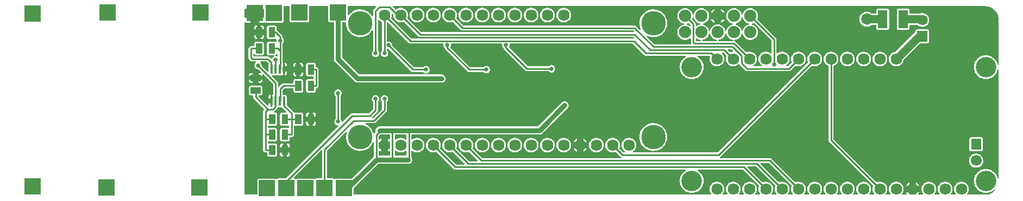
<source format=gbl>
G04 Layer: BottomLayer*
G04 EasyEDA v6.4.19.5, 2021-06-29T13:46:12+12:00*
G04 3cc3b40c68de4bce97ec9925422c83c7,12af84a47dbc45c89479b689871b34a7,10*
G04 Gerber Generator version 0.2*
G04 Scale: 100 percent, Rotated: No, Reflected: No *
G04 Dimensions in millimeters *
G04 leading zeros omitted , absolute positions ,4 integer and 5 decimal *
%FSLAX45Y45*%
%MOMM*%

%ADD10C,0.2540*%
%ADD11C,1.2700*%
%ADD12C,0.7620*%
%ADD14C,0.6350*%
%ADD15C,1.8288*%
%ADD25R,2.5000X2.5000*%
%ADD27C,1.6320*%
%ADD28C,3.8227*%
%ADD29C,1.7907*%
%ADD30R,1.5748X1.7000*%
%ADD31C,1.7000*%
%ADD32C,1.9050*%
%ADD33C,3.2000*%

%LPD*%
G36*
X5550458Y-182676D02*
G01*
X5546394Y-181000D01*
X5543448Y-177698D01*
X5531104Y-159816D01*
X5517946Y-144322D01*
X5503418Y-130098D01*
X5487619Y-117297D01*
X5470702Y-106070D01*
X5452770Y-96469D01*
X5434076Y-88595D01*
X5414670Y-82499D01*
X5394807Y-78232D01*
X5374640Y-75844D01*
X5354320Y-75387D01*
X5334050Y-76809D01*
X5313984Y-80111D01*
X5294325Y-85293D01*
X5275275Y-92303D01*
X5256936Y-101092D01*
X5239461Y-111506D01*
X5223103Y-123545D01*
X5207914Y-137007D01*
X5194046Y-151892D01*
X5185359Y-163220D01*
X5182158Y-165912D01*
X5178145Y-167132D01*
X5174030Y-166624D01*
X5170424Y-164490D01*
X5167985Y-161086D01*
X5167122Y-156972D01*
X5167122Y-35814D01*
X5167934Y-31902D01*
X5170119Y-28651D01*
X5173421Y-26416D01*
X5177282Y-25654D01*
X5597956Y-25654D01*
X5601868Y-26416D01*
X5605170Y-28651D01*
X5607354Y-31902D01*
X5608116Y-35814D01*
X5607354Y-39725D01*
X5605170Y-42976D01*
X5574030Y-74117D01*
X5568950Y-80314D01*
X5565394Y-86918D01*
X5563209Y-94132D01*
X5562447Y-102108D01*
X5562447Y-172669D01*
X5561482Y-176987D01*
X5558790Y-180492D01*
X5554878Y-182524D01*
G37*

%LPD*%
G36*
X10603890Y-336804D02*
G01*
X10599521Y-336550D01*
X10595711Y-334518D01*
X10593070Y-331012D01*
X10592155Y-326796D01*
X10592155Y-305308D01*
X10591393Y-297332D01*
X10589209Y-290118D01*
X10585653Y-283514D01*
X10580573Y-277317D01*
X10539780Y-236524D01*
X10537545Y-233121D01*
X10536783Y-229108D01*
X10537748Y-225094D01*
X10539425Y-221437D01*
X10544149Y-206552D01*
X10546283Y-202793D01*
X10549839Y-200304D01*
X10554106Y-199491D01*
X10558322Y-200558D01*
X10561726Y-203250D01*
X10563656Y-207162D01*
X10565485Y-214426D01*
X10570870Y-228295D01*
X10577931Y-241401D01*
X10586516Y-253542D01*
X10596524Y-264566D01*
X10607852Y-274218D01*
X10620248Y-282448D01*
X10633557Y-289102D01*
X10647629Y-294030D01*
X10651286Y-294843D01*
X10654893Y-296418D01*
X10657586Y-299212D01*
X10659059Y-302818D01*
X10659059Y-306730D01*
X10657586Y-310337D01*
X10654893Y-313131D01*
X10651286Y-314706D01*
X10647629Y-315518D01*
X10633557Y-320446D01*
X10620248Y-327101D01*
X10607903Y-335229D01*
G37*

%LPD*%
G36*
X10503255Y-337159D02*
G01*
X10499140Y-335330D01*
X10493451Y-331012D01*
X10480548Y-323545D01*
X10466882Y-317754D01*
X10455554Y-314553D01*
X10451744Y-312470D01*
X10449102Y-309016D01*
X10448188Y-304800D01*
X10449102Y-300532D01*
X10451744Y-297078D01*
X10455554Y-294995D01*
X10466882Y-291795D01*
X10474401Y-288594D01*
X10478312Y-287782D01*
X10482224Y-288544D01*
X10485526Y-290779D01*
X10512450Y-317703D01*
X10514685Y-321005D01*
X10515447Y-324916D01*
X10515447Y-327202D01*
X10514482Y-331571D01*
X10511688Y-335076D01*
X10507726Y-337058D01*
G37*

%LPD*%
G36*
X11316055Y-409956D02*
G01*
X11311839Y-409143D01*
X11308283Y-406654D01*
X11306098Y-402894D01*
X11301425Y-388112D01*
X11295176Y-374599D01*
X11287353Y-361950D01*
X11278006Y-350316D01*
X11267338Y-339953D01*
X11255451Y-331012D01*
X11242548Y-323545D01*
X11228882Y-317754D01*
X11217554Y-314553D01*
X11213744Y-312470D01*
X11211102Y-309016D01*
X11210188Y-304800D01*
X11211102Y-300532D01*
X11213744Y-297078D01*
X11217554Y-294995D01*
X11228882Y-291795D01*
X11242548Y-286004D01*
X11255451Y-278536D01*
X11267338Y-269595D01*
X11278006Y-259232D01*
X11287353Y-247599D01*
X11295176Y-234950D01*
X11301425Y-221437D01*
X11306149Y-206552D01*
X11308283Y-202793D01*
X11311839Y-200304D01*
X11316106Y-199491D01*
X11320322Y-200558D01*
X11323726Y-203250D01*
X11325656Y-207162D01*
X11327485Y-214426D01*
X11332870Y-228295D01*
X11339931Y-241401D01*
X11348516Y-253542D01*
X11358524Y-264566D01*
X11369852Y-274218D01*
X11382248Y-282448D01*
X11395557Y-289102D01*
X11409629Y-294030D01*
X11413286Y-294843D01*
X11416893Y-296418D01*
X11419586Y-299212D01*
X11421059Y-302818D01*
X11421059Y-306730D01*
X11419586Y-310337D01*
X11416893Y-313131D01*
X11413286Y-314706D01*
X11409629Y-315518D01*
X11395557Y-320446D01*
X11382248Y-327101D01*
X11369852Y-335330D01*
X11358524Y-344982D01*
X11348516Y-356006D01*
X11339931Y-368147D01*
X11332870Y-381254D01*
X11327485Y-395173D01*
X11325656Y-402336D01*
X11323675Y-406196D01*
X11320272Y-408940D01*
G37*

%LPD*%
G36*
X6166866Y-533146D02*
G01*
X6163005Y-532384D01*
X6159703Y-530148D01*
X5849162Y-219659D01*
X5846927Y-216204D01*
X5846216Y-212140D01*
X5847486Y-207517D01*
X5851956Y-193751D01*
X5854649Y-179527D01*
X5855563Y-165100D01*
X5854954Y-155752D01*
X5855512Y-151739D01*
X5857646Y-148234D01*
X5860948Y-145846D01*
X5864910Y-144983D01*
X5868873Y-145694D01*
X5872276Y-147929D01*
X5876594Y-152196D01*
X5878880Y-155803D01*
X5879541Y-160020D01*
X5879236Y-165100D01*
X5880150Y-179527D01*
X5882843Y-193751D01*
X5887313Y-207517D01*
X5893460Y-220573D01*
X5901232Y-232816D01*
X5910427Y-243941D01*
X5920994Y-253847D01*
X5932678Y-262331D01*
X5945327Y-269290D01*
X5958789Y-274624D01*
X5972810Y-278231D01*
X5987135Y-280060D01*
X6001613Y-280060D01*
X6015990Y-278231D01*
X6029960Y-274624D01*
X6037884Y-271526D01*
X6041745Y-270764D01*
X6045555Y-271576D01*
X6048806Y-273761D01*
X6271717Y-496671D01*
X6277914Y-501751D01*
X6284518Y-505307D01*
X6291732Y-507492D01*
X6299708Y-508254D01*
X9619183Y-508254D01*
X9623094Y-509016D01*
X9626396Y-511251D01*
X9630968Y-515823D01*
X9633153Y-519074D01*
X9633915Y-522985D01*
X9633153Y-526897D01*
X9630968Y-530148D01*
X9627666Y-532384D01*
X9623755Y-533146D01*
G37*

%LPD*%
G36*
X10602315Y-571246D02*
G01*
X10598404Y-570484D01*
X10595152Y-568248D01*
X10592917Y-564997D01*
X10592155Y-561086D01*
X10592155Y-536752D01*
X10593070Y-532536D01*
X10595711Y-529031D01*
X10599521Y-526999D01*
X10603890Y-526745D01*
X10607903Y-528320D01*
X10620248Y-536448D01*
X10633557Y-543102D01*
X10647629Y-548030D01*
X10661853Y-551180D01*
X10665663Y-552907D01*
X10668508Y-556056D01*
X10669778Y-560070D01*
X10669320Y-564235D01*
X10667187Y-567893D01*
X10663783Y-570382D01*
X10659668Y-571246D01*
G37*

%LPD*%
G36*
X10954461Y-571246D02*
G01*
X10950244Y-570331D01*
X10946790Y-567740D01*
X10944758Y-563981D01*
X10944402Y-559714D01*
X10945876Y-555650D01*
X10948873Y-552602D01*
X10952886Y-551027D01*
X10960557Y-549859D01*
X10974882Y-545795D01*
X10988548Y-540004D01*
X11001451Y-532536D01*
X11013338Y-523595D01*
X11024006Y-513232D01*
X11033353Y-501599D01*
X11041176Y-488950D01*
X11047425Y-475437D01*
X11052149Y-460552D01*
X11054283Y-456793D01*
X11057839Y-454304D01*
X11062106Y-453491D01*
X11066322Y-454558D01*
X11069726Y-457250D01*
X11071656Y-461162D01*
X11073485Y-468426D01*
X11078870Y-482295D01*
X11085931Y-495401D01*
X11094516Y-507542D01*
X11104524Y-518566D01*
X11115852Y-528218D01*
X11128248Y-536448D01*
X11141557Y-543102D01*
X11155629Y-548030D01*
X11169853Y-551180D01*
X11173663Y-552907D01*
X11176508Y-556056D01*
X11177778Y-560070D01*
X11177320Y-564235D01*
X11175187Y-567893D01*
X11171783Y-570382D01*
X11167668Y-571246D01*
G37*

%LPD*%
G36*
X10700461Y-571246D02*
G01*
X10696244Y-570331D01*
X10692790Y-567740D01*
X10690758Y-563981D01*
X10690402Y-559714D01*
X10691876Y-555650D01*
X10694873Y-552602D01*
X10698886Y-551027D01*
X10706557Y-549859D01*
X10720882Y-545795D01*
X10734548Y-540004D01*
X10747451Y-532536D01*
X10759338Y-523595D01*
X10770006Y-513232D01*
X10779353Y-501599D01*
X10787176Y-488950D01*
X10793425Y-475437D01*
X10798149Y-460552D01*
X10800283Y-456793D01*
X10803839Y-454304D01*
X10808106Y-453491D01*
X10812322Y-454558D01*
X10815726Y-457250D01*
X10817656Y-461162D01*
X10819485Y-468426D01*
X10824870Y-482295D01*
X10831931Y-495401D01*
X10840516Y-507542D01*
X10850524Y-518566D01*
X10861852Y-528218D01*
X10874248Y-536448D01*
X10887557Y-543102D01*
X10901629Y-548030D01*
X10915853Y-551180D01*
X10919663Y-552907D01*
X10922508Y-556056D01*
X10923778Y-560070D01*
X10923320Y-564235D01*
X10921187Y-567893D01*
X10917783Y-570382D01*
X10913668Y-571246D01*
G37*

%LPD*%
G36*
X11128654Y-745185D02*
G01*
X11124844Y-744423D01*
X11121593Y-742238D01*
X11095431Y-716076D01*
X11093246Y-712825D01*
X11092484Y-708914D01*
X11093246Y-705002D01*
X11095431Y-701751D01*
X11098733Y-699516D01*
X11102644Y-698754D01*
X11143284Y-698754D01*
X11147196Y-699516D01*
X11150498Y-701751D01*
X11168278Y-719480D01*
X11170666Y-723290D01*
X11171174Y-727760D01*
X11169700Y-732028D01*
X11166602Y-735228D01*
X11162334Y-736752D01*
X11154410Y-737768D01*
X11140389Y-741375D01*
X11132515Y-744474D01*
G37*

%LPD*%
G36*
X11499850Y-964946D02*
G01*
X11495684Y-964082D01*
X11492280Y-961593D01*
X11490198Y-957935D01*
X11489740Y-953719D01*
X11491061Y-949706D01*
X11493855Y-946556D01*
X11503406Y-939647D01*
X11513921Y-929741D01*
X11523167Y-918616D01*
X11530888Y-906373D01*
X11537086Y-893318D01*
X11541556Y-879551D01*
X11544249Y-865327D01*
X11545163Y-850900D01*
X11544249Y-836472D01*
X11541556Y-822248D01*
X11537086Y-808482D01*
X11530888Y-795426D01*
X11523167Y-783183D01*
X11513921Y-772058D01*
X11503406Y-762152D01*
X11491722Y-753668D01*
X11479022Y-746709D01*
X11465560Y-741375D01*
X11451590Y-737768D01*
X11437213Y-735939D01*
X11422735Y-735939D01*
X11408410Y-737768D01*
X11394389Y-741375D01*
X11386566Y-744474D01*
X11382705Y-745185D01*
X11378895Y-744372D01*
X11375644Y-742188D01*
X11216284Y-582828D01*
X11210086Y-577748D01*
X11203482Y-574192D01*
X11196320Y-572058D01*
X11192764Y-570128D01*
X11190224Y-566928D01*
X11189157Y-563016D01*
X11189665Y-559003D01*
X11191748Y-555498D01*
X11194999Y-553110D01*
X11199825Y-552145D01*
X11214557Y-549859D01*
X11228882Y-545795D01*
X11242548Y-540004D01*
X11255451Y-532536D01*
X11267338Y-523595D01*
X11278006Y-513232D01*
X11287353Y-501599D01*
X11295176Y-488950D01*
X11301425Y-475437D01*
X11306149Y-460552D01*
X11308283Y-456793D01*
X11311839Y-454304D01*
X11316106Y-453491D01*
X11320322Y-454558D01*
X11323726Y-457250D01*
X11325656Y-461162D01*
X11327485Y-468426D01*
X11332870Y-482295D01*
X11339931Y-495401D01*
X11348516Y-507542D01*
X11358524Y-518566D01*
X11369852Y-528218D01*
X11382248Y-536448D01*
X11395557Y-543102D01*
X11409629Y-548030D01*
X11424158Y-551230D01*
X11438940Y-552602D01*
X11453825Y-552145D01*
X11468557Y-549859D01*
X11482882Y-545795D01*
X11496548Y-540004D01*
X11509451Y-532536D01*
X11521338Y-523595D01*
X11532006Y-513232D01*
X11541353Y-501599D01*
X11549176Y-488950D01*
X11555425Y-475437D01*
X11559946Y-461264D01*
X11562638Y-446633D01*
X11563553Y-431800D01*
X11562638Y-416915D01*
X11559946Y-402285D01*
X11555425Y-388112D01*
X11549176Y-374599D01*
X11541353Y-361950D01*
X11532006Y-350316D01*
X11521338Y-339953D01*
X11509451Y-331012D01*
X11496548Y-323545D01*
X11482882Y-317754D01*
X11471554Y-314553D01*
X11467744Y-312470D01*
X11465102Y-309016D01*
X11464188Y-304800D01*
X11465102Y-300532D01*
X11467744Y-297078D01*
X11471554Y-294995D01*
X11482882Y-291795D01*
X11490350Y-288645D01*
X11494262Y-287832D01*
X11498173Y-288594D01*
X11501475Y-290779D01*
X11769648Y-558952D01*
X11771884Y-562254D01*
X11772646Y-566166D01*
X11772646Y-753313D01*
X11771680Y-757631D01*
X11768937Y-761136D01*
X11764975Y-763117D01*
X11760555Y-763270D01*
X11756491Y-761492D01*
X11745722Y-753668D01*
X11733022Y-746709D01*
X11719560Y-741375D01*
X11705590Y-737768D01*
X11691213Y-735939D01*
X11676735Y-735939D01*
X11662410Y-737768D01*
X11648389Y-741375D01*
X11634927Y-746709D01*
X11622278Y-753668D01*
X11610594Y-762152D01*
X11600027Y-772058D01*
X11590832Y-783183D01*
X11583060Y-795426D01*
X11576913Y-808482D01*
X11572443Y-822248D01*
X11569750Y-836472D01*
X11568836Y-850900D01*
X11569750Y-865327D01*
X11572443Y-879551D01*
X11576913Y-893318D01*
X11583060Y-906373D01*
X11590832Y-918616D01*
X11600027Y-929741D01*
X11610594Y-939647D01*
X11620093Y-946556D01*
X11622938Y-949706D01*
X11624259Y-953719D01*
X11623802Y-957935D01*
X11621668Y-961593D01*
X11618264Y-964082D01*
X11614150Y-964946D01*
G37*

%LPD*%
G36*
X5351881Y-1091946D02*
G01*
X5348020Y-1091184D01*
X5344718Y-1088948D01*
X5083251Y-827481D01*
X5081016Y-824179D01*
X5080254Y-820318D01*
X5080254Y-287832D01*
X5081016Y-283921D01*
X5083251Y-280619D01*
X5086502Y-278434D01*
X5090414Y-277672D01*
X5132679Y-277672D01*
X5136591Y-278434D01*
X5139893Y-280619D01*
X5142077Y-283921D01*
X5142839Y-287832D01*
X5142839Y-302260D01*
X5144770Y-322478D01*
X5148529Y-342442D01*
X5154168Y-362000D01*
X5161635Y-380898D01*
X5170830Y-399034D01*
X5181650Y-416204D01*
X5194046Y-432308D01*
X5207914Y-447192D01*
X5223103Y-460654D01*
X5239461Y-472693D01*
X5256936Y-483108D01*
X5275275Y-491896D01*
X5294325Y-498906D01*
X5313984Y-504088D01*
X5334050Y-507390D01*
X5354320Y-508812D01*
X5374640Y-508355D01*
X5394807Y-505968D01*
X5414670Y-501700D01*
X5434076Y-495604D01*
X5452770Y-487730D01*
X5470702Y-478129D01*
X5487619Y-466902D01*
X5503418Y-454101D01*
X5517946Y-439877D01*
X5531104Y-424383D01*
X5543448Y-406501D01*
X5546394Y-403199D01*
X5550458Y-401523D01*
X5554878Y-401675D01*
X5558790Y-403707D01*
X5561482Y-407212D01*
X5562447Y-411530D01*
X5562447Y-715010D01*
X5561838Y-718413D01*
X5560161Y-721461D01*
X5553252Y-729894D01*
X5548528Y-738378D01*
X5545277Y-747522D01*
X5543651Y-757123D01*
X5543651Y-766876D01*
X5545277Y-776478D01*
X5548528Y-785622D01*
X5553252Y-794105D01*
X5559399Y-801674D01*
X5566664Y-808126D01*
X5574995Y-813206D01*
X5583986Y-816864D01*
X5593537Y-818896D01*
X5603240Y-819302D01*
X5612892Y-818083D01*
X5622188Y-815238D01*
X5630875Y-810869D01*
X5638698Y-805078D01*
X5645454Y-798017D01*
X5650890Y-789990D01*
X5654903Y-781100D01*
X5657342Y-771702D01*
X5658154Y-762000D01*
X5657342Y-752297D01*
X5654903Y-742899D01*
X5650890Y-734009D01*
X5645454Y-725982D01*
X5642000Y-722376D01*
X5639866Y-719124D01*
X5639155Y-715314D01*
X5639155Y-251206D01*
X5639917Y-247345D01*
X5642051Y-244094D01*
X5645302Y-241858D01*
X5649112Y-241046D01*
X5652973Y-241706D01*
X5656275Y-243789D01*
X5666994Y-253847D01*
X5678678Y-262331D01*
X5691327Y-269290D01*
X5695645Y-271018D01*
X5698998Y-273202D01*
X5701233Y-276504D01*
X5702046Y-280466D01*
X5702046Y-715010D01*
X5701436Y-718413D01*
X5699760Y-721461D01*
X5692851Y-729894D01*
X5688126Y-738378D01*
X5684875Y-747522D01*
X5683250Y-757123D01*
X5683250Y-766876D01*
X5684875Y-776478D01*
X5688126Y-785622D01*
X5692851Y-794105D01*
X5698998Y-801674D01*
X5706262Y-808126D01*
X5714593Y-813206D01*
X5723585Y-816864D01*
X5733135Y-818896D01*
X5742838Y-819302D01*
X5752490Y-818083D01*
X5761786Y-815238D01*
X5770473Y-810869D01*
X5778296Y-805078D01*
X5785053Y-798017D01*
X5790488Y-789990D01*
X5794502Y-781100D01*
X5796940Y-771702D01*
X5797753Y-762000D01*
X5796940Y-752297D01*
X5794502Y-742899D01*
X5790488Y-734009D01*
X5785053Y-725982D01*
X5781548Y-722325D01*
X5779465Y-719124D01*
X5778754Y-715314D01*
X5778754Y-700633D01*
X5779719Y-696264D01*
X5782513Y-692708D01*
X5786526Y-690727D01*
X5791047Y-690727D01*
X5796635Y-691896D01*
X5803036Y-692200D01*
X5806694Y-693013D01*
X5809792Y-695147D01*
X6157417Y-1042771D01*
X6163614Y-1047851D01*
X6170218Y-1051407D01*
X6177432Y-1053592D01*
X6185408Y-1054354D01*
X6341313Y-1054354D01*
X6344920Y-1055014D01*
X6348018Y-1056894D01*
X6353962Y-1062126D01*
X6362293Y-1067206D01*
X6371285Y-1070864D01*
X6375958Y-1071829D01*
X6379819Y-1073556D01*
X6382613Y-1076706D01*
X6383934Y-1080719D01*
X6383477Y-1084935D01*
X6381343Y-1088593D01*
X6377940Y-1091082D01*
X6373825Y-1091946D01*
G37*

%LPD*%
G36*
X5916879Y-2110130D02*
G01*
X5912459Y-2109978D01*
X5908548Y-2107996D01*
X5905804Y-2104491D01*
X5904839Y-2100122D01*
X5904839Y-2042414D01*
X5905601Y-2038502D01*
X5907836Y-2035251D01*
X5911088Y-2033016D01*
X5914999Y-2032254D01*
X6072987Y-2032254D01*
X6076899Y-2033016D01*
X6080150Y-2035251D01*
X6082385Y-2038502D01*
X6083147Y-2042414D01*
X6083147Y-2099564D01*
X6082182Y-2103882D01*
X6079439Y-2107387D01*
X6075527Y-2109419D01*
X6071108Y-2109571D01*
X6066993Y-2107793D01*
X6056122Y-2099868D01*
X6043422Y-2092909D01*
X6029960Y-2087575D01*
X6015990Y-2083968D01*
X6001613Y-2082139D01*
X5987135Y-2082139D01*
X5972810Y-2083968D01*
X5958789Y-2087575D01*
X5945327Y-2092909D01*
X5932678Y-2099868D01*
X5920994Y-2108352D01*
G37*

%LPD*%
G36*
X5914999Y-2361946D02*
G01*
X5911088Y-2361184D01*
X5907836Y-2358948D01*
X5905601Y-2355697D01*
X5904839Y-2351786D01*
X5904839Y-2294077D01*
X5905804Y-2289708D01*
X5908548Y-2286203D01*
X5912459Y-2284222D01*
X5916879Y-2284069D01*
X5920994Y-2285847D01*
X5932678Y-2294331D01*
X5945327Y-2301290D01*
X5958789Y-2306624D01*
X5972810Y-2310231D01*
X5987135Y-2312060D01*
X6001613Y-2312060D01*
X6015990Y-2310231D01*
X6029960Y-2306624D01*
X6043422Y-2301290D01*
X6056122Y-2294331D01*
X6066993Y-2286406D01*
X6071108Y-2284628D01*
X6075527Y-2284780D01*
X6079439Y-2286812D01*
X6082182Y-2290318D01*
X6083147Y-2294636D01*
X6083147Y-2351786D01*
X6082385Y-2355697D01*
X6080150Y-2358948D01*
X6076899Y-2361184D01*
X6072987Y-2361946D01*
G37*

%LPD*%
G36*
X5662015Y-2361946D02*
G01*
X5658104Y-2361184D01*
X5654852Y-2358948D01*
X5652617Y-2355697D01*
X5651855Y-2351786D01*
X5651855Y-2294788D01*
X5652820Y-2290470D01*
X5655564Y-2286965D01*
X5659475Y-2284933D01*
X5663895Y-2284831D01*
X5668010Y-2286558D01*
X5678678Y-2294331D01*
X5689244Y-2300173D01*
X5689244Y-2248204D01*
X5662015Y-2248204D01*
X5658104Y-2247442D01*
X5654852Y-2245258D01*
X5652617Y-2241956D01*
X5651855Y-2238044D01*
X5651855Y-2156155D01*
X5652617Y-2152243D01*
X5654852Y-2148941D01*
X5658104Y-2146757D01*
X5662015Y-2145995D01*
X5689244Y-2145995D01*
X5689244Y-2094026D01*
X5678678Y-2099868D01*
X5668010Y-2107641D01*
X5663895Y-2109368D01*
X5659475Y-2109266D01*
X5655564Y-2107234D01*
X5652820Y-2103729D01*
X5651855Y-2099411D01*
X5651855Y-2055418D01*
X5652617Y-2051507D01*
X5654852Y-2048205D01*
X5667806Y-2035251D01*
X5671108Y-2033016D01*
X5675020Y-2032254D01*
X5817971Y-2032254D01*
X5821883Y-2033016D01*
X5825134Y-2035251D01*
X5827369Y-2038502D01*
X5828131Y-2042414D01*
X5828131Y-2098852D01*
X5827166Y-2103170D01*
X5824423Y-2106676D01*
X5820511Y-2108657D01*
X5816092Y-2108809D01*
X5811977Y-2107031D01*
X5802122Y-2099868D01*
X5791504Y-2094026D01*
X5791504Y-2145995D01*
X5817971Y-2145995D01*
X5821883Y-2146757D01*
X5825134Y-2148941D01*
X5827369Y-2152243D01*
X5828131Y-2156155D01*
X5828131Y-2238044D01*
X5827369Y-2241956D01*
X5825134Y-2245258D01*
X5821883Y-2247442D01*
X5817971Y-2248204D01*
X5791504Y-2248204D01*
X5791504Y-2300173D01*
X5802122Y-2294331D01*
X5811977Y-2287168D01*
X5816092Y-2285390D01*
X5820511Y-2285542D01*
X5824423Y-2287524D01*
X5827166Y-2291029D01*
X5828131Y-2295347D01*
X5828131Y-2351786D01*
X5827369Y-2355697D01*
X5825134Y-2358948D01*
X5821883Y-2361184D01*
X5817971Y-2361946D01*
G37*

%LPD*%
G36*
X4361484Y-2728315D02*
G01*
X4357624Y-2727553D01*
X4354322Y-2725318D01*
X4351883Y-2722880D01*
X4347006Y-2719832D01*
X4341622Y-2717952D01*
X4333900Y-2717241D01*
X4330039Y-2716479D01*
X4326737Y-2714294D01*
X4324553Y-2710992D01*
X4323740Y-2707081D01*
X4324553Y-2703220D01*
X4326737Y-2699918D01*
X4752136Y-2274519D01*
X4755438Y-2272334D01*
X4759299Y-2271522D01*
X4763211Y-2272334D01*
X4766513Y-2274519D01*
X4768697Y-2277821D01*
X4769459Y-2281682D01*
X4769459Y-2707081D01*
X4768697Y-2710992D01*
X4766513Y-2714294D01*
X4763211Y-2716479D01*
X4759299Y-2717241D01*
X4683404Y-2717241D01*
X4677105Y-2717952D01*
X4671720Y-2719832D01*
X4666843Y-2722880D01*
X4665014Y-2724708D01*
X4661814Y-2726893D01*
X4658055Y-2727706D01*
X4654245Y-2727045D01*
X4646066Y-2721914D01*
X4640681Y-2720035D01*
X4634433Y-2719324D01*
X4385564Y-2719324D01*
X4379264Y-2720035D01*
X4373880Y-2721914D01*
X4365396Y-2727553D01*
G37*

%LPD*%
G36*
X4959959Y-2729890D02*
G01*
X4956048Y-2729077D01*
X4952746Y-2726893D01*
X4948783Y-2722880D01*
X4943906Y-2719832D01*
X4938522Y-2717952D01*
X4932222Y-2717241D01*
X4856327Y-2717241D01*
X4852466Y-2716479D01*
X4849164Y-2714294D01*
X4846980Y-2710992D01*
X4846167Y-2707081D01*
X4846167Y-2286152D01*
X4846980Y-2282240D01*
X4849164Y-2278989D01*
X5136946Y-1991156D01*
X5140706Y-1988769D01*
X5145074Y-1988210D01*
X5149291Y-1989582D01*
X5152542Y-1992630D01*
X5154168Y-1996744D01*
X5153914Y-2001164D01*
X5148529Y-2019757D01*
X5144770Y-2039721D01*
X5142839Y-2059939D01*
X5142839Y-2080260D01*
X5144770Y-2100478D01*
X5148529Y-2120442D01*
X5154168Y-2140000D01*
X5161635Y-2158898D01*
X5170830Y-2177034D01*
X5181650Y-2194204D01*
X5194046Y-2210308D01*
X5207914Y-2225192D01*
X5223103Y-2238654D01*
X5239461Y-2250694D01*
X5256936Y-2261108D01*
X5275275Y-2269896D01*
X5294325Y-2276906D01*
X5313984Y-2282088D01*
X5334050Y-2285390D01*
X5354320Y-2286812D01*
X5374640Y-2286355D01*
X5394807Y-2283968D01*
X5414670Y-2279700D01*
X5434076Y-2273604D01*
X5452770Y-2265730D01*
X5470702Y-2256129D01*
X5487619Y-2244902D01*
X5503418Y-2232101D01*
X5517946Y-2217877D01*
X5531104Y-2202383D01*
X5542737Y-2185720D01*
X5552744Y-2168042D01*
X5555742Y-2161489D01*
X5557977Y-2158288D01*
X5561279Y-2156206D01*
X5565140Y-2155494D01*
X5569000Y-2156307D01*
X5572252Y-2158542D01*
X5574385Y-2161794D01*
X5575147Y-2165654D01*
X5575147Y-2370226D01*
X5574233Y-2374493D01*
X5571591Y-2377948D01*
X5568137Y-2380894D01*
X5232654Y-2716377D01*
X5229402Y-2718562D01*
X5225491Y-2719324D01*
X4985562Y-2719324D01*
X4979314Y-2720035D01*
X4973878Y-2721914D01*
X4969052Y-2724962D01*
X4967122Y-2726893D01*
X4963820Y-2729077D01*
G37*

%LPD*%
G36*
X11781434Y-2971546D02*
G01*
X11777675Y-2970834D01*
X11774474Y-2968802D01*
X11772239Y-2965704D01*
X11771274Y-2962046D01*
X11771731Y-2958236D01*
X11773611Y-2954934D01*
X11777167Y-2950616D01*
X11784888Y-2938373D01*
X11791086Y-2925318D01*
X11795556Y-2911551D01*
X11798249Y-2897327D01*
X11799163Y-2882900D01*
X11798249Y-2868472D01*
X11795556Y-2854248D01*
X11791086Y-2840482D01*
X11784888Y-2827426D01*
X11777167Y-2815183D01*
X11767921Y-2804058D01*
X11757406Y-2794152D01*
X11745722Y-2785668D01*
X11733022Y-2778709D01*
X11719560Y-2773375D01*
X11705590Y-2769768D01*
X11691213Y-2767939D01*
X11676735Y-2767939D01*
X11662410Y-2769768D01*
X11648389Y-2773375D01*
X11640515Y-2776474D01*
X11636654Y-2777185D01*
X11632844Y-2776423D01*
X11629593Y-2774238D01*
X11400231Y-2544876D01*
X11398046Y-2541625D01*
X11397284Y-2537714D01*
X11398046Y-2533802D01*
X11400231Y-2530551D01*
X11403533Y-2528316D01*
X11407444Y-2527554D01*
X11524183Y-2527554D01*
X11528094Y-2528316D01*
X11531396Y-2530551D01*
X11829186Y-2828340D01*
X11831472Y-2831795D01*
X11832183Y-2835859D01*
X11830913Y-2840482D01*
X11826443Y-2854248D01*
X11823750Y-2868472D01*
X11822836Y-2882900D01*
X11823750Y-2897327D01*
X11826443Y-2911551D01*
X11830913Y-2925318D01*
X11837060Y-2938373D01*
X11844832Y-2950616D01*
X11848388Y-2954934D01*
X11850217Y-2958236D01*
X11850674Y-2962046D01*
X11849760Y-2965704D01*
X11847525Y-2968802D01*
X11844274Y-2970834D01*
X11840565Y-2971546D01*
G37*

%LPD*%
G36*
X12035434Y-2971546D02*
G01*
X12031675Y-2970834D01*
X12028474Y-2968802D01*
X12026239Y-2965704D01*
X12025274Y-2962046D01*
X12025731Y-2958236D01*
X12027611Y-2954934D01*
X12031167Y-2950616D01*
X12038888Y-2938373D01*
X12045086Y-2925318D01*
X12049556Y-2911551D01*
X12052249Y-2897327D01*
X12053163Y-2882900D01*
X12052249Y-2868472D01*
X12049556Y-2854248D01*
X12045086Y-2840482D01*
X12038888Y-2827426D01*
X12031167Y-2815183D01*
X12021921Y-2804058D01*
X12011406Y-2794152D01*
X11999722Y-2785668D01*
X11987022Y-2778709D01*
X11973560Y-2773375D01*
X11959590Y-2769768D01*
X11945213Y-2767939D01*
X11930735Y-2767939D01*
X11916410Y-2769768D01*
X11902389Y-2773375D01*
X11894515Y-2776474D01*
X11890654Y-2777185D01*
X11886844Y-2776423D01*
X11883593Y-2774238D01*
X11603431Y-2494076D01*
X11601246Y-2490825D01*
X11600484Y-2486914D01*
X11601246Y-2483002D01*
X11603431Y-2479751D01*
X11606733Y-2477516D01*
X11610644Y-2476754D01*
X11727383Y-2476754D01*
X11731294Y-2477516D01*
X11734596Y-2479751D01*
X12083186Y-2828340D01*
X12085472Y-2831795D01*
X12086183Y-2835859D01*
X12084913Y-2840482D01*
X12080443Y-2854248D01*
X12077750Y-2868472D01*
X12076836Y-2882900D01*
X12077750Y-2897327D01*
X12080443Y-2911551D01*
X12084913Y-2925318D01*
X12091060Y-2938373D01*
X12098832Y-2950616D01*
X12102388Y-2954934D01*
X12104217Y-2958236D01*
X12104674Y-2962046D01*
X12103760Y-2965704D01*
X12101525Y-2968802D01*
X12098274Y-2970834D01*
X12094565Y-2971546D01*
G37*

%LPD*%
G36*
X3568192Y-2971546D02*
G01*
X3564280Y-2970784D01*
X3560978Y-2968548D01*
X3558794Y-2965297D01*
X3558032Y-2961386D01*
X3558032Y-281584D01*
X3558946Y-277317D01*
X3561537Y-273862D01*
X3565347Y-271780D01*
X3569715Y-271526D01*
X3573729Y-273050D01*
X3581146Y-280720D01*
X3586022Y-283768D01*
X3591407Y-285648D01*
X3597706Y-286359D01*
X3653282Y-286359D01*
X3653282Y-204571D01*
X3568192Y-204571D01*
X3564280Y-203809D01*
X3560978Y-201574D01*
X3558794Y-198323D01*
X3558032Y-194411D01*
X3558032Y-77012D01*
X3558794Y-73152D01*
X3560978Y-69850D01*
X3564280Y-67665D01*
X3568192Y-66852D01*
X3653282Y-66852D01*
X3653282Y-35814D01*
X3654044Y-31902D01*
X3656228Y-28651D01*
X3659530Y-26416D01*
X3663442Y-25654D01*
X3780790Y-25654D01*
X3784701Y-26416D01*
X3788003Y-28651D01*
X3790187Y-31902D01*
X3790950Y-35814D01*
X3790950Y-66852D01*
X3853383Y-66852D01*
X3857294Y-67665D01*
X3860596Y-69850D01*
X3862781Y-73152D01*
X3863543Y-77012D01*
X3863543Y-194411D01*
X3862781Y-198323D01*
X3860596Y-201574D01*
X3857294Y-203809D01*
X3853383Y-204571D01*
X3790950Y-204571D01*
X3790950Y-286359D01*
X3846525Y-286359D01*
X3852824Y-285648D01*
X3858209Y-283768D01*
X3862781Y-280924D01*
X3866286Y-279552D01*
X3870045Y-279552D01*
X3873550Y-280924D01*
X3878122Y-283768D01*
X3883507Y-285648D01*
X3889806Y-286359D01*
X4138625Y-286359D01*
X4144924Y-285648D01*
X4150309Y-283768D01*
X4155186Y-280720D01*
X4159199Y-276656D01*
X4162247Y-271830D01*
X4164177Y-266395D01*
X4164888Y-260146D01*
X4164888Y-35814D01*
X4165650Y-31902D01*
X4167835Y-28651D01*
X4171137Y-26416D01*
X4175048Y-25654D01*
X4255668Y-25654D01*
X4259580Y-26416D01*
X4262831Y-28651D01*
X4265066Y-31902D01*
X4265828Y-35814D01*
X4265828Y-251460D01*
X4266539Y-257708D01*
X4268419Y-263093D01*
X4271467Y-267970D01*
X4275531Y-272034D01*
X4280357Y-275082D01*
X4285792Y-276961D01*
X4292041Y-277672D01*
X4540910Y-277672D01*
X4547158Y-276961D01*
X4552594Y-275082D01*
X4557420Y-272034D01*
X4561484Y-267970D01*
X4564532Y-263093D01*
X4566412Y-257708D01*
X4567123Y-251460D01*
X4567123Y-35814D01*
X4567936Y-31902D01*
X4570120Y-28651D01*
X4573422Y-26416D01*
X4577283Y-25654D01*
X4855667Y-25654D01*
X4859578Y-26416D01*
X4862830Y-28651D01*
X4865065Y-31902D01*
X4865827Y-35814D01*
X4865827Y-251460D01*
X4866538Y-257708D01*
X4868418Y-263093D01*
X4871466Y-267970D01*
X4875530Y-272034D01*
X4880406Y-275082D01*
X4885791Y-276961D01*
X4892040Y-277672D01*
X4942586Y-277672D01*
X4946497Y-278434D01*
X4949748Y-280619D01*
X4951984Y-283921D01*
X4952746Y-287832D01*
X4952746Y-850595D01*
X4953254Y-859028D01*
X4955438Y-869289D01*
X4959299Y-879094D01*
X4960315Y-881075D01*
X4964734Y-888136D01*
X4966055Y-889914D01*
X4971643Y-896213D01*
X5275986Y-1200556D01*
X5282285Y-1206144D01*
X5284063Y-1207465D01*
X5291124Y-1211884D01*
X5293106Y-1212900D01*
X5302910Y-1216761D01*
X5313172Y-1218946D01*
X5321604Y-1219454D01*
X6628942Y-1219454D01*
X6639864Y-1218539D01*
X6650075Y-1215948D01*
X6659727Y-1211732D01*
X6668516Y-1205992D01*
X6676288Y-1198880D01*
X6682740Y-1190548D01*
X6687718Y-1181303D01*
X6691172Y-1171346D01*
X6692900Y-1160983D01*
X6692900Y-1150416D01*
X6691172Y-1140053D01*
X6687718Y-1130096D01*
X6682740Y-1120851D01*
X6676288Y-1112520D01*
X6668516Y-1105408D01*
X6659727Y-1099667D01*
X6650075Y-1095451D01*
X6639864Y-1092860D01*
X6628942Y-1091946D01*
X6403187Y-1091946D01*
X6399174Y-1091133D01*
X6395821Y-1088796D01*
X6393637Y-1085291D01*
X6393027Y-1081227D01*
X6394094Y-1077264D01*
X6396634Y-1074013D01*
X6400190Y-1072083D01*
X6409486Y-1069238D01*
X6418173Y-1064869D01*
X6425996Y-1059078D01*
X6432753Y-1052017D01*
X6438188Y-1043990D01*
X6442202Y-1035100D01*
X6444640Y-1025702D01*
X6445453Y-1016000D01*
X6444640Y-1006297D01*
X6442202Y-996899D01*
X6438188Y-988009D01*
X6432753Y-979982D01*
X6425996Y-972921D01*
X6418173Y-967130D01*
X6409486Y-962761D01*
X6400190Y-959916D01*
X6390538Y-958697D01*
X6380835Y-959103D01*
X6371285Y-961136D01*
X6362293Y-964793D01*
X6353962Y-969873D01*
X6348018Y-975106D01*
X6344920Y-976985D01*
X6341313Y-977646D01*
X6205016Y-977646D01*
X6201105Y-976884D01*
X6197803Y-974648D01*
X5864199Y-641045D01*
X5862167Y-638149D01*
X5861253Y-634695D01*
X5860440Y-625297D01*
X5858002Y-615899D01*
X5853988Y-607009D01*
X5848553Y-598982D01*
X5841796Y-591921D01*
X5833973Y-586130D01*
X5825286Y-581761D01*
X5815990Y-578916D01*
X5806338Y-577697D01*
X5796635Y-578104D01*
X5791047Y-579272D01*
X5786577Y-579272D01*
X5782513Y-577291D01*
X5779719Y-573735D01*
X5778754Y-569366D01*
X5778754Y-282244D01*
X5779516Y-278333D01*
X5781751Y-275031D01*
X5785002Y-272846D01*
X5788914Y-272084D01*
X5792774Y-272846D01*
X5796076Y-275031D01*
X6119317Y-598271D01*
X6125514Y-603351D01*
X6132118Y-606907D01*
X6139332Y-609092D01*
X6147308Y-609854D01*
X6652564Y-609854D01*
X6656831Y-610819D01*
X6660337Y-613460D01*
X6662369Y-617372D01*
X6662572Y-621741D01*
X6661150Y-630123D01*
X6661150Y-639876D01*
X6662775Y-649478D01*
X6666026Y-658622D01*
X6670751Y-667105D01*
X6676898Y-674674D01*
X6679336Y-677367D01*
X6680555Y-679958D01*
X6682892Y-687781D01*
X6686448Y-694385D01*
X6691528Y-700582D01*
X7033717Y-1042771D01*
X7039914Y-1047851D01*
X7046518Y-1051407D01*
X7053732Y-1053592D01*
X7061708Y-1054354D01*
X7281113Y-1054354D01*
X7284720Y-1055014D01*
X7287818Y-1056894D01*
X7293762Y-1062126D01*
X7302093Y-1067206D01*
X7311085Y-1070864D01*
X7320635Y-1072896D01*
X7330338Y-1073302D01*
X7339990Y-1072083D01*
X7349286Y-1069238D01*
X7357973Y-1064869D01*
X7365796Y-1059078D01*
X7372553Y-1052017D01*
X7377988Y-1043990D01*
X7382002Y-1035100D01*
X7384440Y-1025702D01*
X7385253Y-1016000D01*
X7384440Y-1006297D01*
X7382002Y-996899D01*
X7377988Y-988009D01*
X7372553Y-979982D01*
X7365796Y-972921D01*
X7357973Y-967130D01*
X7349286Y-962761D01*
X7339990Y-959916D01*
X7330338Y-958697D01*
X7320635Y-959103D01*
X7311085Y-961136D01*
X7302093Y-964793D01*
X7293762Y-969873D01*
X7287818Y-975106D01*
X7284720Y-976985D01*
X7281113Y-977646D01*
X7081266Y-977646D01*
X7077405Y-976884D01*
X7074103Y-974648D01*
X6771487Y-672033D01*
X6769252Y-668680D01*
X6768541Y-664667D01*
X6769404Y-660704D01*
X6772402Y-654100D01*
X6774840Y-644702D01*
X6775653Y-635000D01*
X6774840Y-625297D01*
X6774129Y-622554D01*
X6773875Y-618896D01*
X6774942Y-615340D01*
X6777177Y-612444D01*
X6780326Y-610514D01*
X6783984Y-609854D01*
X7566964Y-609854D01*
X7571231Y-610819D01*
X7574737Y-613460D01*
X7576769Y-617372D01*
X7576972Y-621741D01*
X7575550Y-630123D01*
X7575550Y-639876D01*
X7577175Y-649478D01*
X7580426Y-658622D01*
X7585151Y-667105D01*
X7591298Y-674674D01*
X7593736Y-677367D01*
X7594904Y-679907D01*
X7597292Y-687781D01*
X7600848Y-694385D01*
X7605928Y-700582D01*
X7935417Y-1030071D01*
X7941614Y-1035151D01*
X7948218Y-1038707D01*
X7955432Y-1040892D01*
X7963408Y-1041653D01*
X8297113Y-1041653D01*
X8300720Y-1042314D01*
X8303818Y-1044194D01*
X8309762Y-1049426D01*
X8318093Y-1054506D01*
X8327085Y-1058164D01*
X8336635Y-1060196D01*
X8346338Y-1060602D01*
X8355990Y-1059383D01*
X8365286Y-1056538D01*
X8373973Y-1052169D01*
X8381796Y-1046378D01*
X8388553Y-1039317D01*
X8393988Y-1031290D01*
X8398002Y-1022400D01*
X8400440Y-1013002D01*
X8401253Y-1003300D01*
X8400440Y-993597D01*
X8398002Y-984199D01*
X8393988Y-975309D01*
X8388553Y-967282D01*
X8381796Y-960221D01*
X8373973Y-954430D01*
X8365286Y-950061D01*
X8355990Y-947216D01*
X8346338Y-945997D01*
X8336635Y-946403D01*
X8327085Y-948436D01*
X8318093Y-952093D01*
X8309762Y-957173D01*
X8303818Y-962406D01*
X8300720Y-964285D01*
X8297113Y-964946D01*
X7982966Y-964946D01*
X7979105Y-964184D01*
X7975803Y-961948D01*
X7685887Y-672033D01*
X7683652Y-668680D01*
X7682941Y-664667D01*
X7683804Y-660704D01*
X7686802Y-654100D01*
X7689240Y-644702D01*
X7690053Y-635000D01*
X7689240Y-625297D01*
X7688529Y-622554D01*
X7688275Y-618896D01*
X7689342Y-615340D01*
X7691577Y-612444D01*
X7694726Y-610514D01*
X7698384Y-609854D01*
X9606483Y-609854D01*
X9610394Y-610616D01*
X9613696Y-612851D01*
X9789617Y-788771D01*
X9795814Y-793851D01*
X9802418Y-797407D01*
X9809632Y-799592D01*
X9817608Y-800354D01*
X10426903Y-800354D01*
X10431221Y-801319D01*
X10434726Y-804011D01*
X10436707Y-807974D01*
X10436860Y-812393D01*
X10435132Y-816457D01*
X10431830Y-819403D01*
X10430103Y-820369D01*
X10414660Y-831087D01*
X10400385Y-843330D01*
X10387431Y-856996D01*
X10375900Y-871829D01*
X10365994Y-887831D01*
X10357713Y-904697D01*
X10351160Y-922324D01*
X10346436Y-940511D01*
X10343591Y-959103D01*
X10342626Y-977900D01*
X10343591Y-996696D01*
X10346436Y-1015288D01*
X10351160Y-1033475D01*
X10357713Y-1051102D01*
X10365994Y-1067968D01*
X10375900Y-1083970D01*
X10387431Y-1098804D01*
X10400385Y-1112469D01*
X10414660Y-1124712D01*
X10430103Y-1135430D01*
X10446512Y-1144574D01*
X10463834Y-1151991D01*
X10481767Y-1157630D01*
X10500156Y-1161389D01*
X10518902Y-1163320D01*
X10537698Y-1163320D01*
X10556392Y-1161389D01*
X10574832Y-1157630D01*
X10592765Y-1151991D01*
X10610037Y-1144574D01*
X10626496Y-1135430D01*
X10641939Y-1124712D01*
X10656163Y-1112469D01*
X10669168Y-1098804D01*
X10680649Y-1083970D01*
X10690606Y-1067968D01*
X10698886Y-1051102D01*
X10705439Y-1033475D01*
X10710113Y-1015288D01*
X10712958Y-996696D01*
X10713923Y-977900D01*
X10712958Y-959103D01*
X10710113Y-940511D01*
X10705439Y-922324D01*
X10698886Y-904697D01*
X10690606Y-887831D01*
X10680649Y-871829D01*
X10669168Y-856996D01*
X10656163Y-843330D01*
X10641939Y-831087D01*
X10626496Y-820369D01*
X10624769Y-819403D01*
X10621467Y-816457D01*
X10619689Y-812393D01*
X10619841Y-807974D01*
X10621873Y-804011D01*
X10625378Y-801319D01*
X10629696Y-800354D01*
X10803585Y-800354D01*
X10807293Y-801065D01*
X10810544Y-803097D01*
X10812780Y-806196D01*
X10813694Y-809853D01*
X10813237Y-813663D01*
X10810443Y-822248D01*
X10807750Y-836472D01*
X10806836Y-850900D01*
X10807750Y-865327D01*
X10810443Y-879551D01*
X10814913Y-893318D01*
X10821060Y-906373D01*
X10828832Y-918616D01*
X10838027Y-929741D01*
X10848594Y-939647D01*
X10860278Y-948131D01*
X10872927Y-955090D01*
X10886389Y-960424D01*
X10900410Y-964031D01*
X10914735Y-965860D01*
X10929213Y-965860D01*
X10943590Y-964031D01*
X10957560Y-960424D01*
X10971022Y-955090D01*
X10983722Y-948131D01*
X10995406Y-939647D01*
X11005921Y-929741D01*
X11015167Y-918616D01*
X11022888Y-906373D01*
X11029086Y-893318D01*
X11033556Y-879551D01*
X11036249Y-865327D01*
X11037163Y-850900D01*
X11036249Y-836472D01*
X11033556Y-822248D01*
X11029086Y-808482D01*
X11022888Y-795426D01*
X11015167Y-783183D01*
X11005921Y-772058D01*
X11000689Y-767130D01*
X10998352Y-763828D01*
X10997488Y-759917D01*
X10998200Y-755954D01*
X11000384Y-752602D01*
X11003686Y-750366D01*
X11007648Y-749554D01*
X11016183Y-749554D01*
X11020094Y-750316D01*
X11023396Y-752551D01*
X11067186Y-796340D01*
X11069472Y-799795D01*
X11070183Y-803859D01*
X11068913Y-808482D01*
X11064443Y-822248D01*
X11061750Y-836472D01*
X11060836Y-850900D01*
X11061750Y-865327D01*
X11064443Y-879551D01*
X11068913Y-893318D01*
X11075060Y-906373D01*
X11082832Y-918616D01*
X11092027Y-929741D01*
X11102594Y-939647D01*
X11114278Y-948131D01*
X11126927Y-955090D01*
X11140389Y-960424D01*
X11154410Y-964031D01*
X11168735Y-965860D01*
X11183213Y-965860D01*
X11197590Y-964031D01*
X11211560Y-960424D01*
X11225022Y-955090D01*
X11237722Y-948131D01*
X11249406Y-939647D01*
X11255705Y-933703D01*
X11259210Y-931570D01*
X11263325Y-931011D01*
X11267338Y-932129D01*
X11270538Y-934719D01*
X11276330Y-941882D01*
X11364518Y-1030071D01*
X11370716Y-1035151D01*
X11377320Y-1038707D01*
X11384534Y-1040892D01*
X11392509Y-1041653D01*
X12039193Y-1041653D01*
X12047169Y-1040892D01*
X12054382Y-1038707D01*
X12060986Y-1035151D01*
X12067184Y-1030071D01*
X12137644Y-959612D01*
X12140895Y-957427D01*
X12144705Y-956614D01*
X12148566Y-957326D01*
X12156389Y-960424D01*
X12170410Y-964031D01*
X12184735Y-965860D01*
X12199213Y-965860D01*
X12213590Y-964031D01*
X12227560Y-960424D01*
X12241022Y-955090D01*
X12253722Y-948131D01*
X12265406Y-939647D01*
X12275921Y-929741D01*
X12285167Y-918616D01*
X12292888Y-906373D01*
X12299086Y-893318D01*
X12303556Y-879551D01*
X12306249Y-865327D01*
X12307163Y-850900D01*
X12306249Y-836472D01*
X12303556Y-822248D01*
X12299086Y-808482D01*
X12292888Y-795426D01*
X12285167Y-783183D01*
X12275921Y-772058D01*
X12265406Y-762152D01*
X12253722Y-753668D01*
X12241022Y-746709D01*
X12227560Y-741375D01*
X12213590Y-737768D01*
X12199213Y-735939D01*
X12184735Y-735939D01*
X12170410Y-737768D01*
X12156389Y-741375D01*
X12142927Y-746709D01*
X12130278Y-753668D01*
X12118594Y-762152D01*
X12108027Y-772058D01*
X12098832Y-783183D01*
X12091060Y-795426D01*
X12084913Y-808482D01*
X12080443Y-822248D01*
X12077750Y-836472D01*
X12076836Y-850900D01*
X12077750Y-865327D01*
X12080443Y-879551D01*
X12084913Y-893318D01*
X12086183Y-898042D01*
X12085523Y-902106D01*
X12083237Y-905510D01*
X12026798Y-961948D01*
X12023496Y-964184D01*
X12019584Y-964946D01*
X12007850Y-964946D01*
X12003684Y-964082D01*
X12000280Y-961593D01*
X11998198Y-957935D01*
X11997740Y-953719D01*
X11999061Y-949706D01*
X12001855Y-946556D01*
X12011406Y-939647D01*
X12021921Y-929741D01*
X12031167Y-918616D01*
X12038888Y-906373D01*
X12045086Y-893318D01*
X12049556Y-879551D01*
X12052249Y-865327D01*
X12053163Y-850900D01*
X12052249Y-836472D01*
X12049556Y-822248D01*
X12045086Y-808482D01*
X12038888Y-795426D01*
X12031167Y-783183D01*
X12021921Y-772058D01*
X12011406Y-762152D01*
X11999722Y-753668D01*
X11987022Y-746709D01*
X11973560Y-741375D01*
X11959590Y-737768D01*
X11945213Y-735939D01*
X11930735Y-735939D01*
X11916410Y-737768D01*
X11902389Y-741375D01*
X11888927Y-746709D01*
X11876278Y-753668D01*
X11865457Y-761492D01*
X11861393Y-763270D01*
X11856974Y-763117D01*
X11853011Y-761136D01*
X11850319Y-757631D01*
X11849354Y-753313D01*
X11849354Y-546557D01*
X11848541Y-538581D01*
X11846356Y-531418D01*
X11842851Y-524764D01*
X11837771Y-518566D01*
X11555730Y-236575D01*
X11553494Y-233171D01*
X11552783Y-229158D01*
X11553698Y-225145D01*
X11555425Y-221437D01*
X11559946Y-207264D01*
X11562638Y-192633D01*
X11563553Y-177800D01*
X11562638Y-162915D01*
X11559946Y-148285D01*
X11555425Y-134112D01*
X11549176Y-120599D01*
X11541353Y-107950D01*
X11532006Y-96316D01*
X11521338Y-85953D01*
X11509451Y-77012D01*
X11496548Y-69545D01*
X11482882Y-63754D01*
X11468557Y-59690D01*
X11453825Y-57404D01*
X11438940Y-56946D01*
X11424158Y-58318D01*
X11409629Y-61518D01*
X11395557Y-66446D01*
X11382248Y-73101D01*
X11369852Y-81330D01*
X11358524Y-90982D01*
X11348516Y-102006D01*
X11339931Y-114147D01*
X11332870Y-127254D01*
X11327485Y-141173D01*
X11325656Y-148336D01*
X11323675Y-152196D01*
X11320272Y-154940D01*
X11316055Y-155956D01*
X11311839Y-155143D01*
X11308283Y-152654D01*
X11306098Y-148894D01*
X11301425Y-134112D01*
X11295176Y-120599D01*
X11287353Y-107950D01*
X11278006Y-96316D01*
X11267338Y-85953D01*
X11255451Y-77012D01*
X11242548Y-69545D01*
X11228882Y-63754D01*
X11214557Y-59690D01*
X11199825Y-57404D01*
X11184940Y-56946D01*
X11170158Y-58318D01*
X11155629Y-61518D01*
X11141557Y-66446D01*
X11128248Y-73101D01*
X11115852Y-81330D01*
X11104524Y-90982D01*
X11094516Y-102006D01*
X11085931Y-114147D01*
X11078870Y-127254D01*
X11073485Y-141122D01*
X11069878Y-155549D01*
X11068050Y-170332D01*
X11068050Y-185216D01*
X11069878Y-199999D01*
X11073485Y-214426D01*
X11078870Y-228295D01*
X11085931Y-241401D01*
X11094516Y-253542D01*
X11104524Y-264566D01*
X11115852Y-274218D01*
X11128248Y-282448D01*
X11141557Y-289102D01*
X11155629Y-294030D01*
X11159286Y-294843D01*
X11162893Y-296418D01*
X11165586Y-299212D01*
X11167059Y-302818D01*
X11167059Y-306730D01*
X11165586Y-310337D01*
X11162893Y-313131D01*
X11159286Y-314706D01*
X11155629Y-315518D01*
X11141557Y-320446D01*
X11128248Y-327101D01*
X11115852Y-335330D01*
X11104524Y-344982D01*
X11094516Y-356006D01*
X11085931Y-368147D01*
X11078870Y-381254D01*
X11073485Y-395173D01*
X11071656Y-402336D01*
X11069675Y-406196D01*
X11066272Y-408940D01*
X11062055Y-409956D01*
X11057839Y-409143D01*
X11054283Y-406654D01*
X11052098Y-402894D01*
X11047425Y-388112D01*
X11041176Y-374599D01*
X11033353Y-361950D01*
X11024006Y-350316D01*
X11013338Y-339953D01*
X11001451Y-331012D01*
X10988548Y-323545D01*
X10974882Y-317754D01*
X10960557Y-313690D01*
X10945825Y-311404D01*
X10930940Y-310946D01*
X10916158Y-312318D01*
X10901629Y-315518D01*
X10887557Y-320446D01*
X10874248Y-327101D01*
X10861852Y-335330D01*
X10850524Y-344982D01*
X10840516Y-356006D01*
X10831931Y-368147D01*
X10824870Y-381254D01*
X10819485Y-395173D01*
X10817656Y-402336D01*
X10815675Y-406196D01*
X10812272Y-408940D01*
X10808055Y-409956D01*
X10803839Y-409143D01*
X10800283Y-406654D01*
X10798098Y-402894D01*
X10793425Y-388112D01*
X10787176Y-374599D01*
X10779353Y-361950D01*
X10770006Y-350316D01*
X10759338Y-339953D01*
X10747451Y-331012D01*
X10734548Y-323545D01*
X10720882Y-317754D01*
X10709554Y-314553D01*
X10705744Y-312470D01*
X10703102Y-309016D01*
X10702188Y-304800D01*
X10703102Y-300532D01*
X10705744Y-297078D01*
X10709554Y-294995D01*
X10720882Y-291795D01*
X10734548Y-286004D01*
X10747451Y-278536D01*
X10759338Y-269595D01*
X10770006Y-259232D01*
X10779353Y-247599D01*
X10787176Y-234950D01*
X10793425Y-221437D01*
X10797946Y-207162D01*
X10800638Y-192633D01*
X10801553Y-177800D01*
X10800638Y-162915D01*
X10797946Y-148285D01*
X10793425Y-134112D01*
X10787176Y-120599D01*
X10779353Y-107950D01*
X10770006Y-96316D01*
X10759338Y-85953D01*
X10747451Y-77012D01*
X10734548Y-69545D01*
X10720882Y-63754D01*
X10706557Y-59690D01*
X10691825Y-57404D01*
X10676940Y-56946D01*
X10662158Y-58318D01*
X10647629Y-61518D01*
X10633557Y-66446D01*
X10620248Y-73101D01*
X10607852Y-81330D01*
X10596524Y-90982D01*
X10586516Y-102006D01*
X10577931Y-114147D01*
X10570870Y-127254D01*
X10565485Y-141173D01*
X10563656Y-148336D01*
X10561675Y-152196D01*
X10558272Y-154940D01*
X10554055Y-155956D01*
X10549839Y-155143D01*
X10546283Y-152654D01*
X10544098Y-148894D01*
X10539425Y-134112D01*
X10533176Y-120599D01*
X10525353Y-107950D01*
X10516006Y-96316D01*
X10505338Y-85953D01*
X10493451Y-77012D01*
X10480548Y-69545D01*
X10466882Y-63754D01*
X10452557Y-59690D01*
X10437825Y-57404D01*
X10422940Y-56946D01*
X10408158Y-58318D01*
X10393629Y-61518D01*
X10379557Y-66446D01*
X10366248Y-73101D01*
X10353852Y-81330D01*
X10342524Y-90982D01*
X10332516Y-102006D01*
X10323931Y-114147D01*
X10316870Y-127254D01*
X10311485Y-141122D01*
X10307878Y-155549D01*
X10306050Y-170332D01*
X10306050Y-185216D01*
X10307878Y-199999D01*
X10311485Y-214426D01*
X10316870Y-228295D01*
X10323931Y-241401D01*
X10332516Y-253542D01*
X10342524Y-264566D01*
X10353852Y-274218D01*
X10366248Y-282448D01*
X10379557Y-289102D01*
X10393629Y-294030D01*
X10397286Y-294843D01*
X10400893Y-296418D01*
X10403586Y-299212D01*
X10405059Y-302818D01*
X10405059Y-306730D01*
X10403586Y-310337D01*
X10400893Y-313131D01*
X10397286Y-314706D01*
X10393629Y-315518D01*
X10379557Y-320446D01*
X10366248Y-327101D01*
X10353852Y-335330D01*
X10342524Y-344982D01*
X10332516Y-356006D01*
X10323931Y-368147D01*
X10316870Y-381254D01*
X10311485Y-395122D01*
X10307878Y-409549D01*
X10306050Y-424332D01*
X10306050Y-439216D01*
X10307878Y-453999D01*
X10311485Y-468426D01*
X10316870Y-482295D01*
X10323931Y-495401D01*
X10332516Y-507542D01*
X10342524Y-518566D01*
X10353852Y-528218D01*
X10366248Y-536448D01*
X10379557Y-543102D01*
X10393629Y-548030D01*
X10408158Y-551230D01*
X10422940Y-552602D01*
X10437825Y-552145D01*
X10452557Y-549859D01*
X10466882Y-545795D01*
X10480548Y-540004D01*
X10493451Y-532536D01*
X10499140Y-528218D01*
X10503255Y-526389D01*
X10507726Y-526491D01*
X10511688Y-528472D01*
X10514482Y-531977D01*
X10515447Y-536346D01*
X10515447Y-596392D01*
X10516209Y-604367D01*
X10517632Y-608939D01*
X10518038Y-612698D01*
X10517022Y-616305D01*
X10514787Y-619353D01*
X10511586Y-621334D01*
X10507878Y-622046D01*
X9951466Y-622046D01*
X9947605Y-621284D01*
X9944303Y-619048D01*
X9831425Y-506222D01*
X9829190Y-502818D01*
X9828479Y-498856D01*
X9829342Y-494944D01*
X9831628Y-491642D01*
X9835083Y-489508D01*
X9839096Y-488848D01*
X9843008Y-489864D01*
X9847275Y-491896D01*
X9866325Y-498906D01*
X9885984Y-504088D01*
X9906050Y-507390D01*
X9926320Y-508812D01*
X9946640Y-508355D01*
X9966807Y-505968D01*
X9986670Y-501700D01*
X10006076Y-495604D01*
X10024770Y-487730D01*
X10042702Y-478129D01*
X10059619Y-466902D01*
X10075418Y-454101D01*
X10089946Y-439877D01*
X10103104Y-424383D01*
X10114737Y-407720D01*
X10124744Y-390042D01*
X10133076Y-371500D01*
X10139629Y-352298D01*
X10144353Y-332536D01*
X10147198Y-312420D01*
X10148163Y-292100D01*
X10147198Y-271780D01*
X10144353Y-251663D01*
X10139629Y-231902D01*
X10133076Y-212699D01*
X10124744Y-194157D01*
X10114737Y-176479D01*
X10103104Y-159816D01*
X10089946Y-144322D01*
X10075418Y-130098D01*
X10059619Y-117297D01*
X10042702Y-106070D01*
X10024770Y-96469D01*
X10006076Y-88595D01*
X9986670Y-82499D01*
X9966807Y-78232D01*
X9946640Y-75844D01*
X9926320Y-75387D01*
X9906050Y-76809D01*
X9885984Y-80111D01*
X9866325Y-85293D01*
X9847275Y-92303D01*
X9828936Y-101092D01*
X9811461Y-111506D01*
X9795103Y-123545D01*
X9779914Y-137007D01*
X9766046Y-151892D01*
X9753650Y-167995D01*
X9742830Y-185166D01*
X9733635Y-203301D01*
X9726168Y-222199D01*
X9720529Y-241757D01*
X9716770Y-261721D01*
X9714839Y-281940D01*
X9714839Y-302260D01*
X9716770Y-322478D01*
X9720529Y-342442D01*
X9726168Y-362000D01*
X9733584Y-380847D01*
X9734296Y-384708D01*
X9733483Y-388569D01*
X9731248Y-391820D01*
X9727946Y-393954D01*
X9724085Y-394716D01*
X9720224Y-393954D01*
X9716973Y-391718D01*
X9666782Y-341528D01*
X9660585Y-336448D01*
X9653930Y-332892D01*
X9646767Y-330708D01*
X9638792Y-329946D01*
X6979666Y-329946D01*
X6975805Y-329184D01*
X6972503Y-326948D01*
X6865162Y-219659D01*
X6862927Y-216204D01*
X6862216Y-212140D01*
X6863486Y-207517D01*
X6867956Y-193751D01*
X6870649Y-179527D01*
X6871563Y-165100D01*
X6870649Y-150672D01*
X6867956Y-136448D01*
X6863486Y-122682D01*
X6857288Y-109626D01*
X6849567Y-97383D01*
X6840321Y-86258D01*
X6829806Y-76352D01*
X6818122Y-67868D01*
X6805422Y-60909D01*
X6791959Y-55575D01*
X6777990Y-51968D01*
X6763613Y-50139D01*
X6749135Y-50139D01*
X6734809Y-51968D01*
X6720789Y-55575D01*
X6707327Y-60909D01*
X6694678Y-67868D01*
X6682994Y-76352D01*
X6672427Y-86258D01*
X6663232Y-97383D01*
X6655460Y-109626D01*
X6649313Y-122682D01*
X6644843Y-136448D01*
X6642150Y-150672D01*
X6641236Y-165100D01*
X6642150Y-179527D01*
X6644843Y-193751D01*
X6649313Y-207517D01*
X6655460Y-220573D01*
X6663232Y-232816D01*
X6672427Y-243941D01*
X6682994Y-253847D01*
X6694678Y-262331D01*
X6707327Y-269290D01*
X6720789Y-274624D01*
X6734809Y-278231D01*
X6749135Y-280060D01*
X6763613Y-280060D01*
X6777990Y-278231D01*
X6791959Y-274624D01*
X6799884Y-271526D01*
X6803745Y-270764D01*
X6807555Y-271576D01*
X6810806Y-273761D01*
X6932117Y-395071D01*
X6938314Y-400151D01*
X6944918Y-403707D01*
X6952132Y-405892D01*
X6960108Y-406654D01*
X9619183Y-406654D01*
X9623094Y-407416D01*
X9626396Y-409651D01*
X9630968Y-414223D01*
X9633153Y-417474D01*
X9633915Y-421385D01*
X9633153Y-425297D01*
X9630968Y-428548D01*
X9627666Y-430784D01*
X9623755Y-431546D01*
X6319266Y-431546D01*
X6315405Y-430784D01*
X6312103Y-428548D01*
X6103162Y-219659D01*
X6100927Y-216204D01*
X6100216Y-212140D01*
X6101486Y-207517D01*
X6105956Y-193751D01*
X6108649Y-179527D01*
X6109563Y-165100D01*
X6108649Y-150672D01*
X6105956Y-136448D01*
X6101486Y-122682D01*
X6095288Y-109626D01*
X6087567Y-97383D01*
X6078321Y-86258D01*
X6067806Y-76352D01*
X6056122Y-67868D01*
X6043422Y-60909D01*
X6029960Y-55575D01*
X6015990Y-51968D01*
X6001613Y-50139D01*
X5987135Y-50139D01*
X5972810Y-51968D01*
X5958789Y-55575D01*
X5945327Y-60909D01*
X5932678Y-67868D01*
X5921197Y-76200D01*
X5917946Y-77774D01*
X5914390Y-78130D01*
X5910935Y-77216D01*
X5908040Y-75184D01*
X5875832Y-42976D01*
X5873648Y-39725D01*
X5872886Y-35814D01*
X5873648Y-31902D01*
X5875832Y-28651D01*
X5879134Y-26416D01*
X5883046Y-25654D01*
X15098725Y-25654D01*
X15118537Y-26568D01*
X15137079Y-29006D01*
X15155265Y-33121D01*
X15173096Y-38760D01*
X15190317Y-45923D01*
X15206827Y-54610D01*
X15222575Y-64668D01*
X15237358Y-76047D01*
X15251074Y-88696D01*
X15263672Y-102463D01*
X15275001Y-117297D01*
X15285008Y-133096D01*
X15293594Y-149656D01*
X15300706Y-166928D01*
X15306294Y-184759D01*
X15310307Y-202996D01*
X15312694Y-221488D01*
X15313507Y-240436D01*
X15313507Y-932891D01*
X15312644Y-936955D01*
X15310256Y-940358D01*
X15306649Y-942492D01*
X15302534Y-943051D01*
X15298521Y-941832D01*
X15295372Y-939190D01*
X15293492Y-935431D01*
X15290139Y-922324D01*
X15283586Y-904697D01*
X15275306Y-887831D01*
X15265349Y-871829D01*
X15253868Y-856996D01*
X15240863Y-843330D01*
X15226639Y-831087D01*
X15211196Y-820369D01*
X15194737Y-811225D01*
X15177465Y-803808D01*
X15159532Y-798169D01*
X15141092Y-794410D01*
X15122398Y-792480D01*
X15103601Y-792480D01*
X15084856Y-794410D01*
X15066467Y-798169D01*
X15048534Y-803808D01*
X15031212Y-811225D01*
X15014803Y-820369D01*
X14999360Y-831087D01*
X14985085Y-843330D01*
X14972131Y-856996D01*
X14960600Y-871829D01*
X14950694Y-887831D01*
X14942413Y-904697D01*
X14935860Y-922324D01*
X14931136Y-940511D01*
X14928291Y-959103D01*
X14927326Y-977900D01*
X14928291Y-996696D01*
X14931136Y-1015288D01*
X14935860Y-1033475D01*
X14942413Y-1051102D01*
X14950694Y-1067968D01*
X14960600Y-1083970D01*
X14972131Y-1098804D01*
X14985085Y-1112469D01*
X14999360Y-1124712D01*
X15014803Y-1135430D01*
X15031212Y-1144574D01*
X15048534Y-1151991D01*
X15066467Y-1157630D01*
X15084856Y-1161389D01*
X15103601Y-1163320D01*
X15122398Y-1163320D01*
X15141092Y-1161389D01*
X15159532Y-1157630D01*
X15177465Y-1151991D01*
X15194737Y-1144574D01*
X15211196Y-1135430D01*
X15226639Y-1124712D01*
X15240863Y-1112469D01*
X15253868Y-1098804D01*
X15265349Y-1083970D01*
X15275306Y-1067968D01*
X15283586Y-1051102D01*
X15290139Y-1033475D01*
X15293492Y-1020368D01*
X15295372Y-1016609D01*
X15298521Y-1013968D01*
X15302534Y-1012748D01*
X15306649Y-1013307D01*
X15310256Y-1015441D01*
X15312644Y-1018844D01*
X15313507Y-1022908D01*
X15313507Y-2710891D01*
X15312644Y-2714955D01*
X15310256Y-2718358D01*
X15306649Y-2720492D01*
X15302534Y-2721051D01*
X15298521Y-2719832D01*
X15295372Y-2717190D01*
X15293492Y-2713431D01*
X15290139Y-2700324D01*
X15283586Y-2682697D01*
X15275306Y-2665831D01*
X15265349Y-2649829D01*
X15253868Y-2634996D01*
X15240863Y-2621330D01*
X15226639Y-2609088D01*
X15211196Y-2598369D01*
X15194737Y-2589225D01*
X15177465Y-2581808D01*
X15159532Y-2576169D01*
X15141092Y-2572410D01*
X15122398Y-2570480D01*
X15103601Y-2570480D01*
X15084856Y-2572410D01*
X15066467Y-2576169D01*
X15048534Y-2581808D01*
X15031212Y-2589225D01*
X15014803Y-2598369D01*
X14999360Y-2609088D01*
X14985085Y-2621330D01*
X14972131Y-2634996D01*
X14960600Y-2649829D01*
X14950694Y-2665831D01*
X14942413Y-2682697D01*
X14935860Y-2700324D01*
X14931136Y-2718511D01*
X14928291Y-2737104D01*
X14927326Y-2755900D01*
X14928291Y-2774696D01*
X14931136Y-2793288D01*
X14935860Y-2811475D01*
X14942413Y-2829102D01*
X14950694Y-2845968D01*
X14960600Y-2861970D01*
X14972131Y-2876804D01*
X14985085Y-2890469D01*
X14999360Y-2902712D01*
X15014803Y-2913430D01*
X15031212Y-2922574D01*
X15048534Y-2929991D01*
X15066467Y-2935630D01*
X15084856Y-2939389D01*
X15103601Y-2941320D01*
X15122398Y-2941320D01*
X15141092Y-2939389D01*
X15159532Y-2935630D01*
X15177465Y-2929991D01*
X15194737Y-2922574D01*
X15211196Y-2913430D01*
X15226639Y-2902712D01*
X15237612Y-2893263D01*
X15241422Y-2891231D01*
X15245791Y-2890926D01*
X15249804Y-2892501D01*
X15252852Y-2895650D01*
X15254274Y-2899765D01*
X15253868Y-2904083D01*
X15250464Y-2909112D01*
X15236698Y-2921711D01*
X15221864Y-2933039D01*
X15206065Y-2943047D01*
X15189504Y-2951632D01*
X15172232Y-2958744D01*
X15154401Y-2964332D01*
X15136164Y-2968345D01*
X15117673Y-2970733D01*
X15098725Y-2971546D01*
X14829434Y-2971546D01*
X14825675Y-2970834D01*
X14822474Y-2968802D01*
X14820239Y-2965704D01*
X14819274Y-2962046D01*
X14819731Y-2958236D01*
X14821611Y-2954934D01*
X14825167Y-2950616D01*
X14832888Y-2938373D01*
X14839086Y-2925318D01*
X14843556Y-2911551D01*
X14846249Y-2897327D01*
X14847163Y-2882900D01*
X14846249Y-2868472D01*
X14843556Y-2854248D01*
X14839086Y-2840482D01*
X14832888Y-2827426D01*
X14825167Y-2815183D01*
X14815921Y-2804058D01*
X14805406Y-2794152D01*
X14793722Y-2785668D01*
X14781022Y-2778709D01*
X14767560Y-2773375D01*
X14753590Y-2769768D01*
X14739213Y-2767939D01*
X14724735Y-2767939D01*
X14710410Y-2769768D01*
X14696389Y-2773375D01*
X14682927Y-2778709D01*
X14670278Y-2785668D01*
X14658594Y-2794152D01*
X14648027Y-2804058D01*
X14638832Y-2815183D01*
X14631060Y-2827426D01*
X14624913Y-2840482D01*
X14620443Y-2854248D01*
X14617750Y-2868472D01*
X14616836Y-2882900D01*
X14617750Y-2897327D01*
X14620443Y-2911551D01*
X14624913Y-2925318D01*
X14631060Y-2938373D01*
X14638832Y-2950616D01*
X14642388Y-2954934D01*
X14644217Y-2958236D01*
X14644674Y-2962046D01*
X14643760Y-2965704D01*
X14641525Y-2968802D01*
X14638274Y-2970834D01*
X14634565Y-2971546D01*
X14575434Y-2971546D01*
X14571675Y-2970834D01*
X14568474Y-2968802D01*
X14566239Y-2965704D01*
X14565274Y-2962046D01*
X14565731Y-2958236D01*
X14567611Y-2954934D01*
X14571167Y-2950616D01*
X14578888Y-2938373D01*
X14585086Y-2925318D01*
X14589556Y-2911551D01*
X14592249Y-2897327D01*
X14593163Y-2882900D01*
X14592249Y-2868472D01*
X14589556Y-2854248D01*
X14585086Y-2840482D01*
X14578888Y-2827426D01*
X14571167Y-2815183D01*
X14561921Y-2804058D01*
X14551406Y-2794152D01*
X14539722Y-2785668D01*
X14527022Y-2778709D01*
X14513560Y-2773375D01*
X14499590Y-2769768D01*
X14485213Y-2767939D01*
X14470735Y-2767939D01*
X14456410Y-2769768D01*
X14442389Y-2773375D01*
X14428927Y-2778709D01*
X14416278Y-2785668D01*
X14404594Y-2794152D01*
X14394027Y-2804058D01*
X14384832Y-2815183D01*
X14377060Y-2827426D01*
X14370913Y-2840482D01*
X14366443Y-2854248D01*
X14363750Y-2868472D01*
X14362836Y-2882900D01*
X14363750Y-2897327D01*
X14366443Y-2911551D01*
X14370913Y-2925318D01*
X14377060Y-2938373D01*
X14384832Y-2950616D01*
X14388388Y-2954934D01*
X14390217Y-2958236D01*
X14390674Y-2962046D01*
X14389760Y-2965704D01*
X14387525Y-2968802D01*
X14384274Y-2970834D01*
X14380565Y-2971546D01*
X14321434Y-2971546D01*
X14317675Y-2970834D01*
X14314474Y-2968802D01*
X14312239Y-2965704D01*
X14311274Y-2962046D01*
X14311731Y-2958236D01*
X14313611Y-2954934D01*
X14317167Y-2950616D01*
X14324888Y-2938373D01*
X14331086Y-2925318D01*
X14335556Y-2911551D01*
X14338249Y-2897327D01*
X14339163Y-2882900D01*
X14338249Y-2868472D01*
X14335556Y-2854248D01*
X14331086Y-2840482D01*
X14324888Y-2827426D01*
X14317167Y-2815183D01*
X14307921Y-2804058D01*
X14297406Y-2794152D01*
X14285722Y-2785668D01*
X14273022Y-2778709D01*
X14259560Y-2773375D01*
X14245590Y-2769768D01*
X14231213Y-2767939D01*
X14216735Y-2767939D01*
X14202410Y-2769768D01*
X14188389Y-2773375D01*
X14174927Y-2778709D01*
X14162278Y-2785668D01*
X14150594Y-2794152D01*
X14140027Y-2804058D01*
X14130832Y-2815183D01*
X14123060Y-2827426D01*
X14116913Y-2840482D01*
X14112443Y-2854248D01*
X14109750Y-2868472D01*
X14108836Y-2882900D01*
X14109750Y-2897327D01*
X14112443Y-2911551D01*
X14116913Y-2925318D01*
X14123060Y-2938373D01*
X14130832Y-2950616D01*
X14134388Y-2954934D01*
X14136217Y-2958236D01*
X14136674Y-2962046D01*
X14135760Y-2965704D01*
X14133525Y-2968802D01*
X14130274Y-2970834D01*
X14126565Y-2971546D01*
X14067434Y-2971546D01*
X14063675Y-2970834D01*
X14060474Y-2968802D01*
X14058239Y-2965704D01*
X14057274Y-2962046D01*
X14057731Y-2958236D01*
X14059611Y-2954934D01*
X14063167Y-2950616D01*
X14070888Y-2938373D01*
X14072971Y-2934004D01*
X14021104Y-2934004D01*
X14021104Y-2961386D01*
X14020342Y-2965297D01*
X14018107Y-2968548D01*
X14014856Y-2970784D01*
X14010944Y-2971546D01*
X13929055Y-2971546D01*
X13925143Y-2970784D01*
X13921841Y-2968548D01*
X13919657Y-2965297D01*
X13918895Y-2961386D01*
X13918895Y-2934004D01*
X13867028Y-2934004D01*
X13869060Y-2938373D01*
X13876832Y-2950616D01*
X13880388Y-2954934D01*
X13882217Y-2958236D01*
X13882674Y-2962046D01*
X13881760Y-2965704D01*
X13879525Y-2968802D01*
X13876274Y-2970834D01*
X13872565Y-2971546D01*
X13813434Y-2971546D01*
X13809675Y-2970834D01*
X13806474Y-2968802D01*
X13804239Y-2965704D01*
X13803274Y-2962046D01*
X13803731Y-2958236D01*
X13805611Y-2954934D01*
X13809167Y-2950616D01*
X13816888Y-2938373D01*
X13823086Y-2925318D01*
X13827556Y-2911551D01*
X13830249Y-2897327D01*
X13831163Y-2882900D01*
X13830249Y-2868472D01*
X13827556Y-2854248D01*
X13823086Y-2840482D01*
X13816888Y-2827426D01*
X13809167Y-2815183D01*
X13799921Y-2804058D01*
X13789406Y-2794152D01*
X13777722Y-2785668D01*
X13765022Y-2778709D01*
X13751560Y-2773375D01*
X13737590Y-2769768D01*
X13723213Y-2767939D01*
X13708735Y-2767939D01*
X13694410Y-2769768D01*
X13680389Y-2773375D01*
X13666927Y-2778709D01*
X13654278Y-2785668D01*
X13642594Y-2794152D01*
X13632027Y-2804058D01*
X13622832Y-2815183D01*
X13615060Y-2827426D01*
X13608913Y-2840482D01*
X13604443Y-2854248D01*
X13601750Y-2868472D01*
X13600836Y-2882900D01*
X13601750Y-2897327D01*
X13604443Y-2911551D01*
X13608913Y-2925318D01*
X13615060Y-2938373D01*
X13622832Y-2950616D01*
X13626388Y-2954934D01*
X13628217Y-2958236D01*
X13628674Y-2962046D01*
X13627760Y-2965704D01*
X13625525Y-2968802D01*
X13622274Y-2970834D01*
X13618565Y-2971546D01*
X13559434Y-2971546D01*
X13555675Y-2970834D01*
X13552474Y-2968802D01*
X13550239Y-2965704D01*
X13549274Y-2962046D01*
X13549731Y-2958236D01*
X13551611Y-2954934D01*
X13555167Y-2950616D01*
X13562888Y-2938373D01*
X13569086Y-2925318D01*
X13573556Y-2911551D01*
X13576249Y-2897327D01*
X13577163Y-2882900D01*
X13576249Y-2868472D01*
X13573556Y-2854248D01*
X13569086Y-2840482D01*
X13562888Y-2827426D01*
X13555167Y-2815183D01*
X13545921Y-2804058D01*
X13535406Y-2794152D01*
X13523722Y-2785668D01*
X13511022Y-2778709D01*
X13497560Y-2773375D01*
X13483590Y-2769768D01*
X13469213Y-2767939D01*
X13454735Y-2767939D01*
X13440410Y-2769768D01*
X13426389Y-2773375D01*
X13418515Y-2776474D01*
X13414654Y-2777185D01*
X13410844Y-2776423D01*
X13407593Y-2774238D01*
X12741351Y-2107996D01*
X12739116Y-2104694D01*
X12738354Y-2100783D01*
X12738354Y-966216D01*
X12739166Y-962304D01*
X12741402Y-959002D01*
X12744754Y-956767D01*
X12749022Y-955090D01*
X12761722Y-948131D01*
X12773406Y-939647D01*
X12783921Y-929741D01*
X12793167Y-918616D01*
X12800888Y-906373D01*
X12807086Y-893318D01*
X12811556Y-879551D01*
X12814249Y-865327D01*
X12815163Y-850900D01*
X12814249Y-836472D01*
X12811556Y-822248D01*
X12807086Y-808482D01*
X12800888Y-795426D01*
X12793167Y-783183D01*
X12783921Y-772058D01*
X12773406Y-762152D01*
X12761722Y-753668D01*
X12749022Y-746709D01*
X12735560Y-741375D01*
X12721590Y-737768D01*
X12707213Y-735939D01*
X12692735Y-735939D01*
X12678410Y-737768D01*
X12664389Y-741375D01*
X12650927Y-746709D01*
X12638278Y-753668D01*
X12626594Y-762152D01*
X12616027Y-772058D01*
X12606832Y-783183D01*
X12599060Y-795426D01*
X12592913Y-808482D01*
X12588443Y-822248D01*
X12585750Y-836472D01*
X12584836Y-850900D01*
X12585750Y-865327D01*
X12588443Y-879551D01*
X12592913Y-893318D01*
X12599060Y-906373D01*
X12606832Y-918616D01*
X12616027Y-929741D01*
X12626594Y-939647D01*
X12638278Y-948131D01*
X12650927Y-955090D01*
X12655245Y-956818D01*
X12658598Y-959002D01*
X12660833Y-962304D01*
X12661646Y-966266D01*
X12661646Y-2120392D01*
X12662408Y-2128367D01*
X12664592Y-2135581D01*
X12668148Y-2142185D01*
X12673228Y-2148382D01*
X13353186Y-2828340D01*
X13355472Y-2831795D01*
X13356183Y-2835859D01*
X13354913Y-2840482D01*
X13350443Y-2854248D01*
X13347750Y-2868472D01*
X13346836Y-2882900D01*
X13347750Y-2897327D01*
X13350443Y-2911551D01*
X13354913Y-2925318D01*
X13361060Y-2938373D01*
X13368832Y-2950616D01*
X13372388Y-2954934D01*
X13374217Y-2958236D01*
X13374674Y-2962046D01*
X13373760Y-2965704D01*
X13371525Y-2968802D01*
X13368274Y-2970834D01*
X13364565Y-2971546D01*
X13305434Y-2971546D01*
X13301675Y-2970834D01*
X13298474Y-2968802D01*
X13296239Y-2965704D01*
X13295274Y-2962046D01*
X13295731Y-2958236D01*
X13297611Y-2954934D01*
X13301167Y-2950616D01*
X13308888Y-2938373D01*
X13315086Y-2925318D01*
X13319556Y-2911551D01*
X13322249Y-2897327D01*
X13323163Y-2882900D01*
X13322249Y-2868472D01*
X13319556Y-2854248D01*
X13315086Y-2840482D01*
X13308888Y-2827426D01*
X13301167Y-2815183D01*
X13291921Y-2804058D01*
X13281406Y-2794152D01*
X13269722Y-2785668D01*
X13257022Y-2778709D01*
X13243560Y-2773375D01*
X13229590Y-2769768D01*
X13215213Y-2767939D01*
X13200735Y-2767939D01*
X13186410Y-2769768D01*
X13172389Y-2773375D01*
X13158927Y-2778709D01*
X13146278Y-2785668D01*
X13134594Y-2794152D01*
X13124027Y-2804058D01*
X13114832Y-2815183D01*
X13107060Y-2827426D01*
X13100913Y-2840482D01*
X13096443Y-2854248D01*
X13093750Y-2868472D01*
X13092836Y-2882900D01*
X13093750Y-2897327D01*
X13096443Y-2911551D01*
X13100913Y-2925318D01*
X13107060Y-2938373D01*
X13114832Y-2950616D01*
X13118388Y-2954934D01*
X13120217Y-2958236D01*
X13120674Y-2962046D01*
X13119760Y-2965704D01*
X13117525Y-2968802D01*
X13114274Y-2970834D01*
X13110565Y-2971546D01*
X13051434Y-2971546D01*
X13047675Y-2970834D01*
X13044474Y-2968802D01*
X13042239Y-2965704D01*
X13041274Y-2962046D01*
X13041731Y-2958236D01*
X13043611Y-2954934D01*
X13047167Y-2950616D01*
X13054888Y-2938373D01*
X13061086Y-2925318D01*
X13065556Y-2911551D01*
X13068249Y-2897327D01*
X13069163Y-2882900D01*
X13068249Y-2868472D01*
X13065556Y-2854248D01*
X13061086Y-2840482D01*
X13054888Y-2827426D01*
X13047167Y-2815183D01*
X13037921Y-2804058D01*
X13027406Y-2794152D01*
X13015721Y-2785668D01*
X13003022Y-2778709D01*
X12989560Y-2773375D01*
X12975590Y-2769768D01*
X12961213Y-2767939D01*
X12946735Y-2767939D01*
X12932410Y-2769768D01*
X12918389Y-2773375D01*
X12904927Y-2778709D01*
X12892278Y-2785668D01*
X12880594Y-2794152D01*
X12870027Y-2804058D01*
X12860832Y-2815183D01*
X12853060Y-2827426D01*
X12846913Y-2840482D01*
X12842443Y-2854248D01*
X12839750Y-2868472D01*
X12838836Y-2882900D01*
X12839750Y-2897327D01*
X12842443Y-2911551D01*
X12846913Y-2925318D01*
X12853060Y-2938373D01*
X12860832Y-2950616D01*
X12864388Y-2954934D01*
X12866217Y-2958236D01*
X12866674Y-2962046D01*
X12865760Y-2965704D01*
X12863525Y-2968802D01*
X12860274Y-2970834D01*
X12856565Y-2971546D01*
X12797434Y-2971546D01*
X12793675Y-2970834D01*
X12790474Y-2968802D01*
X12788239Y-2965704D01*
X12787274Y-2962046D01*
X12787731Y-2958236D01*
X12789611Y-2954934D01*
X12793167Y-2950616D01*
X12800888Y-2938373D01*
X12807086Y-2925318D01*
X12811556Y-2911551D01*
X12814249Y-2897327D01*
X12815163Y-2882900D01*
X12814249Y-2868472D01*
X12811556Y-2854248D01*
X12807086Y-2840482D01*
X12800888Y-2827426D01*
X12793167Y-2815183D01*
X12783921Y-2804058D01*
X12773406Y-2794152D01*
X12761722Y-2785668D01*
X12749022Y-2778709D01*
X12735560Y-2773375D01*
X12721590Y-2769768D01*
X12707213Y-2767939D01*
X12692735Y-2767939D01*
X12678410Y-2769768D01*
X12664389Y-2773375D01*
X12650927Y-2778709D01*
X12638278Y-2785668D01*
X12626594Y-2794152D01*
X12616027Y-2804058D01*
X12606832Y-2815183D01*
X12599060Y-2827426D01*
X12592913Y-2840482D01*
X12588443Y-2854248D01*
X12585750Y-2868472D01*
X12584836Y-2882900D01*
X12585750Y-2897327D01*
X12588443Y-2911551D01*
X12592913Y-2925318D01*
X12599060Y-2938373D01*
X12606832Y-2950616D01*
X12610388Y-2954934D01*
X12612217Y-2958236D01*
X12612674Y-2962046D01*
X12611760Y-2965704D01*
X12609525Y-2968802D01*
X12606274Y-2970834D01*
X12602565Y-2971546D01*
X12543434Y-2971546D01*
X12539675Y-2970834D01*
X12536474Y-2968802D01*
X12534239Y-2965704D01*
X12533274Y-2962046D01*
X12533731Y-2958236D01*
X12535611Y-2954934D01*
X12539167Y-2950616D01*
X12546888Y-2938373D01*
X12553086Y-2925318D01*
X12557556Y-2911551D01*
X12560249Y-2897327D01*
X12561163Y-2882900D01*
X12560249Y-2868472D01*
X12557556Y-2854248D01*
X12553086Y-2840482D01*
X12546888Y-2827426D01*
X12539167Y-2815183D01*
X12529921Y-2804058D01*
X12519406Y-2794152D01*
X12507722Y-2785668D01*
X12495022Y-2778709D01*
X12481560Y-2773375D01*
X12467590Y-2769768D01*
X12453213Y-2767939D01*
X12438735Y-2767939D01*
X12424410Y-2769768D01*
X12410389Y-2773375D01*
X12396927Y-2778709D01*
X12384278Y-2785668D01*
X12372594Y-2794152D01*
X12362027Y-2804058D01*
X12352832Y-2815183D01*
X12345060Y-2827426D01*
X12338913Y-2840482D01*
X12334443Y-2854248D01*
X12331750Y-2868472D01*
X12330836Y-2882900D01*
X12331750Y-2897327D01*
X12334443Y-2911551D01*
X12338913Y-2925318D01*
X12345060Y-2938373D01*
X12352832Y-2950616D01*
X12356388Y-2954934D01*
X12358217Y-2958236D01*
X12358674Y-2962046D01*
X12357760Y-2965704D01*
X12355525Y-2968802D01*
X12352274Y-2970834D01*
X12348565Y-2971546D01*
X12289434Y-2971546D01*
X12285675Y-2970834D01*
X12282474Y-2968802D01*
X12280239Y-2965704D01*
X12279274Y-2962046D01*
X12279731Y-2958236D01*
X12281611Y-2954934D01*
X12285167Y-2950616D01*
X12292888Y-2938373D01*
X12299086Y-2925318D01*
X12303556Y-2911551D01*
X12306249Y-2897327D01*
X12307163Y-2882900D01*
X12306249Y-2868472D01*
X12303556Y-2854248D01*
X12299086Y-2840482D01*
X12292888Y-2827426D01*
X12285167Y-2815183D01*
X12275921Y-2804058D01*
X12265406Y-2794152D01*
X12253722Y-2785668D01*
X12241022Y-2778709D01*
X12227560Y-2773375D01*
X12213590Y-2769768D01*
X12199213Y-2767939D01*
X12184735Y-2767939D01*
X12170410Y-2769768D01*
X12156389Y-2773375D01*
X12148515Y-2776474D01*
X12144654Y-2777185D01*
X12140844Y-2776423D01*
X12137593Y-2774238D01*
X11774982Y-2411628D01*
X11768785Y-2406548D01*
X11762181Y-2402992D01*
X11754967Y-2400808D01*
X11746992Y-2400046D01*
X10974273Y-2400046D01*
X10970209Y-2399182D01*
X10966856Y-2396845D01*
X10964672Y-2393289D01*
X10964113Y-2389225D01*
X10965230Y-2385212D01*
X10967821Y-2382012D01*
X10974882Y-2376271D01*
X12391593Y-959561D01*
X12394844Y-957376D01*
X12398654Y-956614D01*
X12402515Y-957326D01*
X12410389Y-960424D01*
X12424410Y-964031D01*
X12438735Y-965860D01*
X12453213Y-965860D01*
X12467590Y-964031D01*
X12481560Y-960424D01*
X12495022Y-955090D01*
X12507722Y-948131D01*
X12519406Y-939647D01*
X12529921Y-929741D01*
X12539167Y-918616D01*
X12546888Y-906373D01*
X12553086Y-893318D01*
X12557556Y-879551D01*
X12560249Y-865327D01*
X12561163Y-850900D01*
X12560249Y-836472D01*
X12557556Y-822248D01*
X12553086Y-808482D01*
X12546888Y-795426D01*
X12539167Y-783183D01*
X12529921Y-772058D01*
X12519406Y-762152D01*
X12507722Y-753668D01*
X12495022Y-746709D01*
X12481560Y-741375D01*
X12467590Y-737768D01*
X12453213Y-735939D01*
X12438735Y-735939D01*
X12424410Y-737768D01*
X12410389Y-741375D01*
X12396927Y-746709D01*
X12384278Y-753668D01*
X12372594Y-762152D01*
X12362027Y-772058D01*
X12352832Y-783183D01*
X12345060Y-795426D01*
X12338913Y-808482D01*
X12334443Y-822248D01*
X12331750Y-836472D01*
X12330836Y-850900D01*
X12331750Y-865327D01*
X12334443Y-879551D01*
X12338913Y-893318D01*
X12340183Y-897940D01*
X12339472Y-902004D01*
X12337186Y-905459D01*
X10934496Y-2308148D01*
X10931194Y-2310384D01*
X10927283Y-2311146D01*
X9620250Y-2311146D01*
X9616084Y-2310282D01*
X9612680Y-2307793D01*
X9610598Y-2304135D01*
X9610140Y-2299919D01*
X9611461Y-2295906D01*
X9614255Y-2292756D01*
X9623806Y-2285847D01*
X9634321Y-2275941D01*
X9643567Y-2264816D01*
X9651288Y-2252573D01*
X9657486Y-2239518D01*
X9661956Y-2225751D01*
X9664649Y-2211527D01*
X9665563Y-2197100D01*
X9664649Y-2182672D01*
X9661956Y-2168448D01*
X9657486Y-2154682D01*
X9651288Y-2141626D01*
X9643567Y-2129383D01*
X9634321Y-2118258D01*
X9623806Y-2108352D01*
X9612122Y-2099868D01*
X9599422Y-2092909D01*
X9585960Y-2087575D01*
X9571990Y-2083968D01*
X9557613Y-2082139D01*
X9543135Y-2082139D01*
X9528810Y-2083968D01*
X9514789Y-2087575D01*
X9501327Y-2092909D01*
X9488678Y-2099868D01*
X9476994Y-2108352D01*
X9466427Y-2118258D01*
X9457232Y-2129383D01*
X9449460Y-2141626D01*
X9443313Y-2154682D01*
X9438843Y-2168448D01*
X9436150Y-2182672D01*
X9435236Y-2197100D01*
X9436150Y-2211527D01*
X9438843Y-2225751D01*
X9443313Y-2239518D01*
X9449460Y-2252573D01*
X9457232Y-2264816D01*
X9466427Y-2275941D01*
X9476994Y-2285847D01*
X9486493Y-2292756D01*
X9489338Y-2295906D01*
X9490659Y-2299919D01*
X9490202Y-2304135D01*
X9488068Y-2307793D01*
X9484664Y-2310282D01*
X9480550Y-2311146D01*
X9468866Y-2311146D01*
X9465005Y-2310384D01*
X9461703Y-2308148D01*
X9405162Y-2251659D01*
X9402927Y-2248204D01*
X9402216Y-2244140D01*
X9403486Y-2239518D01*
X9407956Y-2225751D01*
X9410649Y-2211527D01*
X9411563Y-2197100D01*
X9410649Y-2182672D01*
X9407956Y-2168448D01*
X9403486Y-2154682D01*
X9397288Y-2141626D01*
X9389567Y-2129383D01*
X9380321Y-2118258D01*
X9369806Y-2108352D01*
X9358122Y-2099868D01*
X9345422Y-2092909D01*
X9331960Y-2087575D01*
X9317990Y-2083968D01*
X9303613Y-2082139D01*
X9289135Y-2082139D01*
X9274810Y-2083968D01*
X9260789Y-2087575D01*
X9247327Y-2092909D01*
X9234678Y-2099868D01*
X9222994Y-2108352D01*
X9212427Y-2118258D01*
X9203232Y-2129383D01*
X9195460Y-2141626D01*
X9189313Y-2154682D01*
X9184843Y-2168448D01*
X9182150Y-2182672D01*
X9181236Y-2197100D01*
X9182150Y-2211527D01*
X9184843Y-2225751D01*
X9189313Y-2239518D01*
X9195460Y-2252573D01*
X9203232Y-2264816D01*
X9212427Y-2275941D01*
X9222994Y-2285847D01*
X9234678Y-2294331D01*
X9247327Y-2301290D01*
X9260789Y-2306624D01*
X9274810Y-2310231D01*
X9289135Y-2312060D01*
X9303613Y-2312060D01*
X9317990Y-2310231D01*
X9331960Y-2306624D01*
X9339884Y-2303526D01*
X9343745Y-2302764D01*
X9347555Y-2303576D01*
X9350806Y-2305761D01*
X9421317Y-2376271D01*
X9428378Y-2382012D01*
X9430969Y-2385212D01*
X9432086Y-2389225D01*
X9431477Y-2393289D01*
X9429343Y-2396845D01*
X9425990Y-2399182D01*
X9421926Y-2400046D01*
X7271766Y-2400046D01*
X7267905Y-2399284D01*
X7264603Y-2397048D01*
X7119162Y-2251659D01*
X7116927Y-2248204D01*
X7116216Y-2244140D01*
X7117486Y-2239518D01*
X7121956Y-2225751D01*
X7124649Y-2211527D01*
X7125563Y-2197100D01*
X7124649Y-2182672D01*
X7121956Y-2168448D01*
X7117486Y-2154682D01*
X7111288Y-2141626D01*
X7103567Y-2129383D01*
X7094321Y-2118258D01*
X7083806Y-2108352D01*
X7072122Y-2099868D01*
X7059422Y-2092909D01*
X7045959Y-2087575D01*
X7031990Y-2083968D01*
X7017613Y-2082139D01*
X7003135Y-2082139D01*
X6988809Y-2083968D01*
X6974789Y-2087575D01*
X6961327Y-2092909D01*
X6948678Y-2099868D01*
X6936994Y-2108352D01*
X6926427Y-2118258D01*
X6917232Y-2129383D01*
X6909460Y-2141626D01*
X6903313Y-2154682D01*
X6898843Y-2168448D01*
X6896150Y-2182672D01*
X6895236Y-2197100D01*
X6896150Y-2211527D01*
X6898843Y-2225751D01*
X6903313Y-2239518D01*
X6909460Y-2252573D01*
X6917232Y-2264816D01*
X6926427Y-2275941D01*
X6936994Y-2285847D01*
X6948678Y-2294331D01*
X6961327Y-2301290D01*
X6974789Y-2306624D01*
X6988809Y-2310231D01*
X7003135Y-2312060D01*
X7017613Y-2312060D01*
X7031990Y-2310231D01*
X7045959Y-2306624D01*
X7053884Y-2303526D01*
X7057745Y-2302764D01*
X7061555Y-2303576D01*
X7064806Y-2305761D01*
X7192568Y-2433523D01*
X7194753Y-2436774D01*
X7195515Y-2440686D01*
X7194753Y-2444597D01*
X7192568Y-2447848D01*
X7189266Y-2450084D01*
X7185355Y-2450846D01*
X7068566Y-2450846D01*
X7064705Y-2450084D01*
X7061403Y-2447848D01*
X6865162Y-2251659D01*
X6862927Y-2248204D01*
X6862216Y-2244140D01*
X6863486Y-2239518D01*
X6867956Y-2225751D01*
X6870649Y-2211527D01*
X6871563Y-2197100D01*
X6870649Y-2182672D01*
X6867956Y-2168448D01*
X6863486Y-2154682D01*
X6857288Y-2141626D01*
X6849567Y-2129383D01*
X6840321Y-2118258D01*
X6829806Y-2108352D01*
X6818122Y-2099868D01*
X6805422Y-2092909D01*
X6791959Y-2087575D01*
X6777990Y-2083968D01*
X6763613Y-2082139D01*
X6749135Y-2082139D01*
X6734809Y-2083968D01*
X6720789Y-2087575D01*
X6707327Y-2092909D01*
X6694678Y-2099868D01*
X6682994Y-2108352D01*
X6672427Y-2118258D01*
X6663232Y-2129383D01*
X6655460Y-2141626D01*
X6649313Y-2154682D01*
X6644843Y-2168448D01*
X6642150Y-2182672D01*
X6641236Y-2197100D01*
X6642150Y-2211527D01*
X6644843Y-2225751D01*
X6649313Y-2239518D01*
X6655460Y-2252573D01*
X6663232Y-2264816D01*
X6672427Y-2275941D01*
X6682994Y-2285847D01*
X6694678Y-2294331D01*
X6707327Y-2301290D01*
X6720789Y-2306624D01*
X6734809Y-2310231D01*
X6749135Y-2312060D01*
X6763613Y-2312060D01*
X6777990Y-2310231D01*
X6791959Y-2306624D01*
X6799884Y-2303526D01*
X6803745Y-2302764D01*
X6807555Y-2303576D01*
X6810806Y-2305761D01*
X6989368Y-2484323D01*
X6991553Y-2487574D01*
X6992315Y-2491486D01*
X6991553Y-2495397D01*
X6989368Y-2498648D01*
X6986066Y-2500884D01*
X6982155Y-2501646D01*
X6865366Y-2501646D01*
X6861505Y-2500884D01*
X6858203Y-2498648D01*
X6611162Y-2251659D01*
X6608927Y-2248204D01*
X6608216Y-2244140D01*
X6609486Y-2239518D01*
X6613956Y-2225751D01*
X6616649Y-2211527D01*
X6617563Y-2197100D01*
X6616649Y-2182672D01*
X6613956Y-2168448D01*
X6609486Y-2154682D01*
X6603288Y-2141626D01*
X6595567Y-2129383D01*
X6586321Y-2118258D01*
X6575806Y-2108352D01*
X6564122Y-2099868D01*
X6551422Y-2092909D01*
X6537959Y-2087575D01*
X6523990Y-2083968D01*
X6509613Y-2082139D01*
X6495135Y-2082139D01*
X6480810Y-2083968D01*
X6466789Y-2087575D01*
X6453327Y-2092909D01*
X6440678Y-2099868D01*
X6428994Y-2108352D01*
X6418427Y-2118258D01*
X6409232Y-2129383D01*
X6401460Y-2141626D01*
X6395313Y-2154682D01*
X6390843Y-2168448D01*
X6388150Y-2182672D01*
X6387236Y-2197100D01*
X6388150Y-2211527D01*
X6390843Y-2225751D01*
X6395313Y-2239518D01*
X6401460Y-2252573D01*
X6409232Y-2264816D01*
X6418427Y-2275941D01*
X6428994Y-2285847D01*
X6440678Y-2294331D01*
X6453327Y-2301290D01*
X6466789Y-2306624D01*
X6480810Y-2310231D01*
X6495135Y-2312060D01*
X6509613Y-2312060D01*
X6523990Y-2310231D01*
X6537959Y-2306624D01*
X6545884Y-2303526D01*
X6549745Y-2302764D01*
X6553555Y-2303576D01*
X6556806Y-2305761D01*
X6817817Y-2566771D01*
X6824014Y-2571851D01*
X6830618Y-2575407D01*
X6837832Y-2577592D01*
X6845808Y-2578354D01*
X10426903Y-2578354D01*
X10431221Y-2579319D01*
X10434726Y-2582011D01*
X10436707Y-2585974D01*
X10436860Y-2590393D01*
X10435132Y-2594457D01*
X10431830Y-2597404D01*
X10430103Y-2598369D01*
X10414660Y-2609088D01*
X10400385Y-2621330D01*
X10387431Y-2634996D01*
X10375900Y-2649829D01*
X10365994Y-2665831D01*
X10357713Y-2682697D01*
X10351160Y-2700324D01*
X10346436Y-2718511D01*
X10343591Y-2737104D01*
X10342626Y-2755900D01*
X10343591Y-2774696D01*
X10346436Y-2793288D01*
X10351160Y-2811475D01*
X10357713Y-2829102D01*
X10365994Y-2845968D01*
X10375900Y-2861970D01*
X10387431Y-2876804D01*
X10400385Y-2890469D01*
X10414660Y-2902712D01*
X10430103Y-2913430D01*
X10446512Y-2922574D01*
X10463834Y-2929991D01*
X10481767Y-2935630D01*
X10500156Y-2939389D01*
X10518902Y-2941320D01*
X10537698Y-2941320D01*
X10556392Y-2939389D01*
X10574832Y-2935630D01*
X10592765Y-2929991D01*
X10610037Y-2922574D01*
X10626496Y-2913430D01*
X10641939Y-2902712D01*
X10656163Y-2890469D01*
X10669168Y-2876804D01*
X10680649Y-2861970D01*
X10690606Y-2845968D01*
X10698886Y-2829102D01*
X10705439Y-2811475D01*
X10710113Y-2793288D01*
X10712958Y-2774696D01*
X10713923Y-2755900D01*
X10712958Y-2737104D01*
X10710113Y-2718511D01*
X10705439Y-2700324D01*
X10698886Y-2682697D01*
X10690606Y-2665831D01*
X10680649Y-2649829D01*
X10669168Y-2634996D01*
X10656163Y-2621330D01*
X10641939Y-2609088D01*
X10626496Y-2598369D01*
X10624769Y-2597404D01*
X10621467Y-2594457D01*
X10619689Y-2590393D01*
X10619841Y-2585974D01*
X10621873Y-2582011D01*
X10625378Y-2579319D01*
X10629696Y-2578354D01*
X11320983Y-2578354D01*
X11324894Y-2579116D01*
X11328196Y-2581351D01*
X11575186Y-2828340D01*
X11577472Y-2831795D01*
X11578183Y-2835859D01*
X11576913Y-2840482D01*
X11572443Y-2854248D01*
X11569750Y-2868472D01*
X11568836Y-2882900D01*
X11569750Y-2897327D01*
X11572443Y-2911551D01*
X11576913Y-2925318D01*
X11583060Y-2938373D01*
X11590832Y-2950616D01*
X11594388Y-2954934D01*
X11596217Y-2958236D01*
X11596674Y-2962046D01*
X11595760Y-2965704D01*
X11593525Y-2968802D01*
X11590274Y-2970834D01*
X11586565Y-2971546D01*
X11527434Y-2971546D01*
X11523675Y-2970834D01*
X11520474Y-2968802D01*
X11518239Y-2965704D01*
X11517274Y-2962046D01*
X11517731Y-2958236D01*
X11519611Y-2954934D01*
X11523167Y-2950616D01*
X11530888Y-2938373D01*
X11537086Y-2925318D01*
X11541556Y-2911551D01*
X11544249Y-2897327D01*
X11545163Y-2882900D01*
X11544249Y-2868472D01*
X11541556Y-2854248D01*
X11537086Y-2840482D01*
X11530888Y-2827426D01*
X11523167Y-2815183D01*
X11513921Y-2804058D01*
X11503406Y-2794152D01*
X11491722Y-2785668D01*
X11479022Y-2778709D01*
X11465560Y-2773375D01*
X11451590Y-2769768D01*
X11437213Y-2767939D01*
X11422735Y-2767939D01*
X11408410Y-2769768D01*
X11394389Y-2773375D01*
X11380927Y-2778709D01*
X11368278Y-2785668D01*
X11356594Y-2794152D01*
X11346027Y-2804058D01*
X11336832Y-2815183D01*
X11329060Y-2827426D01*
X11322913Y-2840482D01*
X11318443Y-2854248D01*
X11315750Y-2868472D01*
X11314836Y-2882900D01*
X11315750Y-2897327D01*
X11318443Y-2911551D01*
X11322913Y-2925318D01*
X11329060Y-2938373D01*
X11336832Y-2950616D01*
X11340388Y-2954934D01*
X11342217Y-2958236D01*
X11342674Y-2962046D01*
X11341760Y-2965704D01*
X11339525Y-2968802D01*
X11336274Y-2970834D01*
X11332565Y-2971546D01*
X11273434Y-2971546D01*
X11269675Y-2970834D01*
X11266474Y-2968802D01*
X11264239Y-2965704D01*
X11263274Y-2962046D01*
X11263731Y-2958236D01*
X11265611Y-2954934D01*
X11269167Y-2950616D01*
X11276888Y-2938373D01*
X11283086Y-2925318D01*
X11287556Y-2911551D01*
X11290249Y-2897327D01*
X11291163Y-2882900D01*
X11290249Y-2868472D01*
X11287556Y-2854248D01*
X11283086Y-2840482D01*
X11276888Y-2827426D01*
X11269167Y-2815183D01*
X11259921Y-2804058D01*
X11249406Y-2794152D01*
X11237722Y-2785668D01*
X11225022Y-2778709D01*
X11211560Y-2773375D01*
X11197590Y-2769768D01*
X11183213Y-2767939D01*
X11168735Y-2767939D01*
X11154410Y-2769768D01*
X11140389Y-2773375D01*
X11126927Y-2778709D01*
X11114278Y-2785668D01*
X11102594Y-2794152D01*
X11092027Y-2804058D01*
X11082832Y-2815183D01*
X11075060Y-2827426D01*
X11068913Y-2840482D01*
X11064443Y-2854248D01*
X11061750Y-2868472D01*
X11060836Y-2882900D01*
X11061750Y-2897327D01*
X11064443Y-2911551D01*
X11068913Y-2925318D01*
X11075060Y-2938373D01*
X11082832Y-2950616D01*
X11086388Y-2954934D01*
X11088217Y-2958236D01*
X11088674Y-2962046D01*
X11087760Y-2965704D01*
X11085525Y-2968802D01*
X11082274Y-2970834D01*
X11078565Y-2971546D01*
X11019434Y-2971546D01*
X11015675Y-2970834D01*
X11012474Y-2968802D01*
X11010239Y-2965704D01*
X11009274Y-2962046D01*
X11009731Y-2958236D01*
X11011611Y-2954934D01*
X11015167Y-2950616D01*
X11022888Y-2938373D01*
X11029086Y-2925318D01*
X11033556Y-2911551D01*
X11036249Y-2897327D01*
X11037163Y-2882900D01*
X11036249Y-2868472D01*
X11033556Y-2854248D01*
X11029086Y-2840482D01*
X11022888Y-2827426D01*
X11015167Y-2815183D01*
X11005921Y-2804058D01*
X10995406Y-2794152D01*
X10983722Y-2785668D01*
X10971022Y-2778709D01*
X10957560Y-2773375D01*
X10943590Y-2769768D01*
X10929213Y-2767939D01*
X10914735Y-2767939D01*
X10900410Y-2769768D01*
X10886389Y-2773375D01*
X10872927Y-2778709D01*
X10860278Y-2785668D01*
X10848594Y-2794152D01*
X10838027Y-2804058D01*
X10828832Y-2815183D01*
X10821060Y-2827426D01*
X10814913Y-2840482D01*
X10810443Y-2854248D01*
X10807750Y-2868472D01*
X10806836Y-2882900D01*
X10807750Y-2897327D01*
X10810443Y-2911551D01*
X10814913Y-2925318D01*
X10821060Y-2938373D01*
X10828832Y-2950616D01*
X10832388Y-2954934D01*
X10834217Y-2958236D01*
X10834674Y-2962046D01*
X10833760Y-2965704D01*
X10831525Y-2968802D01*
X10828274Y-2970834D01*
X10824565Y-2971546D01*
X5270804Y-2971546D01*
X5266893Y-2970784D01*
X5263591Y-2968548D01*
X5261406Y-2965297D01*
X5260644Y-2961386D01*
X5260644Y-2872943D01*
X5261406Y-2869031D01*
X5263591Y-2865729D01*
X5636920Y-2492451D01*
X5640222Y-2490216D01*
X5644134Y-2489454D01*
X6108242Y-2489454D01*
X6119164Y-2488539D01*
X6129375Y-2485948D01*
X6139027Y-2481732D01*
X6147816Y-2475992D01*
X6155588Y-2468880D01*
X6162040Y-2460548D01*
X6167018Y-2451303D01*
X6170472Y-2441346D01*
X6172200Y-2430983D01*
X6172200Y-2420416D01*
X6170472Y-2410053D01*
X6167018Y-2400096D01*
X6160414Y-2387854D01*
X6159855Y-2384552D01*
X6159855Y-2294788D01*
X6160820Y-2290470D01*
X6163564Y-2286965D01*
X6167475Y-2284933D01*
X6171895Y-2284831D01*
X6176010Y-2286558D01*
X6186678Y-2294331D01*
X6199327Y-2301290D01*
X6212789Y-2306624D01*
X6226810Y-2310231D01*
X6241135Y-2312060D01*
X6255613Y-2312060D01*
X6269990Y-2310231D01*
X6283960Y-2306624D01*
X6297422Y-2301290D01*
X6310122Y-2294331D01*
X6321806Y-2285847D01*
X6332321Y-2275941D01*
X6341567Y-2264816D01*
X6349288Y-2252573D01*
X6355486Y-2239518D01*
X6359956Y-2225751D01*
X6362649Y-2211527D01*
X6363563Y-2197100D01*
X6362649Y-2182672D01*
X6359956Y-2168448D01*
X6355486Y-2154682D01*
X6349288Y-2141626D01*
X6341567Y-2129383D01*
X6332321Y-2118258D01*
X6321806Y-2108352D01*
X6310122Y-2099868D01*
X6297422Y-2092909D01*
X6283960Y-2087575D01*
X6269990Y-2083968D01*
X6255613Y-2082139D01*
X6241135Y-2082139D01*
X6226810Y-2083968D01*
X6212789Y-2087575D01*
X6199327Y-2092909D01*
X6186678Y-2099868D01*
X6176010Y-2107641D01*
X6171895Y-2109368D01*
X6167475Y-2109266D01*
X6163564Y-2107234D01*
X6160820Y-2103729D01*
X6159855Y-2099411D01*
X6159855Y-2042414D01*
X6160617Y-2038502D01*
X6162852Y-2035251D01*
X6166104Y-2033016D01*
X6170015Y-2032254D01*
X8153095Y-2032254D01*
X8161477Y-2031746D01*
X8171789Y-2029561D01*
X8181594Y-2025700D01*
X8183575Y-2024684D01*
X8190636Y-2020265D01*
X8198713Y-2013356D01*
X8591905Y-1620164D01*
X8598966Y-1611833D01*
X8604351Y-1602790D01*
X8608161Y-1592986D01*
X8610346Y-1582674D01*
X8610752Y-1572158D01*
X8609482Y-1561744D01*
X8606485Y-1551635D01*
X8601862Y-1542186D01*
X8595715Y-1533601D01*
X8588298Y-1526184D01*
X8579713Y-1520037D01*
X8570264Y-1515414D01*
X8560155Y-1512417D01*
X8549741Y-1511147D01*
X8539226Y-1511554D01*
X8528913Y-1513738D01*
X8519109Y-1517548D01*
X8510066Y-1522933D01*
X8501735Y-1529994D01*
X8129981Y-1901748D01*
X8126679Y-1903984D01*
X8122767Y-1904746D01*
X5664606Y-1904746D01*
X5653684Y-1905660D01*
X5643473Y-1908251D01*
X5633872Y-1912467D01*
X5625033Y-1918207D01*
X5617311Y-1925320D01*
X5610860Y-1933651D01*
X5605830Y-1942896D01*
X5602427Y-1952853D01*
X5600700Y-1963216D01*
X5600700Y-1973783D01*
X5602935Y-1987854D01*
X5602071Y-1991512D01*
X5599988Y-1994560D01*
X5586730Y-2007819D01*
X5584342Y-2010765D01*
X5580989Y-2013407D01*
X5576824Y-2014474D01*
X5572607Y-2013712D01*
X5569051Y-2011273D01*
X5566867Y-2007616D01*
X5561076Y-1990699D01*
X5552744Y-1972157D01*
X5542737Y-1954479D01*
X5531104Y-1937816D01*
X5517946Y-1922322D01*
X5503418Y-1908098D01*
X5487619Y-1895297D01*
X5470702Y-1884070D01*
X5452770Y-1874469D01*
X5448350Y-1871776D01*
X5446166Y-1868474D01*
X5445404Y-1864563D01*
X5446166Y-1860702D01*
X5448401Y-1857400D01*
X5451652Y-1855216D01*
X5455564Y-1854454D01*
X5574792Y-1854454D01*
X5582767Y-1853692D01*
X5589930Y-1851507D01*
X5596585Y-1847951D01*
X5602782Y-1842871D01*
X5767171Y-1678482D01*
X5772251Y-1672285D01*
X5775756Y-1665681D01*
X5777941Y-1658467D01*
X5778754Y-1650492D01*
X5778754Y-1519885D01*
X5779465Y-1516075D01*
X5781548Y-1512874D01*
X5785053Y-1509217D01*
X5790488Y-1501190D01*
X5794502Y-1492300D01*
X5796940Y-1482902D01*
X5797753Y-1473200D01*
X5796940Y-1463497D01*
X5794502Y-1454099D01*
X5790488Y-1445209D01*
X5785053Y-1437182D01*
X5778296Y-1430121D01*
X5770473Y-1424330D01*
X5761786Y-1419961D01*
X5752490Y-1417116D01*
X5742838Y-1415897D01*
X5733135Y-1416304D01*
X5723585Y-1418336D01*
X5714593Y-1421993D01*
X5706262Y-1427073D01*
X5698998Y-1433525D01*
X5692851Y-1441094D01*
X5688126Y-1449578D01*
X5684875Y-1458722D01*
X5683250Y-1468323D01*
X5683250Y-1478076D01*
X5684875Y-1487678D01*
X5688126Y-1496822D01*
X5692851Y-1505305D01*
X5699760Y-1513738D01*
X5701436Y-1516786D01*
X5702046Y-1520190D01*
X5702046Y-1630883D01*
X5701284Y-1634794D01*
X5699048Y-1638096D01*
X5562396Y-1774748D01*
X5559094Y-1776984D01*
X5555183Y-1777746D01*
X5552846Y-1777746D01*
X5548934Y-1776984D01*
X5545632Y-1774748D01*
X5543448Y-1771497D01*
X5542686Y-1767586D01*
X5543448Y-1763674D01*
X5545632Y-1760423D01*
X5627573Y-1678482D01*
X5632653Y-1672285D01*
X5636209Y-1665681D01*
X5638393Y-1658467D01*
X5639155Y-1650492D01*
X5639155Y-1519885D01*
X5639866Y-1516075D01*
X5642000Y-1512824D01*
X5645454Y-1509217D01*
X5650890Y-1501190D01*
X5654903Y-1492300D01*
X5657342Y-1482902D01*
X5658154Y-1473200D01*
X5657342Y-1463497D01*
X5654903Y-1454099D01*
X5650890Y-1445209D01*
X5645454Y-1437182D01*
X5638698Y-1430121D01*
X5630875Y-1424330D01*
X5622188Y-1419961D01*
X5612892Y-1417116D01*
X5603240Y-1415897D01*
X5593537Y-1416304D01*
X5583986Y-1418336D01*
X5574995Y-1421993D01*
X5566664Y-1427073D01*
X5559399Y-1433525D01*
X5553252Y-1441094D01*
X5548528Y-1449578D01*
X5545277Y-1458722D01*
X5543651Y-1468323D01*
X5543651Y-1478076D01*
X5545277Y-1487678D01*
X5548528Y-1496822D01*
X5553252Y-1505305D01*
X5560161Y-1513738D01*
X5561838Y-1516786D01*
X5562447Y-1520190D01*
X5562447Y-1630883D01*
X5561685Y-1634794D01*
X5559450Y-1638096D01*
X5498998Y-1698548D01*
X5495696Y-1700784D01*
X5491784Y-1701546D01*
X5233009Y-1701546D01*
X5225034Y-1702307D01*
X5217820Y-1704492D01*
X5211216Y-1708048D01*
X5205018Y-1713128D01*
X5090515Y-1827631D01*
X5087366Y-1829765D01*
X5083657Y-1830578D01*
X5079847Y-1829968D01*
X5076596Y-1828038D01*
X5074259Y-1824989D01*
X5073243Y-1821281D01*
X5073040Y-1819097D01*
X5070602Y-1809699D01*
X5066588Y-1800809D01*
X5061153Y-1792782D01*
X5057698Y-1789175D01*
X5055616Y-1785924D01*
X5054854Y-1782114D01*
X5054854Y-1430985D01*
X5055616Y-1427175D01*
X5057698Y-1423924D01*
X5061153Y-1420317D01*
X5066588Y-1412290D01*
X5070602Y-1403400D01*
X5073040Y-1394002D01*
X5073853Y-1384300D01*
X5073040Y-1374597D01*
X5070602Y-1365199D01*
X5066588Y-1356309D01*
X5061153Y-1348282D01*
X5054396Y-1341221D01*
X5046573Y-1335430D01*
X5037886Y-1331061D01*
X5028590Y-1328216D01*
X5018938Y-1326997D01*
X5009235Y-1327404D01*
X4999685Y-1329436D01*
X4990693Y-1333093D01*
X4982362Y-1338173D01*
X4975098Y-1344625D01*
X4968951Y-1352194D01*
X4964226Y-1360678D01*
X4960975Y-1369822D01*
X4959350Y-1379423D01*
X4959350Y-1389176D01*
X4960975Y-1398778D01*
X4964226Y-1407922D01*
X4968951Y-1416405D01*
X4975860Y-1424889D01*
X4977587Y-1427886D01*
X4978146Y-1431290D01*
X4978146Y-1781810D01*
X4977587Y-1785213D01*
X4975860Y-1788210D01*
X4968951Y-1796694D01*
X4964226Y-1805178D01*
X4960975Y-1814322D01*
X4959350Y-1823923D01*
X4959350Y-1833676D01*
X4960975Y-1843278D01*
X4964226Y-1852422D01*
X4968951Y-1860905D01*
X4975098Y-1868474D01*
X4982362Y-1874926D01*
X4990693Y-1880006D01*
X4999685Y-1883664D01*
X5010099Y-1885899D01*
X5014061Y-1887677D01*
X5016906Y-1890928D01*
X5018125Y-1895093D01*
X5017516Y-1899361D01*
X5015179Y-1903018D01*
X4203903Y-2714294D01*
X4200601Y-2716479D01*
X4196689Y-2717241D01*
X4086504Y-2717241D01*
X4080205Y-2717952D01*
X4074820Y-2719832D01*
X4069943Y-2722880D01*
X4066590Y-2726283D01*
X4063288Y-2728468D01*
X4059428Y-2729230D01*
X4055516Y-2728468D01*
X4052214Y-2726283D01*
X4050944Y-2724962D01*
X4046067Y-2721914D01*
X4040682Y-2720035D01*
X4034434Y-2719324D01*
X3785565Y-2719324D01*
X3779265Y-2720035D01*
X3773881Y-2721914D01*
X3769055Y-2724962D01*
X3764991Y-2729026D01*
X3761943Y-2733903D01*
X3760012Y-2739288D01*
X3759352Y-2745587D01*
X3759352Y-2961386D01*
X3758539Y-2965297D01*
X3756355Y-2968548D01*
X3753053Y-2970784D01*
X3749192Y-2971546D01*
G37*

%LPC*%
G36*
X13867028Y-2831795D02*
G01*
X13918895Y-2831795D01*
X13918895Y-2779826D01*
X13908278Y-2785668D01*
X13896594Y-2794152D01*
X13886027Y-2804058D01*
X13876832Y-2815183D01*
X13869060Y-2827426D01*
G37*
G36*
X14021104Y-2831795D02*
G01*
X14072971Y-2831795D01*
X14070888Y-2827426D01*
X14063167Y-2815183D01*
X14053921Y-2804058D01*
X14043406Y-2794152D01*
X14031722Y-2785668D01*
X14021104Y-2779826D01*
G37*
G36*
X14960600Y-2549042D02*
G01*
X14974722Y-2548128D01*
X14988641Y-2545435D01*
X15002103Y-2540965D01*
X15014854Y-2534818D01*
X15026741Y-2527046D01*
X15037562Y-2517851D01*
X15047061Y-2507386D01*
X15055189Y-2495753D01*
X15061742Y-2483205D01*
X15066670Y-2469896D01*
X15069819Y-2456078D01*
X15071140Y-2441956D01*
X15070734Y-2427782D01*
X15068448Y-2413762D01*
X15064435Y-2400198D01*
X15058694Y-2387244D01*
X15051328Y-2375103D01*
X15042489Y-2364028D01*
X15032278Y-2354173D01*
X15020950Y-2345690D01*
X15008606Y-2338730D01*
X14995448Y-2333396D01*
X14981732Y-2329789D01*
X14967661Y-2328011D01*
X14953488Y-2328011D01*
X14939416Y-2329789D01*
X14925751Y-2333396D01*
X14912594Y-2338730D01*
X14900249Y-2345690D01*
X14888870Y-2354173D01*
X14878710Y-2364028D01*
X14869871Y-2375103D01*
X14862505Y-2387244D01*
X14856764Y-2400198D01*
X14852751Y-2413762D01*
X14850465Y-2427782D01*
X14850008Y-2441956D01*
X14851380Y-2456078D01*
X14854529Y-2469896D01*
X14859406Y-2483205D01*
X14865959Y-2495753D01*
X14874087Y-2507386D01*
X14883638Y-2517851D01*
X14894407Y-2527046D01*
X14906294Y-2534818D01*
X14919045Y-2540965D01*
X14932507Y-2545435D01*
X14946426Y-2548128D01*
G37*
G36*
X4139946Y-2376474D02*
G01*
X4158030Y-2376474D01*
X4158030Y-2318410D01*
X4113733Y-2318410D01*
X4113733Y-2350211D01*
X4114444Y-2356510D01*
X4116324Y-2361895D01*
X4119372Y-2366772D01*
X4123436Y-2370785D01*
X4128262Y-2373833D01*
X4133697Y-2375763D01*
G37*
G36*
X4220718Y-2376474D02*
G01*
X4238802Y-2376474D01*
X4245102Y-2375763D01*
X4250486Y-2373833D01*
X4255363Y-2370785D01*
X4259376Y-2366772D01*
X4262424Y-2361895D01*
X4264355Y-2356510D01*
X4265066Y-2350211D01*
X4265066Y-2318410D01*
X4220718Y-2318410D01*
G37*
G36*
X3939946Y-2376474D02*
G01*
X4038803Y-2376474D01*
X4045102Y-2375763D01*
X4050487Y-2373833D01*
X4055364Y-2370785D01*
X4059377Y-2366772D01*
X4062425Y-2361895D01*
X4064355Y-2356510D01*
X4065066Y-2350211D01*
X4065066Y-2196388D01*
X4064355Y-2190089D01*
X4062425Y-2184704D01*
X4059377Y-2179828D01*
X4055364Y-2175814D01*
X4050487Y-2172766D01*
X4045102Y-2170836D01*
X4038803Y-2170125D01*
X3939946Y-2170125D01*
X3935831Y-2170633D01*
X3931615Y-2170176D01*
X3927906Y-2168093D01*
X3925417Y-2164638D01*
X3924554Y-2160524D01*
X3924554Y-2144776D01*
X3925417Y-2140661D01*
X3927906Y-2137206D01*
X3931615Y-2135124D01*
X3935831Y-2134666D01*
X3939946Y-2135174D01*
X4038803Y-2135174D01*
X4045102Y-2134463D01*
X4050487Y-2132533D01*
X4055364Y-2129485D01*
X4059377Y-2125472D01*
X4062425Y-2120595D01*
X4064355Y-2115210D01*
X4065066Y-2108911D01*
X4065066Y-1955088D01*
X4064355Y-1948789D01*
X4062425Y-1943404D01*
X4059377Y-1938528D01*
X4055364Y-1934514D01*
X4050487Y-1931466D01*
X4045102Y-1929536D01*
X4038803Y-1928825D01*
X3939946Y-1928825D01*
X3935831Y-1929333D01*
X3931615Y-1928875D01*
X3927906Y-1926793D01*
X3925417Y-1923338D01*
X3924554Y-1919224D01*
X3924554Y-1903475D01*
X3925417Y-1899361D01*
X3927906Y-1895906D01*
X3931615Y-1893824D01*
X3935831Y-1893366D01*
X3939946Y-1893874D01*
X4038803Y-1893874D01*
X4045102Y-1893163D01*
X4050487Y-1891233D01*
X4055364Y-1888185D01*
X4059377Y-1884172D01*
X4062425Y-1879295D01*
X4064355Y-1873910D01*
X4065066Y-1867611D01*
X4065066Y-1713788D01*
X4064355Y-1707489D01*
X4062425Y-1702104D01*
X4059377Y-1697228D01*
X4055364Y-1693214D01*
X4050487Y-1690166D01*
X4045102Y-1688236D01*
X4038803Y-1687525D01*
X4029100Y-1687525D01*
X4025087Y-1686712D01*
X4021734Y-1684375D01*
X4019550Y-1680921D01*
X4018940Y-1676857D01*
X4019956Y-1672894D01*
X4022496Y-1669643D01*
X4028541Y-1664512D01*
X4065371Y-1627682D01*
X4070451Y-1621485D01*
X4073956Y-1614881D01*
X4075582Y-1609648D01*
X4077157Y-1606499D01*
X4079697Y-1604111D01*
X4082897Y-1602689D01*
X4086402Y-1602486D01*
X4092244Y-1603146D01*
X4126128Y-1603146D01*
X4136694Y-1601622D01*
X4140200Y-1602282D01*
X4143248Y-1604162D01*
X4146448Y-1608785D01*
X4151528Y-1614982D01*
X4206748Y-1670202D01*
X4208932Y-1673504D01*
X4209745Y-1677365D01*
X4208932Y-1681276D01*
X4206748Y-1684578D01*
X4203446Y-1686763D01*
X4199585Y-1687525D01*
X4139946Y-1687525D01*
X4133697Y-1688236D01*
X4128262Y-1690166D01*
X4123436Y-1693214D01*
X4119372Y-1697228D01*
X4116324Y-1702104D01*
X4114444Y-1707489D01*
X4113733Y-1713788D01*
X4113733Y-1867611D01*
X4114444Y-1873910D01*
X4116324Y-1879295D01*
X4119372Y-1884172D01*
X4123436Y-1888185D01*
X4128262Y-1891233D01*
X4133697Y-1893163D01*
X4139946Y-1893874D01*
X4238802Y-1893874D01*
X4242917Y-1893366D01*
X4247184Y-1893824D01*
X4250842Y-1895906D01*
X4253331Y-1899361D01*
X4254246Y-1903475D01*
X4254246Y-1919224D01*
X4253331Y-1923338D01*
X4250842Y-1926793D01*
X4247184Y-1928875D01*
X4242917Y-1929333D01*
X4238802Y-1928825D01*
X4139946Y-1928825D01*
X4133697Y-1929536D01*
X4128262Y-1931466D01*
X4123436Y-1934514D01*
X4119372Y-1938528D01*
X4116324Y-1943404D01*
X4114444Y-1948789D01*
X4113733Y-1955088D01*
X4113733Y-2108911D01*
X4114444Y-2115210D01*
X4116324Y-2120595D01*
X4119372Y-2125472D01*
X4123436Y-2129485D01*
X4128262Y-2132533D01*
X4133697Y-2134463D01*
X4139946Y-2135174D01*
X4238802Y-2135174D01*
X4245102Y-2134463D01*
X4250486Y-2132533D01*
X4255363Y-2129485D01*
X4259376Y-2125472D01*
X4262424Y-2120595D01*
X4264355Y-2115210D01*
X4265066Y-2108911D01*
X4265066Y-2080514D01*
X4265828Y-2076602D01*
X4268012Y-2073351D01*
X4271314Y-2071116D01*
X4275226Y-2070354D01*
X4292092Y-2070354D01*
X4300067Y-2069592D01*
X4307230Y-2067407D01*
X4313885Y-2063851D01*
X4319676Y-2059076D01*
X4324451Y-2053285D01*
X4327956Y-2046681D01*
X4330141Y-2039467D01*
X4330954Y-2031492D01*
X4330954Y-1903475D01*
X4331817Y-1899361D01*
X4334357Y-1895906D01*
X4338015Y-1893824D01*
X4342231Y-1893366D01*
X4346346Y-1893874D01*
X4445203Y-1893874D01*
X4451502Y-1893163D01*
X4456887Y-1891233D01*
X4461764Y-1888185D01*
X4465777Y-1884172D01*
X4468825Y-1879295D01*
X4470755Y-1873910D01*
X4471416Y-1867611D01*
X4471416Y-1713788D01*
X4470755Y-1707489D01*
X4468825Y-1702104D01*
X4465777Y-1697228D01*
X4461764Y-1693214D01*
X4456887Y-1690166D01*
X4451502Y-1688236D01*
X4445203Y-1687525D01*
X4346346Y-1687525D01*
X4340098Y-1688236D01*
X4335068Y-1689354D01*
X4331563Y-1688642D01*
X4328515Y-1686763D01*
X4326280Y-1683969D01*
X4324451Y-1680514D01*
X4319371Y-1674317D01*
X4220311Y-1575308D01*
X4218127Y-1572006D01*
X4217365Y-1568094D01*
X4217365Y-1438046D01*
X4216654Y-1431798D01*
X4214723Y-1426413D01*
X4211675Y-1421536D01*
X4207662Y-1417472D01*
X4202785Y-1414424D01*
X4197400Y-1412544D01*
X4191101Y-1411833D01*
X4163415Y-1411833D01*
X4159504Y-1411071D01*
X4156252Y-1408887D01*
X4154017Y-1405585D01*
X4153255Y-1401673D01*
X4153255Y-1340916D01*
X4154017Y-1337005D01*
X4156252Y-1333703D01*
X4178604Y-1311351D01*
X4181906Y-1309116D01*
X4185818Y-1308354D01*
X4309973Y-1308354D01*
X4313885Y-1309116D01*
X4317136Y-1311351D01*
X4319371Y-1314602D01*
X4320133Y-1318514D01*
X4320133Y-1346911D01*
X4320844Y-1353210D01*
X4322724Y-1358595D01*
X4325772Y-1363472D01*
X4329836Y-1367485D01*
X4334662Y-1370533D01*
X4340098Y-1372463D01*
X4346346Y-1373174D01*
X4445203Y-1373174D01*
X4451502Y-1372463D01*
X4456887Y-1370533D01*
X4461764Y-1367485D01*
X4465777Y-1363472D01*
X4468825Y-1358595D01*
X4470755Y-1353210D01*
X4471416Y-1346911D01*
X4471416Y-1193088D01*
X4470755Y-1186789D01*
X4468825Y-1181404D01*
X4465777Y-1176528D01*
X4461764Y-1172514D01*
X4456887Y-1169466D01*
X4451502Y-1167536D01*
X4445203Y-1166825D01*
X4346346Y-1166825D01*
X4340098Y-1167536D01*
X4334662Y-1169466D01*
X4329836Y-1172514D01*
X4325772Y-1176528D01*
X4322724Y-1181404D01*
X4320844Y-1186789D01*
X4320133Y-1193088D01*
X4320133Y-1221486D01*
X4319371Y-1225397D01*
X4317136Y-1228648D01*
X4313885Y-1230884D01*
X4309973Y-1231646D01*
X4166209Y-1231646D01*
X4158234Y-1232408D01*
X4151020Y-1234592D01*
X4144416Y-1238148D01*
X4138218Y-1243228D01*
X4099915Y-1281582D01*
X4096613Y-1283766D01*
X4092701Y-1284528D01*
X4088841Y-1283766D01*
X4085539Y-1281582D01*
X4083304Y-1278280D01*
X4082542Y-1274368D01*
X4082542Y-1225296D01*
X4081779Y-1217320D01*
X4079595Y-1210157D01*
X4076039Y-1203553D01*
X4070959Y-1197356D01*
X3993337Y-1119682D01*
X3991203Y-1116584D01*
X3990340Y-1112875D01*
X3990898Y-1109167D01*
X3992778Y-1105865D01*
X3995775Y-1103528D01*
X3999382Y-1102410D01*
X4002379Y-1102055D01*
X4008323Y-1099972D01*
X4011676Y-1099413D01*
X4015028Y-1099972D01*
X4020972Y-1102055D01*
X4027271Y-1102766D01*
X4061104Y-1102766D01*
X4067403Y-1102055D01*
X4073347Y-1099972D01*
X4076700Y-1099413D01*
X4080052Y-1099972D01*
X4085996Y-1102055D01*
X4092244Y-1102766D01*
X4126128Y-1102766D01*
X4132376Y-1102055D01*
X4138320Y-1099972D01*
X4141673Y-1099413D01*
X4145026Y-1099972D01*
X4150969Y-1102055D01*
X4157268Y-1102766D01*
X4159097Y-1102766D01*
X4159097Y-1047902D01*
X4155541Y-1045718D01*
X4153204Y-1042365D01*
X4152341Y-1038301D01*
X4152341Y-1009650D01*
X4153154Y-1001014D01*
X4153154Y-975918D01*
X4153865Y-972159D01*
X4155948Y-968908D01*
X4159097Y-966673D01*
X4159097Y-910539D01*
X4155948Y-908303D01*
X4153865Y-905103D01*
X4153154Y-901293D01*
X4153154Y-606653D01*
X4153865Y-602843D01*
X4155948Y-599643D01*
X4159453Y-595985D01*
X4164888Y-587959D01*
X4168901Y-579069D01*
X4171340Y-569671D01*
X4172153Y-559968D01*
X4171340Y-550265D01*
X4168901Y-540867D01*
X4164888Y-531977D01*
X4159453Y-523951D01*
X4155948Y-520293D01*
X4153865Y-517093D01*
X4153154Y-513283D01*
X4153154Y-508508D01*
X4152341Y-500532D01*
X4150156Y-493318D01*
X4146651Y-486714D01*
X4141571Y-480517D01*
X4066082Y-405028D01*
X4062831Y-401116D01*
X4061866Y-396748D01*
X4061866Y-354888D01*
X4061155Y-348589D01*
X4059224Y-343204D01*
X4056176Y-338328D01*
X4052163Y-334314D01*
X4047286Y-331266D01*
X4041901Y-329336D01*
X4035602Y-328625D01*
X3936746Y-328625D01*
X3930497Y-329336D01*
X3925062Y-331266D01*
X3920236Y-334314D01*
X3916172Y-338328D01*
X3913124Y-343204D01*
X3911244Y-348589D01*
X3910533Y-354888D01*
X3910533Y-508711D01*
X3911244Y-515010D01*
X3913124Y-520395D01*
X3916172Y-525272D01*
X3920236Y-529285D01*
X3925062Y-532333D01*
X3930497Y-534263D01*
X3936746Y-534974D01*
X4035602Y-534974D01*
X4041901Y-534263D01*
X4046270Y-532688D01*
X4050741Y-532180D01*
X4055008Y-533654D01*
X4058208Y-536803D01*
X4059732Y-541020D01*
X4059275Y-545490D01*
X4057650Y-555091D01*
X4057650Y-564845D01*
X4059123Y-573379D01*
X4058970Y-577596D01*
X4057091Y-581355D01*
X4053890Y-584047D01*
X4049877Y-585216D01*
X4045762Y-584708D01*
X4041901Y-583336D01*
X4035602Y-582625D01*
X3936746Y-582625D01*
X3930497Y-583336D01*
X3925062Y-585266D01*
X3920236Y-588314D01*
X3916172Y-592328D01*
X3913124Y-597204D01*
X3911244Y-602589D01*
X3910533Y-608888D01*
X3910533Y-762711D01*
X3911244Y-769010D01*
X3913124Y-774395D01*
X3916172Y-779272D01*
X3920236Y-783285D01*
X3925062Y-786333D01*
X3930497Y-788263D01*
X3936746Y-788974D01*
X4018534Y-788974D01*
X4022445Y-789736D01*
X4025747Y-791972D01*
X4027932Y-795274D01*
X4028694Y-799185D01*
X4027881Y-803097D01*
X4025646Y-806348D01*
X4022293Y-808532D01*
X4012793Y-812393D01*
X4004462Y-817473D01*
X3997198Y-823925D01*
X3991051Y-831494D01*
X3986225Y-840181D01*
X3983837Y-843026D01*
X3980535Y-844854D01*
X3976878Y-845362D01*
X3973220Y-844499D01*
X3970172Y-842416D01*
X3951884Y-824128D01*
X3945686Y-819048D01*
X3939082Y-815492D01*
X3931869Y-813308D01*
X3923893Y-812546D01*
X3706215Y-812546D01*
X3702304Y-811784D01*
X3699052Y-809548D01*
X3696817Y-806297D01*
X3696055Y-802386D01*
X3696055Y-782472D01*
X3696970Y-778256D01*
X3699611Y-774801D01*
X3703421Y-772718D01*
X3707739Y-772464D01*
X3711803Y-773988D01*
X3714800Y-777087D01*
X3716172Y-779272D01*
X3720236Y-783285D01*
X3725062Y-786333D01*
X3730498Y-788263D01*
X3736746Y-788974D01*
X3835603Y-788974D01*
X3841902Y-788263D01*
X3847287Y-786333D01*
X3852164Y-783285D01*
X3856177Y-779272D01*
X3859225Y-774395D01*
X3861155Y-769010D01*
X3861866Y-762711D01*
X3861866Y-608888D01*
X3861155Y-602589D01*
X3859225Y-597204D01*
X3856177Y-592328D01*
X3852164Y-588314D01*
X3847287Y-585266D01*
X3841902Y-583336D01*
X3835603Y-582625D01*
X3736746Y-582625D01*
X3730498Y-583336D01*
X3725062Y-585266D01*
X3720236Y-588314D01*
X3716172Y-592328D01*
X3713124Y-597204D01*
X3711244Y-602589D01*
X3710533Y-608888D01*
X3710533Y-637286D01*
X3709771Y-641197D01*
X3707536Y-644448D01*
X3704285Y-646684D01*
X3700373Y-647446D01*
X3670909Y-647446D01*
X3662934Y-648208D01*
X3655720Y-650392D01*
X3649116Y-653948D01*
X3642918Y-659028D01*
X3630929Y-671017D01*
X3625850Y-677214D01*
X3622294Y-683818D01*
X3620109Y-691032D01*
X3619347Y-699008D01*
X3619347Y-824992D01*
X3620109Y-832967D01*
X3622294Y-840181D01*
X3625850Y-846785D01*
X3630929Y-852982D01*
X3655618Y-877671D01*
X3661816Y-882751D01*
X3668420Y-886307D01*
X3675634Y-888492D01*
X3683609Y-889253D01*
X3730345Y-889253D01*
X3734308Y-890066D01*
X3737660Y-892403D01*
X3739845Y-895807D01*
X3740454Y-899820D01*
X3739489Y-903782D01*
X3737051Y-907034D01*
X3730498Y-912825D01*
X3724351Y-920394D01*
X3719626Y-928878D01*
X3716375Y-938021D01*
X3714750Y-947623D01*
X3714750Y-957376D01*
X3716375Y-966978D01*
X3719626Y-976121D01*
X3724351Y-984605D01*
X3730498Y-992174D01*
X3737762Y-998626D01*
X3746093Y-1003706D01*
X3755085Y-1007364D01*
X3764635Y-1009396D01*
X3771036Y-1009700D01*
X3774694Y-1010513D01*
X3777792Y-1012647D01*
X3816756Y-1051610D01*
X3818940Y-1054912D01*
X3819702Y-1058773D01*
X3818940Y-1062685D01*
X3816756Y-1065987D01*
X3813454Y-1068171D01*
X3809542Y-1068933D01*
X3778910Y-1068933D01*
X3778910Y-1113231D01*
X3836924Y-1113231D01*
X3836924Y-1096314D01*
X3837736Y-1092454D01*
X3839921Y-1089152D01*
X3843223Y-1086916D01*
X3847084Y-1086154D01*
X3850995Y-1086916D01*
X3854297Y-1089152D01*
X4002887Y-1237742D01*
X4005072Y-1241044D01*
X4005834Y-1244904D01*
X4005834Y-1401673D01*
X4005072Y-1405585D01*
X4002887Y-1408887D01*
X3999585Y-1411071D01*
X3994302Y-1411833D01*
X3994302Y-1466748D01*
X3997807Y-1468882D01*
X4000195Y-1472285D01*
X4001008Y-1476298D01*
X4001008Y-1505000D01*
X4000246Y-1513636D01*
X4000246Y-1538681D01*
X3999484Y-1542491D01*
X3997401Y-1545691D01*
X3994302Y-1547926D01*
X3994302Y-1586026D01*
X3993489Y-1589938D01*
X3991305Y-1593240D01*
X3987596Y-1596948D01*
X3984294Y-1599184D01*
X3980383Y-1599946D01*
X3974236Y-1599946D01*
X3970375Y-1599184D01*
X3967073Y-1596948D01*
X3964838Y-1593697D01*
X3964076Y-1589786D01*
X3964076Y-1548841D01*
X3936034Y-1548841D01*
X3936034Y-1571193D01*
X3935272Y-1575104D01*
X3933037Y-1578406D01*
X3929786Y-1580591D01*
X3925874Y-1581353D01*
X3922014Y-1580591D01*
X3918712Y-1578406D01*
X3777691Y-1437589D01*
X3775506Y-1434287D01*
X3774744Y-1430426D01*
X3775506Y-1426514D01*
X3777691Y-1423212D01*
X3780993Y-1421028D01*
X3784904Y-1420266D01*
X3810711Y-1420266D01*
X3816959Y-1419555D01*
X3822395Y-1417675D01*
X3827221Y-1414627D01*
X3831285Y-1410563D01*
X3834333Y-1405686D01*
X3836212Y-1400302D01*
X3836924Y-1394053D01*
X3836924Y-1295146D01*
X3836212Y-1288897D01*
X3834333Y-1283512D01*
X3831285Y-1278636D01*
X3827221Y-1274572D01*
X3822395Y-1271524D01*
X3816959Y-1269644D01*
X3810711Y-1268933D01*
X3656837Y-1268933D01*
X3650589Y-1269644D01*
X3645204Y-1271524D01*
X3640328Y-1274572D01*
X3636264Y-1278636D01*
X3633215Y-1283512D01*
X3631336Y-1288897D01*
X3630625Y-1295146D01*
X3630625Y-1394053D01*
X3631336Y-1400302D01*
X3633215Y-1405686D01*
X3636264Y-1410563D01*
X3640328Y-1414627D01*
X3645204Y-1417675D01*
X3650589Y-1419555D01*
X3656837Y-1420266D01*
X3685133Y-1420266D01*
X3689045Y-1421028D01*
X3692296Y-1423212D01*
X3694531Y-1426514D01*
X3695293Y-1430426D01*
X3695293Y-1447292D01*
X3696055Y-1455267D01*
X3698240Y-1462481D01*
X3701796Y-1469085D01*
X3706876Y-1475282D01*
X3862882Y-1631086D01*
X3865118Y-1634388D01*
X3865879Y-1638249D01*
X3865118Y-1642160D01*
X3862882Y-1645462D01*
X3859428Y-1648917D01*
X3854348Y-1655114D01*
X3850792Y-1661718D01*
X3848608Y-1668932D01*
X3847846Y-1676907D01*
X3847846Y-2272792D01*
X3848608Y-2280767D01*
X3850792Y-2287981D01*
X3854348Y-2294585D01*
X3859123Y-2300376D01*
X3864914Y-2305151D01*
X3871518Y-2308707D01*
X3878732Y-2310892D01*
X3886708Y-2311654D01*
X3903573Y-2311654D01*
X3907485Y-2312416D01*
X3910736Y-2314651D01*
X3912971Y-2317902D01*
X3913733Y-2321814D01*
X3913733Y-2350211D01*
X3914444Y-2356510D01*
X3916324Y-2361895D01*
X3919372Y-2366772D01*
X3923436Y-2370785D01*
X3928262Y-2373833D01*
X3933698Y-2375763D01*
G37*
G36*
X8527135Y-2312060D02*
G01*
X8541613Y-2312060D01*
X8555990Y-2310231D01*
X8569960Y-2306624D01*
X8583422Y-2301290D01*
X8596122Y-2294331D01*
X8607806Y-2285847D01*
X8618321Y-2275941D01*
X8627567Y-2264816D01*
X8635288Y-2252573D01*
X8641486Y-2239518D01*
X8645956Y-2225751D01*
X8648649Y-2211527D01*
X8649563Y-2197100D01*
X8648649Y-2182672D01*
X8645956Y-2168448D01*
X8641486Y-2154682D01*
X8635288Y-2141626D01*
X8627567Y-2129383D01*
X8618321Y-2118258D01*
X8607806Y-2108352D01*
X8596122Y-2099868D01*
X8583422Y-2092909D01*
X8569960Y-2087575D01*
X8555990Y-2083968D01*
X8541613Y-2082139D01*
X8527135Y-2082139D01*
X8512810Y-2083968D01*
X8498789Y-2087575D01*
X8485327Y-2092909D01*
X8472678Y-2099868D01*
X8460994Y-2108352D01*
X8450427Y-2118258D01*
X8441232Y-2129383D01*
X8433460Y-2141626D01*
X8427313Y-2154682D01*
X8422843Y-2168448D01*
X8420150Y-2182672D01*
X8419236Y-2197100D01*
X8420150Y-2211527D01*
X8422843Y-2225751D01*
X8427313Y-2239518D01*
X8433460Y-2252573D01*
X8441232Y-2264816D01*
X8450427Y-2275941D01*
X8460994Y-2285847D01*
X8472678Y-2294331D01*
X8485327Y-2301290D01*
X8498789Y-2306624D01*
X8512810Y-2310231D01*
G37*
G36*
X7511135Y-2312060D02*
G01*
X7525613Y-2312060D01*
X7539990Y-2310231D01*
X7553959Y-2306624D01*
X7567422Y-2301290D01*
X7580122Y-2294331D01*
X7591806Y-2285847D01*
X7602321Y-2275941D01*
X7611567Y-2264816D01*
X7619288Y-2252573D01*
X7625486Y-2239518D01*
X7629956Y-2225751D01*
X7632649Y-2211527D01*
X7633563Y-2197100D01*
X7632649Y-2182672D01*
X7629956Y-2168448D01*
X7625486Y-2154682D01*
X7619288Y-2141626D01*
X7611567Y-2129383D01*
X7602321Y-2118258D01*
X7591806Y-2108352D01*
X7580122Y-2099868D01*
X7567422Y-2092909D01*
X7553959Y-2087575D01*
X7539990Y-2083968D01*
X7525613Y-2082139D01*
X7511135Y-2082139D01*
X7496809Y-2083968D01*
X7482789Y-2087575D01*
X7469327Y-2092909D01*
X7456678Y-2099868D01*
X7444994Y-2108352D01*
X7434427Y-2118258D01*
X7425232Y-2129383D01*
X7417460Y-2141626D01*
X7411313Y-2154682D01*
X7406843Y-2168448D01*
X7404150Y-2182672D01*
X7403236Y-2197100D01*
X7404150Y-2211527D01*
X7406843Y-2225751D01*
X7411313Y-2239518D01*
X7417460Y-2252573D01*
X7425232Y-2264816D01*
X7434427Y-2275941D01*
X7444994Y-2285847D01*
X7456678Y-2294331D01*
X7469327Y-2301290D01*
X7482789Y-2306624D01*
X7496809Y-2310231D01*
G37*
G36*
X8273135Y-2312060D02*
G01*
X8287613Y-2312060D01*
X8301990Y-2310231D01*
X8315959Y-2306624D01*
X8329422Y-2301290D01*
X8342122Y-2294331D01*
X8353806Y-2285847D01*
X8364321Y-2275941D01*
X8373567Y-2264816D01*
X8381288Y-2252573D01*
X8387486Y-2239518D01*
X8391956Y-2225751D01*
X8394649Y-2211527D01*
X8395563Y-2197100D01*
X8394649Y-2182672D01*
X8391956Y-2168448D01*
X8387486Y-2154682D01*
X8381288Y-2141626D01*
X8373567Y-2129383D01*
X8364321Y-2118258D01*
X8353806Y-2108352D01*
X8342122Y-2099868D01*
X8329422Y-2092909D01*
X8315959Y-2087575D01*
X8301990Y-2083968D01*
X8287613Y-2082139D01*
X8273135Y-2082139D01*
X8258809Y-2083968D01*
X8244789Y-2087575D01*
X8231327Y-2092909D01*
X8218678Y-2099868D01*
X8206994Y-2108352D01*
X8196427Y-2118258D01*
X8187232Y-2129383D01*
X8179460Y-2141626D01*
X8173313Y-2154682D01*
X8168843Y-2168448D01*
X8166150Y-2182672D01*
X8165236Y-2197100D01*
X8166150Y-2211527D01*
X8168843Y-2225751D01*
X8173313Y-2239518D01*
X8179460Y-2252573D01*
X8187232Y-2264816D01*
X8196427Y-2275941D01*
X8206994Y-2285847D01*
X8218678Y-2294331D01*
X8231327Y-2301290D01*
X8244789Y-2306624D01*
X8258809Y-2310231D01*
G37*
G36*
X7765135Y-2312060D02*
G01*
X7779613Y-2312060D01*
X7793990Y-2310231D01*
X7807959Y-2306624D01*
X7821422Y-2301290D01*
X7834122Y-2294331D01*
X7845806Y-2285847D01*
X7856321Y-2275941D01*
X7865567Y-2264816D01*
X7873288Y-2252573D01*
X7879486Y-2239518D01*
X7883956Y-2225751D01*
X7886649Y-2211527D01*
X7887563Y-2197100D01*
X7886649Y-2182672D01*
X7883956Y-2168448D01*
X7879486Y-2154682D01*
X7873288Y-2141626D01*
X7865567Y-2129383D01*
X7856321Y-2118258D01*
X7845806Y-2108352D01*
X7834122Y-2099868D01*
X7821422Y-2092909D01*
X7807959Y-2087575D01*
X7793990Y-2083968D01*
X7779613Y-2082139D01*
X7765135Y-2082139D01*
X7750809Y-2083968D01*
X7736789Y-2087575D01*
X7723327Y-2092909D01*
X7710678Y-2099868D01*
X7698994Y-2108352D01*
X7688427Y-2118258D01*
X7679232Y-2129383D01*
X7671460Y-2141626D01*
X7665313Y-2154682D01*
X7660843Y-2168448D01*
X7658150Y-2182672D01*
X7657236Y-2197100D01*
X7658150Y-2211527D01*
X7660843Y-2225751D01*
X7665313Y-2239518D01*
X7671460Y-2252573D01*
X7679232Y-2264816D01*
X7688427Y-2275941D01*
X7698994Y-2285847D01*
X7710678Y-2294331D01*
X7723327Y-2301290D01*
X7736789Y-2306624D01*
X7750809Y-2310231D01*
G37*
G36*
X8019135Y-2312060D02*
G01*
X8033613Y-2312060D01*
X8047990Y-2310231D01*
X8061959Y-2306624D01*
X8075422Y-2301290D01*
X8088122Y-2294331D01*
X8099806Y-2285847D01*
X8110321Y-2275941D01*
X8119567Y-2264816D01*
X8127288Y-2252573D01*
X8133486Y-2239518D01*
X8137956Y-2225751D01*
X8140649Y-2211527D01*
X8141563Y-2197100D01*
X8140649Y-2182672D01*
X8137956Y-2168448D01*
X8133486Y-2154682D01*
X8127288Y-2141626D01*
X8119567Y-2129383D01*
X8110321Y-2118258D01*
X8099806Y-2108352D01*
X8088122Y-2099868D01*
X8075422Y-2092909D01*
X8061959Y-2087575D01*
X8047990Y-2083968D01*
X8033613Y-2082139D01*
X8019135Y-2082139D01*
X8004809Y-2083968D01*
X7990789Y-2087575D01*
X7977327Y-2092909D01*
X7964678Y-2099868D01*
X7952994Y-2108352D01*
X7942427Y-2118258D01*
X7933232Y-2129383D01*
X7925460Y-2141626D01*
X7919313Y-2154682D01*
X7914843Y-2168448D01*
X7912150Y-2182672D01*
X7911236Y-2197100D01*
X7912150Y-2211527D01*
X7914843Y-2225751D01*
X7919313Y-2239518D01*
X7925460Y-2252573D01*
X7933232Y-2264816D01*
X7942427Y-2275941D01*
X7952994Y-2285847D01*
X7964678Y-2294331D01*
X7977327Y-2301290D01*
X7990789Y-2306624D01*
X8004809Y-2310231D01*
G37*
G36*
X9035135Y-2312060D02*
G01*
X9049613Y-2312060D01*
X9063990Y-2310231D01*
X9077960Y-2306624D01*
X9091422Y-2301290D01*
X9104122Y-2294331D01*
X9115806Y-2285847D01*
X9126321Y-2275941D01*
X9135567Y-2264816D01*
X9143288Y-2252573D01*
X9149486Y-2239518D01*
X9153956Y-2225751D01*
X9156649Y-2211527D01*
X9157563Y-2197100D01*
X9156649Y-2182672D01*
X9153956Y-2168448D01*
X9149486Y-2154682D01*
X9143288Y-2141626D01*
X9135567Y-2129383D01*
X9126321Y-2118258D01*
X9115806Y-2108352D01*
X9104122Y-2099868D01*
X9091422Y-2092909D01*
X9077960Y-2087575D01*
X9063990Y-2083968D01*
X9049613Y-2082139D01*
X9035135Y-2082139D01*
X9020810Y-2083968D01*
X9006789Y-2087575D01*
X8993327Y-2092909D01*
X8980678Y-2099868D01*
X8968994Y-2108352D01*
X8958427Y-2118258D01*
X8949232Y-2129383D01*
X8941460Y-2141626D01*
X8935313Y-2154682D01*
X8930843Y-2168448D01*
X8928150Y-2182672D01*
X8927236Y-2197100D01*
X8928150Y-2211527D01*
X8930843Y-2225751D01*
X8935313Y-2239518D01*
X8941460Y-2252573D01*
X8949232Y-2264816D01*
X8958427Y-2275941D01*
X8968994Y-2285847D01*
X8980678Y-2294331D01*
X8993327Y-2301290D01*
X9006789Y-2306624D01*
X9020810Y-2310231D01*
G37*
G36*
X7257135Y-2312060D02*
G01*
X7271613Y-2312060D01*
X7285990Y-2310231D01*
X7299959Y-2306624D01*
X7313422Y-2301290D01*
X7326122Y-2294331D01*
X7337806Y-2285847D01*
X7348321Y-2275941D01*
X7357567Y-2264816D01*
X7365288Y-2252573D01*
X7371486Y-2239518D01*
X7375956Y-2225751D01*
X7378649Y-2211527D01*
X7379563Y-2197100D01*
X7378649Y-2182672D01*
X7375956Y-2168448D01*
X7371486Y-2154682D01*
X7365288Y-2141626D01*
X7357567Y-2129383D01*
X7348321Y-2118258D01*
X7337806Y-2108352D01*
X7326122Y-2099868D01*
X7313422Y-2092909D01*
X7299959Y-2087575D01*
X7285990Y-2083968D01*
X7271613Y-2082139D01*
X7257135Y-2082139D01*
X7242809Y-2083968D01*
X7228789Y-2087575D01*
X7215327Y-2092909D01*
X7202678Y-2099868D01*
X7190994Y-2108352D01*
X7180427Y-2118258D01*
X7171232Y-2129383D01*
X7163460Y-2141626D01*
X7157313Y-2154682D01*
X7152843Y-2168448D01*
X7150150Y-2182672D01*
X7149236Y-2197100D01*
X7150150Y-2211527D01*
X7152843Y-2225751D01*
X7157313Y-2239518D01*
X7163460Y-2252573D01*
X7171232Y-2264816D01*
X7180427Y-2275941D01*
X7190994Y-2285847D01*
X7202678Y-2294331D01*
X7215327Y-2301290D01*
X7228789Y-2306624D01*
X7242809Y-2310231D01*
G37*
G36*
X8737295Y-2300173D02*
G01*
X8737295Y-2248204D01*
X8685428Y-2248204D01*
X8687460Y-2252573D01*
X8695232Y-2264816D01*
X8704427Y-2275941D01*
X8714994Y-2285847D01*
X8726678Y-2294331D01*
G37*
G36*
X8839504Y-2300173D02*
G01*
X8850122Y-2294331D01*
X8861806Y-2285847D01*
X8872321Y-2275941D01*
X8881567Y-2264816D01*
X8889288Y-2252573D01*
X8891371Y-2248204D01*
X8839504Y-2248204D01*
G37*
G36*
X14882418Y-2295042D02*
G01*
X15038781Y-2295042D01*
X15045029Y-2294331D01*
X15050414Y-2292451D01*
X15055291Y-2289403D01*
X15059355Y-2285339D01*
X15062403Y-2280513D01*
X15064282Y-2275078D01*
X15064994Y-2268829D01*
X15064994Y-2099970D01*
X15064282Y-2093722D01*
X15062403Y-2088286D01*
X15059355Y-2083460D01*
X15055291Y-2079396D01*
X15050414Y-2076348D01*
X15045029Y-2074468D01*
X15038781Y-2073757D01*
X14882418Y-2073757D01*
X14876170Y-2074468D01*
X14870734Y-2076348D01*
X14865908Y-2079396D01*
X14861844Y-2083460D01*
X14858796Y-2088286D01*
X14856917Y-2093722D01*
X14856206Y-2099970D01*
X14856206Y-2268829D01*
X14856917Y-2275078D01*
X14858796Y-2280513D01*
X14861844Y-2285339D01*
X14865908Y-2289403D01*
X14870734Y-2292451D01*
X14876170Y-2294331D01*
G37*
G36*
X9926320Y-2286812D02*
G01*
X9946640Y-2286355D01*
X9966807Y-2283968D01*
X9986670Y-2279700D01*
X10006076Y-2273604D01*
X10024770Y-2265730D01*
X10042702Y-2256129D01*
X10059619Y-2244902D01*
X10075418Y-2232101D01*
X10089946Y-2217877D01*
X10103104Y-2202383D01*
X10114737Y-2185720D01*
X10124744Y-2168042D01*
X10133076Y-2149500D01*
X10139629Y-2130298D01*
X10144353Y-2110536D01*
X10147198Y-2090420D01*
X10148163Y-2070100D01*
X10147198Y-2049780D01*
X10144353Y-2029663D01*
X10139629Y-2009902D01*
X10133076Y-1990699D01*
X10124744Y-1972157D01*
X10114737Y-1954479D01*
X10103104Y-1937816D01*
X10089946Y-1922322D01*
X10075418Y-1908098D01*
X10059619Y-1895297D01*
X10042702Y-1884070D01*
X10024770Y-1874469D01*
X10006076Y-1866595D01*
X9986670Y-1860499D01*
X9966807Y-1856232D01*
X9946640Y-1853844D01*
X9926320Y-1853387D01*
X9906050Y-1854809D01*
X9885984Y-1858111D01*
X9866325Y-1863293D01*
X9847275Y-1870303D01*
X9828936Y-1879092D01*
X9811461Y-1889506D01*
X9795103Y-1901545D01*
X9779914Y-1915007D01*
X9766046Y-1929892D01*
X9753650Y-1945995D01*
X9742830Y-1963166D01*
X9733635Y-1981301D01*
X9726168Y-2000199D01*
X9720529Y-2019757D01*
X9716770Y-2039721D01*
X9714839Y-2059939D01*
X9714839Y-2080260D01*
X9716770Y-2100478D01*
X9720529Y-2120442D01*
X9726168Y-2140000D01*
X9733635Y-2158898D01*
X9742830Y-2177034D01*
X9753650Y-2194204D01*
X9766046Y-2210308D01*
X9779914Y-2225192D01*
X9795103Y-2238654D01*
X9811461Y-2250694D01*
X9828936Y-2261108D01*
X9847275Y-2269896D01*
X9866325Y-2276906D01*
X9885984Y-2282088D01*
X9906050Y-2285390D01*
G37*
G36*
X4113733Y-2228189D02*
G01*
X4158030Y-2228189D01*
X4158030Y-2170125D01*
X4139946Y-2170125D01*
X4133697Y-2170836D01*
X4128262Y-2172766D01*
X4123436Y-2175814D01*
X4119372Y-2179828D01*
X4116324Y-2184704D01*
X4114444Y-2190089D01*
X4113733Y-2196388D01*
G37*
G36*
X4220718Y-2228189D02*
G01*
X4265066Y-2228189D01*
X4265066Y-2196388D01*
X4264355Y-2190089D01*
X4262424Y-2184704D01*
X4259376Y-2179828D01*
X4255363Y-2175814D01*
X4250486Y-2172766D01*
X4245102Y-2170836D01*
X4238802Y-2170125D01*
X4220718Y-2170125D01*
G37*
G36*
X8685428Y-2145995D02*
G01*
X8737295Y-2145995D01*
X8737295Y-2094026D01*
X8726678Y-2099868D01*
X8714994Y-2108352D01*
X8704427Y-2118258D01*
X8695232Y-2129383D01*
X8687460Y-2141626D01*
G37*
G36*
X8839504Y-2145995D02*
G01*
X8891371Y-2145995D01*
X8889288Y-2141626D01*
X8881567Y-2129383D01*
X8872321Y-2118258D01*
X8861806Y-2108352D01*
X8850122Y-2099868D01*
X8839504Y-2094026D01*
G37*
G36*
X4546346Y-1893874D02*
G01*
X4564430Y-1893874D01*
X4564430Y-1835810D01*
X4520133Y-1835810D01*
X4520133Y-1867611D01*
X4520844Y-1873910D01*
X4522724Y-1879295D01*
X4525772Y-1884172D01*
X4529836Y-1888185D01*
X4534662Y-1891233D01*
X4540097Y-1893163D01*
G37*
G36*
X4627118Y-1893874D02*
G01*
X4645202Y-1893874D01*
X4651502Y-1893163D01*
X4656886Y-1891233D01*
X4661763Y-1888185D01*
X4665776Y-1884172D01*
X4668824Y-1879295D01*
X4670755Y-1873910D01*
X4671466Y-1867611D01*
X4671466Y-1835810D01*
X4627118Y-1835810D01*
G37*
G36*
X4520133Y-1745589D02*
G01*
X4564430Y-1745589D01*
X4564430Y-1687525D01*
X4546346Y-1687525D01*
X4540097Y-1688236D01*
X4534662Y-1690166D01*
X4529836Y-1693214D01*
X4525772Y-1697228D01*
X4522724Y-1702104D01*
X4520844Y-1707489D01*
X4520133Y-1713788D01*
G37*
G36*
X4627118Y-1745589D02*
G01*
X4671466Y-1745589D01*
X4671466Y-1713788D01*
X4670755Y-1707489D01*
X4668824Y-1702104D01*
X4665776Y-1697228D01*
X4661763Y-1693214D01*
X4656886Y-1690166D01*
X4651502Y-1688236D01*
X4645202Y-1687525D01*
X4627118Y-1687525D01*
G37*
G36*
X3936034Y-1466138D02*
G01*
X3964076Y-1466138D01*
X3964076Y-1411833D01*
X3962247Y-1411833D01*
X3955999Y-1412544D01*
X3950563Y-1414424D01*
X3945737Y-1417472D01*
X3941673Y-1421536D01*
X3938625Y-1426413D01*
X3936746Y-1431798D01*
X3936034Y-1438046D01*
G37*
G36*
X4546346Y-1373174D02*
G01*
X4645202Y-1373174D01*
X4651502Y-1372463D01*
X4656886Y-1370533D01*
X4661763Y-1367485D01*
X4665776Y-1363472D01*
X4668824Y-1358595D01*
X4670755Y-1353210D01*
X4671466Y-1346911D01*
X4671466Y-1317701D01*
X4672126Y-1314043D01*
X4674057Y-1310894D01*
X4677054Y-1308658D01*
X4688230Y-1305407D01*
X4694885Y-1301851D01*
X4700676Y-1297076D01*
X4705451Y-1291285D01*
X4708956Y-1284681D01*
X4711141Y-1277467D01*
X4711954Y-1269492D01*
X4711954Y-1016508D01*
X4711141Y-1008532D01*
X4708956Y-1001318D01*
X4705451Y-994714D01*
X4700676Y-988923D01*
X4694885Y-984148D01*
X4688230Y-980592D01*
X4677054Y-977341D01*
X4674057Y-975106D01*
X4672126Y-971905D01*
X4671466Y-968248D01*
X4671466Y-939088D01*
X4670755Y-932789D01*
X4668824Y-927404D01*
X4665776Y-922528D01*
X4661763Y-918514D01*
X4656886Y-915466D01*
X4651502Y-913536D01*
X4645202Y-912825D01*
X4546346Y-912825D01*
X4540097Y-913536D01*
X4534662Y-915466D01*
X4529836Y-918514D01*
X4525772Y-922528D01*
X4522724Y-927404D01*
X4520844Y-932789D01*
X4520133Y-939088D01*
X4520133Y-1092911D01*
X4520844Y-1099210D01*
X4522724Y-1104595D01*
X4525772Y-1109472D01*
X4529836Y-1113485D01*
X4534662Y-1116533D01*
X4540097Y-1118463D01*
X4546346Y-1119174D01*
X4625086Y-1119174D01*
X4628946Y-1119936D01*
X4632248Y-1122121D01*
X4634433Y-1125423D01*
X4635246Y-1129334D01*
X4635246Y-1156665D01*
X4634433Y-1160576D01*
X4632248Y-1163878D01*
X4628946Y-1166063D01*
X4625086Y-1166825D01*
X4546346Y-1166825D01*
X4540097Y-1167536D01*
X4534662Y-1169466D01*
X4529836Y-1172514D01*
X4525772Y-1176528D01*
X4522724Y-1181404D01*
X4520844Y-1186789D01*
X4520133Y-1193088D01*
X4520133Y-1346911D01*
X4520844Y-1353210D01*
X4522724Y-1358595D01*
X4525772Y-1363472D01*
X4529836Y-1367485D01*
X4534662Y-1370533D01*
X4540097Y-1372463D01*
G37*
G36*
X3656837Y-1220266D02*
G01*
X3688689Y-1220266D01*
X3688689Y-1175969D01*
X3630625Y-1175969D01*
X3630625Y-1194054D01*
X3631336Y-1200302D01*
X3633215Y-1205687D01*
X3636264Y-1210564D01*
X3640328Y-1214628D01*
X3645204Y-1217676D01*
X3650589Y-1219555D01*
G37*
G36*
X3778910Y-1220266D02*
G01*
X3810711Y-1220266D01*
X3816959Y-1219555D01*
X3822395Y-1217676D01*
X3827221Y-1214628D01*
X3831285Y-1210564D01*
X3834333Y-1205687D01*
X3836212Y-1200302D01*
X3836924Y-1194054D01*
X3836924Y-1175969D01*
X3778910Y-1175969D01*
G37*
G36*
X4346346Y-1119174D02*
G01*
X4364431Y-1119174D01*
X4364431Y-1061110D01*
X4320133Y-1061110D01*
X4320133Y-1092911D01*
X4320844Y-1099210D01*
X4322724Y-1104595D01*
X4325772Y-1109472D01*
X4329836Y-1113485D01*
X4334662Y-1116533D01*
X4340098Y-1118463D01*
G37*
G36*
X4427118Y-1119174D02*
G01*
X4445203Y-1119174D01*
X4451502Y-1118463D01*
X4456887Y-1116533D01*
X4461764Y-1113485D01*
X4465777Y-1109472D01*
X4468825Y-1104595D01*
X4470755Y-1099210D01*
X4471416Y-1092911D01*
X4471416Y-1061110D01*
X4427118Y-1061110D01*
G37*
G36*
X3630625Y-1113231D02*
G01*
X3688689Y-1113231D01*
X3688689Y-1068933D01*
X3656837Y-1068933D01*
X3650589Y-1069644D01*
X3645204Y-1071524D01*
X3640328Y-1074572D01*
X3636264Y-1078636D01*
X3633215Y-1083513D01*
X3631336Y-1088898D01*
X3630625Y-1095146D01*
G37*
G36*
X4189272Y-1102766D02*
G01*
X4191101Y-1102766D01*
X4197400Y-1102055D01*
X4202785Y-1100175D01*
X4207662Y-1097127D01*
X4211675Y-1093063D01*
X4214723Y-1088237D01*
X4216654Y-1082802D01*
X4217365Y-1076553D01*
X4217365Y-1048461D01*
X4189272Y-1048461D01*
G37*
G36*
X4320133Y-970889D02*
G01*
X4364431Y-970889D01*
X4364431Y-912825D01*
X4346346Y-912825D01*
X4340098Y-913536D01*
X4334662Y-915466D01*
X4329836Y-918514D01*
X4325772Y-922528D01*
X4322724Y-927404D01*
X4320844Y-932789D01*
X4320133Y-939088D01*
G37*
G36*
X4427118Y-970889D02*
G01*
X4471416Y-970889D01*
X4471416Y-939088D01*
X4470755Y-932789D01*
X4468825Y-927404D01*
X4465777Y-922528D01*
X4461764Y-918514D01*
X4456887Y-915466D01*
X4451502Y-913536D01*
X4445203Y-912825D01*
X4427118Y-912825D01*
G37*
G36*
X13454735Y-965860D02*
G01*
X13469213Y-965860D01*
X13483590Y-964031D01*
X13497560Y-960424D01*
X13511022Y-955090D01*
X13523722Y-948131D01*
X13535406Y-939647D01*
X13545921Y-929741D01*
X13555167Y-918616D01*
X13562888Y-906373D01*
X13569086Y-893318D01*
X13573556Y-879551D01*
X13576249Y-865327D01*
X13577163Y-850900D01*
X13576249Y-836472D01*
X13573556Y-822248D01*
X13569086Y-808482D01*
X13562888Y-795426D01*
X13555167Y-783183D01*
X13545921Y-772058D01*
X13535406Y-762152D01*
X13523722Y-753668D01*
X13511022Y-746709D01*
X13497560Y-741375D01*
X13483590Y-737768D01*
X13469213Y-735939D01*
X13454735Y-735939D01*
X13440410Y-737768D01*
X13426389Y-741375D01*
X13412927Y-746709D01*
X13400278Y-753668D01*
X13388594Y-762152D01*
X13378027Y-772058D01*
X13368832Y-783183D01*
X13361060Y-795426D01*
X13354913Y-808482D01*
X13350443Y-822248D01*
X13347750Y-836472D01*
X13346836Y-850900D01*
X13347750Y-865327D01*
X13350443Y-879551D01*
X13354913Y-893318D01*
X13361060Y-906373D01*
X13368832Y-918616D01*
X13378027Y-929741D01*
X13388594Y-939647D01*
X13400278Y-948131D01*
X13412927Y-955090D01*
X13426389Y-960424D01*
X13440410Y-964031D01*
G37*
G36*
X13200735Y-965860D02*
G01*
X13215213Y-965860D01*
X13229590Y-964031D01*
X13243560Y-960424D01*
X13257022Y-955090D01*
X13269722Y-948131D01*
X13281406Y-939647D01*
X13291921Y-929741D01*
X13301167Y-918616D01*
X13308888Y-906373D01*
X13315086Y-893318D01*
X13319556Y-879551D01*
X13322249Y-865327D01*
X13323163Y-850900D01*
X13322249Y-836472D01*
X13319556Y-822248D01*
X13315086Y-808482D01*
X13308888Y-795426D01*
X13301167Y-783183D01*
X13291921Y-772058D01*
X13281406Y-762152D01*
X13269722Y-753668D01*
X13257022Y-746709D01*
X13243560Y-741375D01*
X13229590Y-737768D01*
X13215213Y-735939D01*
X13200735Y-735939D01*
X13186410Y-737768D01*
X13172389Y-741375D01*
X13158927Y-746709D01*
X13146278Y-753668D01*
X13134594Y-762152D01*
X13124027Y-772058D01*
X13114832Y-783183D01*
X13107060Y-795426D01*
X13100913Y-808482D01*
X13096443Y-822248D01*
X13093750Y-836472D01*
X13092836Y-850900D01*
X13093750Y-865327D01*
X13096443Y-879551D01*
X13100913Y-893318D01*
X13107060Y-906373D01*
X13114832Y-918616D01*
X13124027Y-929741D01*
X13134594Y-939647D01*
X13146278Y-948131D01*
X13158927Y-955090D01*
X13172389Y-960424D01*
X13186410Y-964031D01*
G37*
G36*
X12946735Y-965860D02*
G01*
X12961213Y-965860D01*
X12975590Y-964031D01*
X12989560Y-960424D01*
X13003022Y-955090D01*
X13015721Y-948131D01*
X13027406Y-939647D01*
X13037921Y-929741D01*
X13047167Y-918616D01*
X13054888Y-906373D01*
X13061086Y-893318D01*
X13065556Y-879551D01*
X13068249Y-865327D01*
X13069163Y-850900D01*
X13068249Y-836472D01*
X13065556Y-822248D01*
X13061086Y-808482D01*
X13054888Y-795426D01*
X13047167Y-783183D01*
X13037921Y-772058D01*
X13027406Y-762152D01*
X13015721Y-753668D01*
X13003022Y-746709D01*
X12989560Y-741375D01*
X12975590Y-737768D01*
X12961213Y-735939D01*
X12946735Y-735939D01*
X12932410Y-737768D01*
X12918389Y-741375D01*
X12904927Y-746709D01*
X12892278Y-753668D01*
X12880594Y-762152D01*
X12870027Y-772058D01*
X12860832Y-783183D01*
X12853060Y-795426D01*
X12846913Y-808482D01*
X12842443Y-822248D01*
X12839750Y-836472D01*
X12838836Y-850900D01*
X12839750Y-865327D01*
X12842443Y-879551D01*
X12846913Y-893318D01*
X12853060Y-906373D01*
X12860832Y-918616D01*
X12870027Y-929741D01*
X12880594Y-939647D01*
X12892278Y-948131D01*
X12904927Y-955090D01*
X12918389Y-960424D01*
X12932410Y-964031D01*
G37*
G36*
X13708735Y-965860D02*
G01*
X13723213Y-965860D01*
X13737590Y-964031D01*
X13751560Y-960424D01*
X13765022Y-955090D01*
X13777722Y-948131D01*
X13789406Y-939647D01*
X13799921Y-929741D01*
X13809167Y-918616D01*
X13816888Y-906373D01*
X13823086Y-893318D01*
X13827556Y-879551D01*
X13830300Y-865174D01*
X13831265Y-862330D01*
X13833094Y-859891D01*
X14087449Y-605536D01*
X14090751Y-603300D01*
X14094663Y-602538D01*
X14203019Y-602538D01*
X14209268Y-601827D01*
X14214703Y-599948D01*
X14219529Y-596900D01*
X14223593Y-592836D01*
X14226641Y-588010D01*
X14228521Y-582574D01*
X14229232Y-576326D01*
X14229232Y-414274D01*
X14228521Y-408025D01*
X14226641Y-402590D01*
X14223593Y-397764D01*
X14219529Y-393700D01*
X14214703Y-390652D01*
X14209268Y-388772D01*
X14203019Y-388061D01*
X14040967Y-388061D01*
X14034668Y-388772D01*
X14029283Y-390652D01*
X14024406Y-393700D01*
X14020393Y-397764D01*
X14017345Y-402590D01*
X14015415Y-408025D01*
X14014754Y-414274D01*
X14014754Y-422249D01*
X14013840Y-426415D01*
X14011300Y-429818D01*
X14008354Y-432460D01*
X13706754Y-734060D01*
X13704062Y-735990D01*
X13700861Y-736955D01*
X13694410Y-737768D01*
X13680389Y-741375D01*
X13666927Y-746709D01*
X13654278Y-753668D01*
X13642594Y-762152D01*
X13632027Y-772058D01*
X13622832Y-783183D01*
X13615060Y-795426D01*
X13608913Y-808482D01*
X13604443Y-822248D01*
X13601750Y-836472D01*
X13600836Y-850900D01*
X13601750Y-865327D01*
X13604443Y-879551D01*
X13608913Y-893318D01*
X13615060Y-906373D01*
X13622832Y-918616D01*
X13632027Y-929741D01*
X13642594Y-939647D01*
X13654278Y-948131D01*
X13666927Y-955090D01*
X13680389Y-960424D01*
X13694410Y-964031D01*
G37*
G36*
X4189272Y-965758D02*
G01*
X4217365Y-965758D01*
X4217365Y-937666D01*
X4216654Y-931418D01*
X4214723Y-926033D01*
X4211675Y-921156D01*
X4207662Y-917092D01*
X4202785Y-914044D01*
X4197400Y-912164D01*
X4191101Y-911453D01*
X4189272Y-911453D01*
G37*
G36*
X3817518Y-534974D02*
G01*
X3835603Y-534974D01*
X3841902Y-534263D01*
X3847287Y-532333D01*
X3852164Y-529285D01*
X3856177Y-525272D01*
X3859225Y-520395D01*
X3861155Y-515010D01*
X3861866Y-508711D01*
X3861866Y-476910D01*
X3817518Y-476910D01*
G37*
G36*
X3736746Y-534974D02*
G01*
X3754831Y-534974D01*
X3754831Y-476910D01*
X3710533Y-476910D01*
X3710533Y-508711D01*
X3711244Y-515010D01*
X3713124Y-520395D01*
X3716172Y-525272D01*
X3720236Y-529285D01*
X3725062Y-532333D01*
X3730498Y-534263D01*
G37*
G36*
X13431519Y-393293D02*
G01*
X13578890Y-393293D01*
X13585139Y-392582D01*
X13590524Y-390702D01*
X13595400Y-387654D01*
X13599464Y-383590D01*
X13602512Y-378764D01*
X13604392Y-373329D01*
X13605103Y-367080D01*
X13605103Y-90119D01*
X13604392Y-83870D01*
X13602512Y-78435D01*
X13599464Y-73609D01*
X13595400Y-69545D01*
X13590524Y-66497D01*
X13585139Y-64617D01*
X13578890Y-63906D01*
X13431519Y-63906D01*
X13425220Y-64617D01*
X13419836Y-66497D01*
X13414959Y-69545D01*
X13410946Y-73609D01*
X13407898Y-78435D01*
X13405967Y-83870D01*
X13405307Y-90119D01*
X13405307Y-129285D01*
X13404494Y-133197D01*
X13402310Y-136448D01*
X13399007Y-138684D01*
X13395147Y-139446D01*
X13338200Y-139446D01*
X13335050Y-138938D01*
X13332206Y-137515D01*
X13321538Y-129743D01*
X13308634Y-122682D01*
X13294969Y-117246D01*
X13280745Y-113588D01*
X13266166Y-111760D01*
X13251434Y-111760D01*
X13236854Y-113588D01*
X13222630Y-117246D01*
X13208965Y-122682D01*
X13196062Y-129743D01*
X13184174Y-138379D01*
X13173456Y-148437D01*
X13164108Y-159766D01*
X13156184Y-172212D01*
X13149935Y-185521D01*
X13145414Y-199491D01*
X13142671Y-213918D01*
X13141706Y-228600D01*
X13142671Y-243281D01*
X13145414Y-257708D01*
X13149935Y-271678D01*
X13156184Y-284988D01*
X13164108Y-297434D01*
X13173456Y-308762D01*
X13184174Y-318820D01*
X13196062Y-327456D01*
X13208965Y-334518D01*
X13222630Y-339953D01*
X13236854Y-343611D01*
X13251434Y-345440D01*
X13266166Y-345440D01*
X13280745Y-343611D01*
X13294969Y-339953D01*
X13308634Y-334518D01*
X13321538Y-327456D01*
X13332206Y-319684D01*
X13335050Y-318262D01*
X13338200Y-317754D01*
X13395147Y-317754D01*
X13399007Y-318516D01*
X13402310Y-320751D01*
X13404494Y-324002D01*
X13405307Y-327914D01*
X13405307Y-367080D01*
X13405967Y-373329D01*
X13407898Y-378764D01*
X13410946Y-383590D01*
X13414959Y-387654D01*
X13419836Y-390702D01*
X13425220Y-392582D01*
G37*
G36*
X13751509Y-393293D02*
G01*
X13898880Y-393293D01*
X13905128Y-392582D01*
X13910563Y-390702D01*
X13915390Y-387654D01*
X13919454Y-383590D01*
X13922501Y-378764D01*
X13924381Y-373329D01*
X13925092Y-367080D01*
X13925092Y-327914D01*
X13925854Y-324002D01*
X13928090Y-320751D01*
X13931341Y-318516D01*
X13935252Y-317754D01*
X14043050Y-317754D01*
X14046657Y-318414D01*
X14049756Y-320294D01*
X14056715Y-326390D01*
X14068348Y-334162D01*
X14080947Y-340360D01*
X14094206Y-344881D01*
X14107972Y-347624D01*
X14121993Y-348538D01*
X14135963Y-347624D01*
X14149730Y-344881D01*
X14163040Y-340360D01*
X14175587Y-334162D01*
X14187271Y-326390D01*
X14197787Y-317144D01*
X14207032Y-306578D01*
X14214856Y-294894D01*
X14221053Y-282346D01*
X14225574Y-269036D01*
X14228318Y-255320D01*
X14229232Y-241300D01*
X14228318Y-227279D01*
X14225574Y-213563D01*
X14221053Y-200253D01*
X14214856Y-187706D01*
X14207032Y-176022D01*
X14197787Y-165455D01*
X14187271Y-156210D01*
X14175587Y-148437D01*
X14163040Y-142240D01*
X14149730Y-137718D01*
X14135963Y-134975D01*
X14121993Y-134061D01*
X14107972Y-134975D01*
X14094206Y-137718D01*
X14090751Y-138887D01*
X14087500Y-139446D01*
X13935252Y-139446D01*
X13931341Y-138684D01*
X13928090Y-136448D01*
X13925854Y-133197D01*
X13925092Y-129285D01*
X13925092Y-90119D01*
X13924381Y-83870D01*
X13922501Y-78435D01*
X13919454Y-73609D01*
X13915390Y-69545D01*
X13910563Y-66497D01*
X13905128Y-64617D01*
X13898880Y-63906D01*
X13751509Y-63906D01*
X13745260Y-64617D01*
X13739825Y-66497D01*
X13734999Y-69545D01*
X13730935Y-73609D01*
X13727887Y-78435D01*
X13726007Y-83870D01*
X13725296Y-90119D01*
X13725296Y-367080D01*
X13726007Y-373329D01*
X13727887Y-378764D01*
X13730935Y-383590D01*
X13734999Y-387654D01*
X13739825Y-390702D01*
X13745260Y-392582D01*
G37*
G36*
X3817518Y-386689D02*
G01*
X3861866Y-386689D01*
X3861866Y-354888D01*
X3861155Y-348589D01*
X3859225Y-343204D01*
X3856177Y-338328D01*
X3852164Y-334314D01*
X3847287Y-331266D01*
X3841902Y-329336D01*
X3835603Y-328625D01*
X3817518Y-328625D01*
G37*
G36*
X3710533Y-386689D02*
G01*
X3754831Y-386689D01*
X3754831Y-328625D01*
X3736746Y-328625D01*
X3730498Y-329336D01*
X3725062Y-331266D01*
X3720236Y-334314D01*
X3716172Y-338328D01*
X3713124Y-343204D01*
X3711244Y-348589D01*
X3710533Y-354888D01*
G37*
G36*
X10988649Y-285953D02*
G01*
X11001451Y-278536D01*
X11013338Y-269595D01*
X11024006Y-259232D01*
X11033353Y-247599D01*
X11041176Y-234950D01*
X11042650Y-231749D01*
X10988649Y-231749D01*
G37*
G36*
X10880699Y-285699D02*
G01*
X10880699Y-231749D01*
X10826699Y-231749D01*
X10831931Y-241401D01*
X10840516Y-253542D01*
X10850524Y-264566D01*
X10861852Y-274218D01*
X10874248Y-282448D01*
G37*
G36*
X7257135Y-280060D02*
G01*
X7271613Y-280060D01*
X7285990Y-278231D01*
X7299959Y-274624D01*
X7313422Y-269290D01*
X7326122Y-262331D01*
X7337806Y-253847D01*
X7348321Y-243941D01*
X7357567Y-232816D01*
X7365288Y-220573D01*
X7371486Y-207517D01*
X7375956Y-193751D01*
X7378649Y-179527D01*
X7379563Y-165100D01*
X7378649Y-150672D01*
X7375956Y-136448D01*
X7371486Y-122682D01*
X7365288Y-109626D01*
X7357567Y-97383D01*
X7348321Y-86258D01*
X7337806Y-76352D01*
X7326122Y-67868D01*
X7313422Y-60909D01*
X7299959Y-55575D01*
X7285990Y-51968D01*
X7271613Y-50139D01*
X7257135Y-50139D01*
X7242809Y-51968D01*
X7228789Y-55575D01*
X7215327Y-60909D01*
X7202678Y-67868D01*
X7190994Y-76352D01*
X7180427Y-86258D01*
X7171232Y-97383D01*
X7163460Y-109626D01*
X7157313Y-122682D01*
X7152843Y-136448D01*
X7150150Y-150672D01*
X7149236Y-165100D01*
X7150150Y-179527D01*
X7152843Y-193751D01*
X7157313Y-207517D01*
X7163460Y-220573D01*
X7171232Y-232816D01*
X7180427Y-243941D01*
X7190994Y-253847D01*
X7202678Y-262331D01*
X7215327Y-269290D01*
X7228789Y-274624D01*
X7242809Y-278231D01*
G37*
G36*
X8273135Y-280060D02*
G01*
X8287613Y-280060D01*
X8301990Y-278231D01*
X8315959Y-274624D01*
X8329422Y-269290D01*
X8342122Y-262331D01*
X8353806Y-253847D01*
X8364321Y-243941D01*
X8373567Y-232816D01*
X8381288Y-220573D01*
X8387486Y-207517D01*
X8391956Y-193751D01*
X8394649Y-179527D01*
X8395563Y-165100D01*
X8394649Y-150672D01*
X8391956Y-136448D01*
X8387486Y-122682D01*
X8381288Y-109626D01*
X8373567Y-97383D01*
X8364321Y-86258D01*
X8353806Y-76352D01*
X8342122Y-67868D01*
X8329422Y-60909D01*
X8315959Y-55575D01*
X8301990Y-51968D01*
X8287613Y-50139D01*
X8273135Y-50139D01*
X8258809Y-51968D01*
X8244789Y-55575D01*
X8231327Y-60909D01*
X8218678Y-67868D01*
X8206994Y-76352D01*
X8196427Y-86258D01*
X8187232Y-97383D01*
X8179460Y-109626D01*
X8173313Y-122682D01*
X8168843Y-136448D01*
X8166150Y-150672D01*
X8165236Y-165100D01*
X8166150Y-179527D01*
X8168843Y-193751D01*
X8173313Y-207517D01*
X8179460Y-220573D01*
X8187232Y-232816D01*
X8196427Y-243941D01*
X8206994Y-253847D01*
X8218678Y-262331D01*
X8231327Y-269290D01*
X8244789Y-274624D01*
X8258809Y-278231D01*
G37*
G36*
X6241135Y-280060D02*
G01*
X6255613Y-280060D01*
X6269990Y-278231D01*
X6283960Y-274624D01*
X6297422Y-269290D01*
X6310122Y-262331D01*
X6321806Y-253847D01*
X6332321Y-243941D01*
X6341567Y-232816D01*
X6349288Y-220573D01*
X6355486Y-207517D01*
X6359956Y-193751D01*
X6362649Y-179527D01*
X6363563Y-165100D01*
X6362649Y-150672D01*
X6359956Y-136448D01*
X6355486Y-122682D01*
X6349288Y-109626D01*
X6341567Y-97383D01*
X6332321Y-86258D01*
X6321806Y-76352D01*
X6310122Y-67868D01*
X6297422Y-60909D01*
X6283960Y-55575D01*
X6269990Y-51968D01*
X6255613Y-50139D01*
X6241135Y-50139D01*
X6226810Y-51968D01*
X6212789Y-55575D01*
X6199327Y-60909D01*
X6186678Y-67868D01*
X6174994Y-76352D01*
X6164427Y-86258D01*
X6155232Y-97383D01*
X6147460Y-109626D01*
X6141313Y-122682D01*
X6136843Y-136448D01*
X6134150Y-150672D01*
X6133236Y-165100D01*
X6134150Y-179527D01*
X6136843Y-193751D01*
X6141313Y-207517D01*
X6147460Y-220573D01*
X6155232Y-232816D01*
X6164427Y-243941D01*
X6174994Y-253847D01*
X6186678Y-262331D01*
X6199327Y-269290D01*
X6212789Y-274624D01*
X6226810Y-278231D01*
G37*
G36*
X7003135Y-280060D02*
G01*
X7017613Y-280060D01*
X7031990Y-278231D01*
X7045959Y-274624D01*
X7059422Y-269290D01*
X7072122Y-262331D01*
X7083806Y-253847D01*
X7094321Y-243941D01*
X7103567Y-232816D01*
X7111288Y-220573D01*
X7117486Y-207517D01*
X7121956Y-193751D01*
X7124649Y-179527D01*
X7125563Y-165100D01*
X7124649Y-150672D01*
X7121956Y-136448D01*
X7117486Y-122682D01*
X7111288Y-109626D01*
X7103567Y-97383D01*
X7094321Y-86258D01*
X7083806Y-76352D01*
X7072122Y-67868D01*
X7059422Y-60909D01*
X7045959Y-55575D01*
X7031990Y-51968D01*
X7017613Y-50139D01*
X7003135Y-50139D01*
X6988809Y-51968D01*
X6974789Y-55575D01*
X6961327Y-60909D01*
X6948678Y-67868D01*
X6936994Y-76352D01*
X6926427Y-86258D01*
X6917232Y-97383D01*
X6909460Y-109626D01*
X6903313Y-122682D01*
X6898843Y-136448D01*
X6896150Y-150672D01*
X6895236Y-165100D01*
X6896150Y-179527D01*
X6898843Y-193751D01*
X6903313Y-207517D01*
X6909460Y-220573D01*
X6917232Y-232816D01*
X6926427Y-243941D01*
X6936994Y-253847D01*
X6948678Y-262331D01*
X6961327Y-269290D01*
X6974789Y-274624D01*
X6988809Y-278231D01*
G37*
G36*
X7511135Y-280060D02*
G01*
X7525613Y-280060D01*
X7539990Y-278231D01*
X7553959Y-274624D01*
X7567422Y-269290D01*
X7580122Y-262331D01*
X7591806Y-253847D01*
X7602321Y-243941D01*
X7611567Y-232816D01*
X7619288Y-220573D01*
X7625486Y-207517D01*
X7629956Y-193751D01*
X7632649Y-179527D01*
X7633563Y-165100D01*
X7632649Y-150672D01*
X7629956Y-136448D01*
X7625486Y-122682D01*
X7619288Y-109626D01*
X7611567Y-97383D01*
X7602321Y-86258D01*
X7591806Y-76352D01*
X7580122Y-67868D01*
X7567422Y-60909D01*
X7553959Y-55575D01*
X7539990Y-51968D01*
X7525613Y-50139D01*
X7511135Y-50139D01*
X7496809Y-51968D01*
X7482789Y-55575D01*
X7469327Y-60909D01*
X7456678Y-67868D01*
X7444994Y-76352D01*
X7434427Y-86258D01*
X7425232Y-97383D01*
X7417460Y-109626D01*
X7411313Y-122682D01*
X7406843Y-136448D01*
X7404150Y-150672D01*
X7403236Y-165100D01*
X7404150Y-179527D01*
X7406843Y-193751D01*
X7411313Y-207517D01*
X7417460Y-220573D01*
X7425232Y-232816D01*
X7434427Y-243941D01*
X7444994Y-253847D01*
X7456678Y-262331D01*
X7469327Y-269290D01*
X7482789Y-274624D01*
X7496809Y-278231D01*
G37*
G36*
X6495135Y-280060D02*
G01*
X6509613Y-280060D01*
X6523990Y-278231D01*
X6537959Y-274624D01*
X6551422Y-269290D01*
X6564122Y-262331D01*
X6575806Y-253847D01*
X6586321Y-243941D01*
X6595567Y-232816D01*
X6603288Y-220573D01*
X6609486Y-207517D01*
X6613956Y-193751D01*
X6616649Y-179527D01*
X6617563Y-165100D01*
X6616649Y-150672D01*
X6613956Y-136448D01*
X6609486Y-122682D01*
X6603288Y-109626D01*
X6595567Y-97383D01*
X6586321Y-86258D01*
X6575806Y-76352D01*
X6564122Y-67868D01*
X6551422Y-60909D01*
X6537959Y-55575D01*
X6523990Y-51968D01*
X6509613Y-50139D01*
X6495135Y-50139D01*
X6480810Y-51968D01*
X6466789Y-55575D01*
X6453327Y-60909D01*
X6440678Y-67868D01*
X6428994Y-76352D01*
X6418427Y-86258D01*
X6409232Y-97383D01*
X6401460Y-109626D01*
X6395313Y-122682D01*
X6390843Y-136448D01*
X6388150Y-150672D01*
X6387236Y-165100D01*
X6388150Y-179527D01*
X6390843Y-193751D01*
X6395313Y-207517D01*
X6401460Y-220573D01*
X6409232Y-232816D01*
X6418427Y-243941D01*
X6428994Y-253847D01*
X6440678Y-262331D01*
X6453327Y-269290D01*
X6466789Y-274624D01*
X6480810Y-278231D01*
G37*
G36*
X8019135Y-280060D02*
G01*
X8033613Y-280060D01*
X8047990Y-278231D01*
X8061959Y-274624D01*
X8075422Y-269290D01*
X8088122Y-262331D01*
X8099806Y-253847D01*
X8110321Y-243941D01*
X8119567Y-232816D01*
X8127288Y-220573D01*
X8133486Y-207517D01*
X8137956Y-193751D01*
X8140649Y-179527D01*
X8141563Y-165100D01*
X8140649Y-150672D01*
X8137956Y-136448D01*
X8133486Y-122682D01*
X8127288Y-109626D01*
X8119567Y-97383D01*
X8110321Y-86258D01*
X8099806Y-76352D01*
X8088122Y-67868D01*
X8075422Y-60909D01*
X8061959Y-55575D01*
X8047990Y-51968D01*
X8033613Y-50139D01*
X8019135Y-50139D01*
X8004809Y-51968D01*
X7990789Y-55575D01*
X7977327Y-60909D01*
X7964678Y-67868D01*
X7952994Y-76352D01*
X7942427Y-86258D01*
X7933232Y-97383D01*
X7925460Y-109626D01*
X7919313Y-122682D01*
X7914843Y-136448D01*
X7912150Y-150672D01*
X7911236Y-165100D01*
X7912150Y-179527D01*
X7914843Y-193751D01*
X7919313Y-207517D01*
X7925460Y-220573D01*
X7933232Y-232816D01*
X7942427Y-243941D01*
X7952994Y-253847D01*
X7964678Y-262331D01*
X7977327Y-269290D01*
X7990789Y-274624D01*
X8004809Y-278231D01*
G37*
G36*
X8527135Y-280060D02*
G01*
X8541613Y-280060D01*
X8555990Y-278231D01*
X8569960Y-274624D01*
X8583422Y-269290D01*
X8596122Y-262331D01*
X8607806Y-253847D01*
X8618321Y-243941D01*
X8627567Y-232816D01*
X8635288Y-220573D01*
X8641486Y-207517D01*
X8645956Y-193751D01*
X8648649Y-179527D01*
X8649563Y-165100D01*
X8648649Y-150672D01*
X8645956Y-136448D01*
X8641486Y-122682D01*
X8635288Y-109626D01*
X8627567Y-97383D01*
X8618321Y-86258D01*
X8607806Y-76352D01*
X8596122Y-67868D01*
X8583422Y-60909D01*
X8569960Y-55575D01*
X8555990Y-51968D01*
X8541613Y-50139D01*
X8527135Y-50139D01*
X8512810Y-51968D01*
X8498789Y-55575D01*
X8485327Y-60909D01*
X8472678Y-67868D01*
X8460994Y-76352D01*
X8450427Y-86258D01*
X8441232Y-97383D01*
X8433460Y-109626D01*
X8427313Y-122682D01*
X8422843Y-136448D01*
X8420150Y-150672D01*
X8419236Y-165100D01*
X8420150Y-179527D01*
X8422843Y-193751D01*
X8427313Y-207517D01*
X8433460Y-220573D01*
X8441232Y-232816D01*
X8450427Y-243941D01*
X8460994Y-253847D01*
X8472678Y-262331D01*
X8485327Y-269290D01*
X8498789Y-274624D01*
X8512810Y-278231D01*
G37*
G36*
X7765135Y-280060D02*
G01*
X7779613Y-280060D01*
X7793990Y-278231D01*
X7807959Y-274624D01*
X7821422Y-269290D01*
X7834122Y-262331D01*
X7845806Y-253847D01*
X7856321Y-243941D01*
X7865567Y-232816D01*
X7873288Y-220573D01*
X7879486Y-207517D01*
X7883956Y-193751D01*
X7886649Y-179527D01*
X7887563Y-165100D01*
X7886649Y-150672D01*
X7883956Y-136448D01*
X7879486Y-122682D01*
X7873288Y-109626D01*
X7865567Y-97383D01*
X7856321Y-86258D01*
X7845806Y-76352D01*
X7834122Y-67868D01*
X7821422Y-60909D01*
X7807959Y-55575D01*
X7793990Y-51968D01*
X7779613Y-50139D01*
X7765135Y-50139D01*
X7750809Y-51968D01*
X7736789Y-55575D01*
X7723327Y-60909D01*
X7710678Y-67868D01*
X7698994Y-76352D01*
X7688427Y-86258D01*
X7679232Y-97383D01*
X7671460Y-109626D01*
X7665313Y-122682D01*
X7660843Y-136448D01*
X7658150Y-150672D01*
X7657236Y-165100D01*
X7658150Y-179527D01*
X7660843Y-193751D01*
X7665313Y-207517D01*
X7671460Y-220573D01*
X7679232Y-232816D01*
X7688427Y-243941D01*
X7698994Y-253847D01*
X7710678Y-262331D01*
X7723327Y-269290D01*
X7736789Y-274624D01*
X7750809Y-278231D01*
G37*
G36*
X10826699Y-123799D02*
G01*
X10880699Y-123799D01*
X10880699Y-69850D01*
X10874248Y-73101D01*
X10861852Y-81330D01*
X10850524Y-90982D01*
X10840516Y-102006D01*
X10831931Y-114147D01*
G37*
G36*
X10988649Y-123799D02*
G01*
X11042650Y-123799D01*
X11041176Y-120599D01*
X11033353Y-107950D01*
X11024006Y-96316D01*
X11013338Y-85953D01*
X11001451Y-77012D01*
X10988649Y-69596D01*
G37*

%LPD*%
G36*
X4065676Y-812292D02*
G01*
X4061714Y-811225D01*
X4059986Y-810361D01*
X4050690Y-807516D01*
X4046575Y-807008D01*
X4042359Y-805434D01*
X4039209Y-802233D01*
X4037787Y-797966D01*
X4038295Y-793496D01*
X4040682Y-789736D01*
X4044492Y-787349D01*
X4047286Y-786333D01*
X4052163Y-783285D01*
X4056176Y-779272D01*
X4057650Y-776884D01*
X4060698Y-773785D01*
X4064762Y-772261D01*
X4069079Y-772566D01*
X4072890Y-774598D01*
X4075531Y-778052D01*
X4076446Y-782320D01*
X4076446Y-802182D01*
X4075582Y-806196D01*
X4073245Y-809548D01*
X4069740Y-811733D01*
G37*

%LPD*%
G36*
X3925874Y-1048054D02*
G01*
X3921963Y-1047242D01*
X3918712Y-1045057D01*
X3832199Y-958545D01*
X3830167Y-955649D01*
X3829253Y-952246D01*
X3828440Y-942797D01*
X3826001Y-933399D01*
X3821988Y-924509D01*
X3816553Y-916482D01*
X3809796Y-909421D01*
X3807307Y-907592D01*
X3804513Y-904443D01*
X3803243Y-900430D01*
X3803700Y-896213D01*
X3805783Y-892606D01*
X3809237Y-890117D01*
X3813352Y-889253D01*
X3904284Y-889253D01*
X3908196Y-890016D01*
X3911498Y-892251D01*
X3933850Y-914603D01*
X3936085Y-917905D01*
X3936847Y-921816D01*
X3936796Y-931011D01*
X3936034Y-937666D01*
X3936034Y-1037894D01*
X3935272Y-1041755D01*
X3933037Y-1045057D01*
X3929735Y-1047242D01*
G37*

%LPD*%
D10*
X7632705Y-635000D02*
G01*
X7632705Y-673100D01*
X7962905Y-1003300D01*
X8343912Y-1003300D01*
X6718312Y-635000D02*
G01*
X6718312Y-673107D01*
X7061205Y-1016000D01*
X7327917Y-1016000D01*
X12700012Y-850900D02*
G01*
X12700012Y-2120900D01*
X13462012Y-2882900D01*
X12446012Y-850900D02*
G01*
X10947412Y-2349500D01*
X9448800Y-2349500D01*
X9296400Y-2197100D01*
X10426814Y-177800D02*
G01*
X10553814Y-304800D01*
X10553814Y-596900D01*
X10566514Y-609600D01*
X11188814Y-609600D01*
X11430114Y-850900D01*
X12192114Y-850900D02*
G01*
X12039714Y-1003300D01*
X11392014Y-1003300D01*
X11303114Y-914400D01*
X11303114Y-800100D01*
X11163414Y-660400D01*
X9931400Y-660400D01*
X9639300Y-368300D01*
X6959600Y-368300D01*
X6756400Y-165100D01*
X11176012Y-850900D02*
G01*
X11036312Y-711200D01*
X9880600Y-711200D01*
X9639300Y-469900D01*
X6299200Y-469900D01*
X5994400Y-165100D01*
X10922012Y-850900D02*
G01*
X10833112Y-762000D01*
X9817100Y-762000D01*
X9626600Y-571500D01*
X6146800Y-571500D01*
X5740400Y-165100D01*
X12192012Y-2882900D02*
G01*
X11747512Y-2438400D01*
X7251700Y-2438400D01*
X7010400Y-2197100D01*
X11938012Y-2882900D02*
G01*
X11544312Y-2489200D01*
X7048500Y-2489200D01*
X6756400Y-2197100D01*
X11684012Y-2882900D02*
G01*
X11341112Y-2540000D01*
X6845300Y-2540000D01*
X6502400Y-2197100D01*
D11*
X13505192Y-228600D02*
G01*
X13258800Y-228600D01*
D10*
X11442712Y-177774D02*
G01*
X11811000Y-546061D01*
X11811000Y-939800D01*
D11*
X13825207Y-228600D02*
G01*
X14109306Y-228600D01*
X14122006Y-241300D01*
X13716012Y-850900D02*
G01*
X14071612Y-495300D01*
X14122006Y-495300D01*
D10*
X6388105Y-1016000D02*
G01*
X6184912Y-1016000D01*
X5803912Y-635000D01*
X4189417Y-1790700D02*
G01*
X4292605Y-1790700D01*
X4292605Y-2032000D01*
X4189417Y-2032000D01*
X3989387Y-1790700D02*
G01*
X3886200Y-1790700D01*
X3886200Y-2032000D01*
X3989387Y-2032000D01*
X3886200Y-2032000D02*
G01*
X3886200Y-2273300D01*
X3989387Y-2273300D01*
X4044210Y-1507505D02*
G01*
X4038600Y-1513116D01*
X4038600Y-1600200D01*
X4000500Y-1638300D01*
X3924300Y-1638300D01*
X3886200Y-1676400D01*
X3886200Y-1790700D01*
X4174213Y-1507505D02*
G01*
X4178300Y-1511592D01*
X4178300Y-1587500D01*
X4292605Y-1701805D01*
X4292605Y-1790700D01*
X4395810Y-1790725D02*
G01*
X4292630Y-1790725D01*
X3733660Y-1344676D02*
G01*
X3733660Y-1447800D01*
X3924414Y-1638300D01*
X4000614Y-1638300D01*
X4595807Y-1015997D02*
G01*
X4673594Y-1015997D01*
X4673594Y-1269997D01*
X4595807Y-1269997D01*
X4109072Y-1507489D02*
G01*
X4114914Y-1501902D01*
X4114914Y-1320800D01*
X4165714Y-1270000D01*
X4395838Y-1270000D01*
X4109186Y-1007120D02*
G01*
X4114800Y-1001506D01*
X4114800Y-723900D01*
X4076687Y-685787D01*
X3986199Y-685787D01*
X4114800Y-559963D02*
G01*
X4114800Y-508000D01*
X4038600Y-431800D01*
X3986212Y-431800D01*
X4114800Y-723900D02*
G01*
X4114800Y-559963D01*
X4044188Y-1007122D02*
G01*
X4038600Y-1001534D01*
X4038600Y-863600D01*
X4044213Y-1507502D02*
G01*
X4044213Y-1224813D01*
X3771900Y-952500D01*
X5016517Y-1384300D02*
G01*
X5016517Y-1828794D01*
X5016512Y-1828800D01*
D12*
X6629400Y-1155700D02*
G01*
X5321300Y-1155700D01*
X5016512Y-850912D01*
X5016512Y-127000D01*
D10*
X5866498Y-2413000D02*
G01*
X5866498Y-1968500D01*
X6121514Y-2413000D02*
G01*
X6121514Y-1968500D01*
D12*
X8547112Y-1574800D02*
G01*
X8153412Y-1968500D01*
X5664200Y-1968500D01*
D10*
X5613514Y-2425700D02*
G01*
X5613514Y-2035302D01*
X5680316Y-1968500D01*
D12*
X5613514Y-2425700D02*
G01*
X6108700Y-2425700D01*
D10*
X3786238Y-685800D02*
G01*
X3670414Y-685800D01*
X3657714Y-698500D01*
X3657714Y-825500D01*
X3683114Y-850900D01*
X3924414Y-850900D01*
X3975214Y-901700D01*
X3975214Y-1003045D01*
X3979278Y-1007110D01*
X5600814Y-762000D02*
G01*
X5600814Y-101600D01*
X5664314Y-38100D01*
X5816714Y-38100D01*
X5943714Y-165100D01*
X5994514Y-165100D01*
X5740400Y-762000D02*
G01*
X5740412Y-165100D01*
D12*
X5613514Y-2425700D02*
G01*
X5169212Y-2870001D01*
X5109999Y-2870001D01*
D10*
X5740400Y-1473200D02*
G01*
X5740400Y-1651000D01*
X5575300Y-1816100D01*
X5257800Y-1816100D01*
X4807841Y-2266058D01*
X4807841Y-2867893D01*
X5600814Y-1473200D02*
G01*
X5600814Y-1651000D01*
X5511914Y-1739900D01*
X5232514Y-1739900D01*
X4210941Y-2761472D01*
X4210941Y-2867893D01*
G36*
X13750950Y-89550D02*
G01*
X13750950Y-367649D01*
X13899448Y-367649D01*
X13899448Y-89550D01*
G37*
G36*
X13579449Y-89550D02*
G01*
X13579449Y-367649D01*
X13430951Y-367649D01*
X13430951Y-89550D01*
G37*
G36*
X3811300Y-1394599D02*
G01*
X3811300Y-1294599D01*
X3656299Y-1294599D01*
X3656299Y-1394599D01*
G37*
G36*
X3811300Y-1194600D02*
G01*
X3811300Y-1094600D01*
X3656299Y-1094600D01*
X3656299Y-1194600D01*
G37*
G36*
X4239399Y-2195799D02*
G01*
X4139399Y-2195799D01*
X4139399Y-2350800D01*
X4239399Y-2350800D01*
G37*
G36*
X4039400Y-2195799D02*
G01*
X3939400Y-2195799D01*
X3939400Y-2350800D01*
X4039400Y-2350800D01*
G37*
G36*
X3939400Y-1868200D02*
G01*
X4039400Y-1868200D01*
X4039400Y-1713199D01*
X3939400Y-1713199D01*
G37*
G36*
X4139399Y-1868200D02*
G01*
X4239399Y-1868200D01*
X4239399Y-1713199D01*
X4139399Y-1713199D01*
G37*
G36*
X3736200Y-509300D02*
G01*
X3836200Y-509300D01*
X3836200Y-354299D01*
X3736200Y-354299D01*
G37*
G36*
X3936199Y-509300D02*
G01*
X4036199Y-509300D01*
X4036199Y-354299D01*
X3936199Y-354299D01*
G37*
G36*
X3836200Y-608299D02*
G01*
X3736200Y-608299D01*
X3736200Y-763300D01*
X3836200Y-763300D01*
G37*
G36*
X4036199Y-608299D02*
G01*
X3936199Y-608299D01*
X3936199Y-763300D01*
X4036199Y-763300D01*
G37*
G36*
X4545799Y-1347500D02*
G01*
X4645799Y-1347500D01*
X4645799Y-1192499D01*
X4545799Y-1192499D01*
G37*
G36*
X4345800Y-1347500D02*
G01*
X4445800Y-1347500D01*
X4445800Y-1192499D01*
X4345800Y-1192499D01*
G37*
G36*
X4445800Y-938499D02*
G01*
X4345800Y-938499D01*
X4345800Y-1093500D01*
X4445800Y-1093500D01*
G37*
G36*
X4645799Y-938499D02*
G01*
X4545799Y-938499D01*
X4545799Y-1093500D01*
X4645799Y-1093500D01*
G37*
G36*
X4445800Y-1713199D02*
G01*
X4345800Y-1713199D01*
X4345800Y-1868200D01*
X4445800Y-1868200D01*
G37*
G36*
X4645799Y-1713199D02*
G01*
X4545799Y-1713199D01*
X4545799Y-1868200D01*
X4645799Y-1868200D01*
G37*
G36*
X4039400Y-1954499D02*
G01*
X3939400Y-1954499D01*
X3939400Y-2109500D01*
X4039400Y-2109500D01*
G37*
G36*
X4239399Y-1954499D02*
G01*
X4139399Y-1954499D01*
X4139399Y-2109500D01*
X4239399Y-2109500D01*
G37*
G36*
X3961698Y-937120D02*
G01*
X3961698Y-1077120D01*
X3996700Y-1077120D01*
X3996700Y-937120D01*
G37*
G36*
X4026700Y-937120D02*
G01*
X4026700Y-1077120D01*
X4061698Y-1077120D01*
X4061698Y-937120D01*
G37*
G36*
X4091698Y-937120D02*
G01*
X4091698Y-1077120D01*
X4126699Y-1077120D01*
X4126699Y-937120D01*
G37*
G36*
X4156699Y-937120D02*
G01*
X4156699Y-1077120D01*
X4191701Y-1077120D01*
X4191701Y-937120D01*
G37*
G36*
X4156699Y-1437500D02*
G01*
X4156699Y-1577500D01*
X4191701Y-1577500D01*
X4191701Y-1437500D01*
G37*
G36*
X4091698Y-1437500D02*
G01*
X4091698Y-1577500D01*
X4126699Y-1577500D01*
X4126699Y-1437500D01*
G37*
G36*
X4026700Y-1437500D02*
G01*
X4026700Y-1577500D01*
X4061701Y-1577500D01*
X4061701Y-1437500D01*
G37*
G36*
X3961698Y-1437500D02*
G01*
X3961698Y-1577500D01*
X3996700Y-1577500D01*
X3996700Y-1437500D01*
G37*
D25*
G01*
X254012Y-2844800D03*
G01*
X1422412Y-127000D03*
G01*
X1409712Y-2857500D03*
G01*
X2857512Y-2857500D03*
G01*
X2870212Y-127000D03*
G01*
X3910012Y-2869996D03*
G01*
X4510011Y-2869996D03*
G01*
X5110010Y-2869996D03*
G01*
X4416513Y-127000D03*
G01*
X5016512Y-127000D03*
G01*
X3722128Y-135712D03*
G01*
X4014228Y-135712D03*
G01*
X4210951Y-2867888D03*
G01*
X4807851Y-2867888D03*
G01*
X254012Y-139700D03*
G36*
X14203591Y-576897D02*
G01*
X14203591Y-413702D01*
X14040396Y-413702D01*
X14040396Y-576897D01*
G37*
D27*
G01*
X14122006Y-241300D03*
D28*
G01*
X5359412Y-2070100D03*
G01*
X5359412Y-292100D03*
G01*
X9931412Y-292100D03*
G01*
X9931412Y-2070100D03*
D29*
G01*
X8534412Y-165100D03*
G01*
X8280412Y-165100D03*
G01*
X8026412Y-165100D03*
G01*
X7772412Y-165100D03*
G01*
X7518412Y-165100D03*
G01*
X7264412Y-165100D03*
G01*
X7010412Y-165100D03*
G01*
X6756412Y-165100D03*
G01*
X6502412Y-165100D03*
G01*
X6248412Y-165100D03*
G01*
X5994412Y-165100D03*
G01*
X5740412Y-165100D03*
G01*
X8534412Y-2197100D03*
G01*
X8280412Y-2197100D03*
G01*
X8026412Y-2197100D03*
G01*
X7772412Y-2197100D03*
G01*
X7518412Y-2197100D03*
G01*
X7264412Y-2197100D03*
G01*
X7010412Y-2197100D03*
G01*
X6756412Y-2197100D03*
G01*
X6502412Y-2197100D03*
G01*
X6248412Y-2197100D03*
G01*
X5994412Y-2197100D03*
G01*
X5740412Y-2197100D03*
G01*
X8788412Y-2197100D03*
G01*
X9042412Y-2197100D03*
G01*
X9296412Y-2197100D03*
G01*
X9550412Y-2197100D03*
D30*
G01*
X14960587Y-2184400D03*
D31*
G01*
X14960612Y-2438400D03*
D32*
G01*
X10426712Y-431774D03*
G01*
X10426712Y-177774D03*
G01*
X10680712Y-431774D03*
G01*
X10680712Y-177774D03*
G01*
X10934712Y-431774D03*
G01*
X10934712Y-177774D03*
G01*
X11188712Y-431774D03*
G01*
X11188712Y-177774D03*
G01*
X11442712Y-431774D03*
G01*
X11442712Y-177774D03*
D33*
G01*
X15113012Y-2755900D03*
G01*
X15113012Y-977900D03*
G01*
X10528312Y-2755900D03*
G01*
X10528312Y-977900D03*
D29*
G01*
X12446012Y-2882900D03*
G01*
X12700012Y-2882900D03*
G01*
X14732012Y-2882900D03*
G01*
X14478012Y-2882900D03*
G01*
X14224012Y-2882900D03*
G01*
X13970012Y-2882900D03*
G01*
X10922012Y-2882900D03*
G01*
X11176012Y-2882900D03*
G01*
X11430012Y-2882900D03*
G01*
X11684012Y-2882900D03*
G01*
X11938012Y-2882900D03*
G01*
X12192012Y-2882900D03*
G01*
X12954012Y-2882900D03*
G01*
X13208012Y-2882900D03*
G01*
X13462012Y-2882900D03*
G01*
X13716012Y-2882900D03*
G01*
X10922012Y-850900D03*
G01*
X11176012Y-850900D03*
G01*
X11430012Y-850900D03*
G01*
X11684012Y-850900D03*
G01*
X11938012Y-850900D03*
G01*
X12192012Y-850900D03*
G01*
X12446012Y-850900D03*
G01*
X12700012Y-850900D03*
G01*
X12954012Y-850900D03*
G01*
X13208012Y-850900D03*
G01*
X13462012Y-850900D03*
G01*
X13716012Y-850900D03*
D14*
G01*
X8547112Y-1574800D03*
G01*
X6629412Y-1155700D03*
G01*
X4114812Y-559968D03*
G01*
X3771912Y-952500D03*
G01*
X5016512Y-1828800D03*
G01*
X5016512Y-1384300D03*
G01*
X4038612Y-863600D03*
D15*
G01*
X13258812Y-228600D03*
D14*
G01*
X11811012Y-939800D03*
G01*
X6388112Y-1016000D03*
G01*
X5803912Y-635000D03*
G01*
X7327912Y-1016000D03*
G01*
X6718312Y-635000D03*
G01*
X7632712Y-635000D03*
G01*
X8343912Y-1003300D03*
G01*
X5600814Y-1473200D03*
G01*
X5600814Y-762000D03*
G01*
X5740412Y-1473200D03*
G01*
X5740412Y-762000D03*
G01*
X3638562Y-489204D03*
G01*
X4520679Y-504088D03*
G01*
X4520679Y-694588D03*
G01*
X4711179Y-694588D03*
G01*
X4711179Y-885088D03*
G01*
X4901679Y-1075588D03*
G01*
X4901679Y-1266088D03*
G01*
X5092179Y-1266088D03*
G01*
X5282679Y-885088D03*
G01*
X5473179Y-885088D03*
G01*
X5473179Y-1456588D03*
G01*
X5854179Y-885088D03*
G01*
X6410109Y-693115D03*
G01*
X6410109Y-883615D03*
G01*
X6600609Y-1455115D03*
G01*
X6791109Y-883615D03*
G01*
X6791109Y-1074115D03*
G01*
X6791109Y-1264615D03*
G01*
X7275741Y-679704D03*
G01*
X7275741Y-870204D03*
G01*
X7466241Y-679704D03*
G01*
X7466241Y-870204D03*
G01*
X7466241Y-1060704D03*
G01*
X7466241Y-1251204D03*
G01*
X7466241Y-1441704D03*
G01*
X7656741Y-870204D03*
G01*
X7656741Y-1060704D03*
G01*
X7656741Y-1251204D03*
G01*
X8418741Y-679704D03*
G01*
X8418741Y-870204D03*
G01*
X8418741Y-1251204D03*
G01*
X8609241Y-679704D03*
G01*
X8609241Y-870204D03*
G01*
X8609241Y-1060704D03*
G01*
X8609241Y-1251204D03*
G01*
X8609241Y-1441704D03*
G01*
X8799741Y-108204D03*
G01*
X8799741Y-679704D03*
G01*
X8799741Y-870204D03*
G01*
X8799741Y-1060704D03*
G01*
X8799741Y-1251204D03*
G01*
X8799741Y-1441704D03*
G01*
X8799741Y-1632204D03*
G01*
X8990241Y-108204D03*
G01*
X8990241Y-679704D03*
G01*
X8990241Y-870204D03*
G01*
X8990241Y-1060704D03*
G01*
X8990241Y-1251204D03*
G01*
X8990241Y-1441704D03*
G01*
X8990241Y-1632204D03*
G01*
X9180741Y-108204D03*
G01*
X9180741Y-679704D03*
G01*
X9180741Y-870204D03*
G01*
X9180741Y-1060704D03*
G01*
X9180741Y-1251204D03*
G01*
X9180741Y-1441704D03*
G01*
X9180741Y-1632204D03*
G01*
X9371241Y-108204D03*
G01*
X9371241Y-679704D03*
G01*
X9371241Y-870204D03*
G01*
X9371241Y-1060704D03*
G01*
X9371241Y-1251204D03*
G01*
X9371241Y-1441704D03*
G01*
X9561741Y-679704D03*
G01*
X9561741Y-870204D03*
G01*
X9561741Y-1060704D03*
G01*
X9561741Y-1251204D03*
G01*
X9752241Y-870204D03*
G01*
X9752241Y-1060704D03*
G01*
X9942741Y-870204D03*
G01*
X10133241Y-489204D03*
G01*
X11657241Y-108204D03*
G01*
X11847741Y-108204D03*
G01*
X11847741Y-298704D03*
G01*
X12038241Y-108204D03*
G01*
X12038241Y-298704D03*
G01*
X12038241Y-489204D03*
G01*
X12038241Y-1441704D03*
G01*
X12038241Y-1632204D03*
G01*
X12038241Y-1822704D03*
G01*
X12038241Y-2013204D03*
G01*
X12038241Y-2203704D03*
G01*
X12038241Y-2394204D03*
G01*
X12038241Y-2584704D03*
G01*
X12228741Y-108204D03*
G01*
X12228741Y-298704D03*
G01*
X12228741Y-489204D03*
G01*
X12228741Y-1251204D03*
G01*
X12228741Y-1441704D03*
G01*
X12228741Y-1632204D03*
G01*
X12228741Y-1822704D03*
G01*
X12228741Y-2013204D03*
G01*
X12228741Y-2203704D03*
G01*
X12228741Y-2394204D03*
G01*
X12228741Y-2584704D03*
G01*
X12419241Y-108204D03*
G01*
X12419241Y-298704D03*
G01*
X12419241Y-489204D03*
G01*
X12419241Y-1060704D03*
G01*
X12419241Y-1251204D03*
G01*
X12419241Y-1441704D03*
G01*
X12419241Y-1632204D03*
G01*
X12419241Y-1822704D03*
G01*
X12419241Y-2013204D03*
G01*
X12419241Y-2203704D03*
G01*
X12419241Y-2394204D03*
G01*
X12419241Y-2584704D03*
G01*
X12609741Y-108204D03*
G01*
X12609741Y-298704D03*
G01*
X12609741Y-489204D03*
G01*
X12609741Y-2203704D03*
G01*
X12609741Y-2394204D03*
G01*
X12609741Y-2584704D03*
G01*
X12800241Y-108204D03*
G01*
X12800241Y-298704D03*
G01*
X12800241Y-1060704D03*
G01*
X12800241Y-1251204D03*
G01*
X12800241Y-1441704D03*
G01*
X12800241Y-1632204D03*
G01*
X12800241Y-1822704D03*
G01*
X12800241Y-2013204D03*
G01*
X12800241Y-2394204D03*
G01*
X12800241Y-2584704D03*
G01*
X12990741Y-108204D03*
G01*
X12990741Y-1060704D03*
G01*
X12990741Y-1251204D03*
G01*
X12990741Y-1441704D03*
G01*
X12990741Y-1632204D03*
G01*
X12990741Y-1822704D03*
G01*
X12990741Y-2013204D03*
G01*
X12990741Y-2203704D03*
G01*
X12990741Y-2584704D03*
G01*
X13181241Y-679704D03*
G01*
X13181241Y-1060704D03*
G01*
X13181241Y-1251204D03*
G01*
X13181241Y-1441704D03*
G01*
X13181241Y-1632204D03*
G01*
X13181241Y-1822704D03*
G01*
X13181241Y-2013204D03*
G01*
X13181241Y-2203704D03*
G01*
X13181241Y-2394204D03*
G01*
X13371741Y-489204D03*
G01*
X13371741Y-679704D03*
G01*
X13371741Y-1060704D03*
G01*
X13371741Y-1251204D03*
G01*
X13371741Y-1441704D03*
G01*
X13371741Y-1632204D03*
G01*
X13371741Y-1822704D03*
G01*
X13371741Y-2013204D03*
G01*
X13371741Y-2203704D03*
G01*
X13371741Y-2394204D03*
G01*
X13371741Y-2584704D03*
G01*
X13562241Y-489204D03*
G01*
X13562241Y-679704D03*
G01*
X13562241Y-1060704D03*
G01*
X13562241Y-1251204D03*
G01*
X13562241Y-1441704D03*
G01*
X13562241Y-1632204D03*
G01*
X13562241Y-1822704D03*
G01*
X13562241Y-2013204D03*
G01*
X13562241Y-2203704D03*
G01*
X13562241Y-2394204D03*
G01*
X13562241Y-2584704D03*
G01*
X13752741Y-489204D03*
G01*
X13752741Y-2394204D03*
G01*
X13752741Y-2584704D03*
G01*
X13943241Y-2203704D03*
G01*
X13943241Y-2584704D03*
G01*
X14133741Y-2394204D03*
G01*
X14324241Y-108204D03*
G01*
X14324241Y-1251204D03*
G01*
X14324241Y-1441704D03*
G01*
X14324241Y-1632204D03*
G01*
X14324241Y-1822704D03*
G01*
X14324241Y-2013204D03*
G01*
X14324241Y-2584704D03*
G01*
X14514741Y-108204D03*
G01*
X14514741Y-489204D03*
G01*
X14514741Y-1251204D03*
G01*
X14514741Y-1441704D03*
G01*
X14514741Y-1632204D03*
G01*
X14514741Y-1822704D03*
G01*
X14514741Y-2013204D03*
G01*
X14514741Y-2584704D03*
G01*
X14705241Y-108204D03*
G01*
X14705241Y-298704D03*
G01*
X14705241Y-489204D03*
G01*
X14705241Y-679704D03*
G01*
X14705241Y-1251204D03*
G01*
X14705241Y-1441704D03*
G01*
X14705241Y-1632204D03*
G01*
X14705241Y-1822704D03*
G01*
X14705241Y-2013204D03*
G01*
X14705241Y-2584704D03*
G01*
X14895741Y-108204D03*
G01*
X14895741Y-298704D03*
G01*
X14895741Y-489204D03*
G01*
X14895741Y-679704D03*
G01*
X14895741Y-1251204D03*
G01*
X14895741Y-1441704D03*
G01*
X14895741Y-1632204D03*
G01*
X14895741Y-1822704D03*
G01*
X14895741Y-2013204D03*
G01*
X15086241Y-108204D03*
G01*
X15086241Y-298704D03*
G01*
X15086241Y-1632204D03*
G01*
X15086241Y-1822704D03*
G01*
X15086241Y-2013204D03*
G01*
X4687252Y-1987804D03*
G01*
X4877752Y-1797304D03*
G01*
X5449252Y-2368804D03*
G01*
X5639752Y-2749804D03*
G01*
X5830252Y-2559304D03*
G01*
X6020752Y-2559304D03*
G01*
X6211252Y-2559304D03*
G01*
X6211252Y-2749804D03*
G01*
X6401752Y-2368804D03*
G01*
X6401752Y-2559304D03*
G01*
X6592252Y-2559304D03*
G01*
X6592252Y-2749804D03*
G01*
X7163752Y-2749804D03*
G01*
X7354252Y-2749804D03*
G01*
X7544752Y-2749804D03*
G01*
X7735252Y-2749804D03*
G01*
X7925752Y-2749804D03*
G01*
X8116252Y-2749804D03*
G01*
X8306752Y-2749804D03*
G01*
X9449752Y-1987804D03*
G01*
X9640252Y-1797304D03*
G01*
X9640252Y-1987804D03*
G01*
X9640252Y-2749804D03*
G01*
X9830752Y-1606804D03*
G01*
X9830752Y-1797304D03*
G01*
X9830752Y-2749804D03*
G01*
X10021252Y-1416304D03*
G01*
X10021252Y-1606804D03*
G01*
X10021252Y-1797304D03*
G01*
X10211752Y-1225804D03*
G01*
X10211752Y-1416304D03*
G01*
X10211752Y-1606804D03*
G01*
X10211752Y-1797304D03*
G01*
X10211752Y-1987804D03*
G01*
X10211752Y-2178304D03*
G01*
X10402252Y-1225804D03*
G01*
X10402252Y-1416304D03*
G01*
X10402252Y-1606804D03*
G01*
X10402252Y-1797304D03*
G01*
X10402252Y-1987804D03*
G01*
X10402252Y-2178304D03*
G01*
X10592752Y-1225804D03*
G01*
X10592752Y-1416304D03*
G01*
X10592752Y-1606804D03*
G01*
X10592752Y-1797304D03*
G01*
X10592752Y-1987804D03*
G01*
X10592752Y-2178304D03*
G01*
X10783252Y-1035304D03*
G01*
X10783252Y-1225804D03*
G01*
X10783252Y-1416304D03*
G01*
X10783252Y-1606804D03*
G01*
X10783252Y-1797304D03*
G01*
X10783252Y-1987804D03*
G01*
X10783252Y-2178304D03*
G01*
X10783252Y-2749804D03*
G01*
X10973752Y-1035304D03*
G01*
X10973752Y-1225804D03*
G01*
X10973752Y-1416304D03*
G01*
X10973752Y-1606804D03*
G01*
X10973752Y-1797304D03*
G01*
X10973752Y-1987804D03*
G01*
X10973752Y-2178304D03*
G01*
X11164252Y-1035304D03*
G01*
X11164252Y-1225804D03*
G01*
X11164252Y-1416304D03*
G01*
X11164252Y-1606804D03*
G01*
X11164252Y-1797304D03*
G01*
X11164252Y-1987804D03*
G01*
X11354752Y-1225804D03*
G01*
X11354752Y-1416304D03*
G01*
X11354752Y-1606804D03*
G01*
X11354752Y-1797304D03*
G01*
X11354752Y-2178304D03*
G01*
X11545252Y-1225804D03*
G01*
X11545252Y-1416304D03*
G01*
X11545252Y-1606804D03*
G01*
X11545252Y-1987804D03*
G01*
X11545252Y-2178304D03*
G01*
X3638562Y-1870202D03*
G01*
X3638562Y-2060702D03*
G01*
X3638562Y-2251202D03*
G01*
X3638562Y-2441702D03*
G01*
X3638562Y-2632202D03*
M02*

</source>
